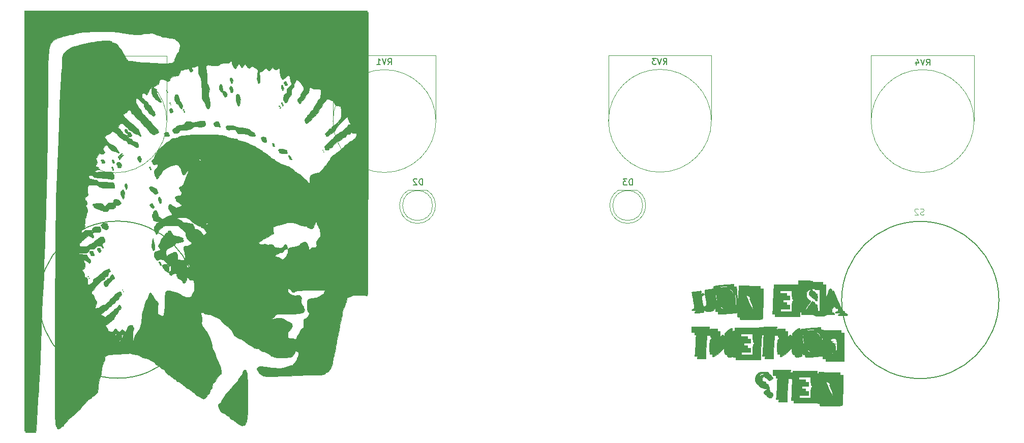
<source format=gbr>
G04 #@! TF.GenerationSoftware,KiCad,Pcbnew,5.1.6*
G04 #@! TF.CreationDate,2020-09-09T18:38:50+01:00*
G04 #@! TF.ProjectId,Tremolo,5472656d-6f6c-46f2-9e6b-696361645f70,V1.1*
G04 #@! TF.SameCoordinates,Original*
G04 #@! TF.FileFunction,Legend,Bot*
G04 #@! TF.FilePolarity,Positive*
%FSLAX46Y46*%
G04 Gerber Fmt 4.6, Leading zero omitted, Abs format (unit mm)*
G04 Created by KiCad (PCBNEW 5.1.6) date 2020-09-09 18:38:50*
%MOMM*%
%LPD*%
G01*
G04 APERTURE LIST*
%ADD10C,0.010000*%
%ADD11C,0.200000*%
%ADD12C,0.120000*%
%ADD13C,0.015000*%
%ADD14C,0.150000*%
G04 APERTURE END LIST*
D10*
G36*
X101557666Y-76877333D02*
G01*
X101600000Y-76919667D01*
X101642333Y-76877333D01*
X101600000Y-76835000D01*
X101557666Y-76877333D01*
G37*
X101557666Y-76877333D02*
X101600000Y-76919667D01*
X101642333Y-76877333D01*
X101600000Y-76835000D01*
X101557666Y-76877333D01*
G36*
X99864333Y-80179333D02*
G01*
X99906666Y-80221667D01*
X99949000Y-80179333D01*
X99906666Y-80137000D01*
X99864333Y-80179333D01*
G37*
X99864333Y-80179333D02*
X99906666Y-80221667D01*
X99949000Y-80179333D01*
X99906666Y-80137000D01*
X99864333Y-80179333D01*
G36*
X95546333Y-81110667D02*
G01*
X95588666Y-81153000D01*
X95631000Y-81110667D01*
X95588666Y-81068333D01*
X95546333Y-81110667D01*
G37*
X95546333Y-81110667D02*
X95588666Y-81153000D01*
X95631000Y-81110667D01*
X95588666Y-81068333D01*
X95546333Y-81110667D01*
G36*
X78274333Y-52239333D02*
G01*
X78316666Y-52281667D01*
X78359000Y-52239333D01*
X78316666Y-52197000D01*
X78274333Y-52239333D01*
G37*
X78274333Y-52239333D02*
X78316666Y-52281667D01*
X78359000Y-52239333D01*
X78316666Y-52197000D01*
X78274333Y-52239333D01*
G36*
X87607611Y-52968275D02*
G01*
X87602214Y-53174989D01*
X87665469Y-53378765D01*
X87772076Y-53442972D01*
X87892198Y-53355112D01*
X87920601Y-53308377D01*
X88005440Y-53057039D01*
X87950850Y-52888767D01*
X87869842Y-52838283D01*
X87698448Y-52833534D01*
X87607611Y-52968275D01*
G37*
X87607611Y-52968275D02*
X87602214Y-53174989D01*
X87665469Y-53378765D01*
X87772076Y-53442972D01*
X87892198Y-53355112D01*
X87920601Y-53308377D01*
X88005440Y-53057039D01*
X87950850Y-52888767D01*
X87869842Y-52838283D01*
X87698448Y-52833534D01*
X87607611Y-52968275D01*
G36*
X96654185Y-53454689D02*
G01*
X96575671Y-53623065D01*
X96562333Y-53727925D01*
X96628431Y-53793225D01*
X96776335Y-53802602D01*
X96930458Y-53762599D01*
X97012325Y-53688984D01*
X97002679Y-53594000D01*
X96985666Y-53594000D01*
X96943333Y-53636333D01*
X96901000Y-53594000D01*
X96943333Y-53551667D01*
X96985666Y-53594000D01*
X97002679Y-53594000D01*
X96996502Y-53533187D01*
X96873982Y-53410320D01*
X96766125Y-53382333D01*
X96654185Y-53454689D01*
G37*
X96654185Y-53454689D02*
X96575671Y-53623065D01*
X96562333Y-53727925D01*
X96628431Y-53793225D01*
X96776335Y-53802602D01*
X96930458Y-53762599D01*
X97012325Y-53688984D01*
X97002679Y-53594000D01*
X96985666Y-53594000D01*
X96943333Y-53636333D01*
X96901000Y-53594000D01*
X96943333Y-53551667D01*
X96985666Y-53594000D01*
X97002679Y-53594000D01*
X96996502Y-53533187D01*
X96873982Y-53410320D01*
X96766125Y-53382333D01*
X96654185Y-53454689D01*
G36*
X96177693Y-54030923D02*
G01*
X96141305Y-54216302D01*
X96139000Y-54313667D01*
X96161979Y-54544537D01*
X96220077Y-54648118D01*
X96297031Y-54607977D01*
X96341608Y-54518408D01*
X96392779Y-54287594D01*
X96375931Y-54090013D01*
X96298861Y-53981708D01*
X96266000Y-53975000D01*
X96177693Y-54030923D01*
G37*
X96177693Y-54030923D02*
X96141305Y-54216302D01*
X96139000Y-54313667D01*
X96161979Y-54544537D01*
X96220077Y-54648118D01*
X96297031Y-54607977D01*
X96341608Y-54518408D01*
X96392779Y-54287594D01*
X96375931Y-54090013D01*
X96298861Y-53981708D01*
X96266000Y-53975000D01*
X96177693Y-54030923D01*
G36*
X77032555Y-54849889D02*
G01*
X77022422Y-54950368D01*
X77032555Y-54962778D01*
X77082890Y-54951155D01*
X77089000Y-54906333D01*
X77058022Y-54836643D01*
X77032555Y-54849889D01*
G37*
X77032555Y-54849889D02*
X77022422Y-54950368D01*
X77032555Y-54962778D01*
X77082890Y-54951155D01*
X77089000Y-54906333D01*
X77058022Y-54836643D01*
X77032555Y-54849889D01*
G36*
X87706918Y-54184003D02*
G01*
X87632693Y-54276318D01*
X87531787Y-54478703D01*
X87505693Y-54614233D01*
X87551526Y-54798992D01*
X87661291Y-54947866D01*
X87757000Y-54991000D01*
X87853468Y-54938863D01*
X87909400Y-54889400D01*
X88000351Y-54690291D01*
X87970469Y-54441724D01*
X87881307Y-54276318D01*
X87781345Y-54162131D01*
X87706918Y-54184003D01*
G37*
X87706918Y-54184003D02*
X87632693Y-54276318D01*
X87531787Y-54478703D01*
X87505693Y-54614233D01*
X87551526Y-54798992D01*
X87661291Y-54947866D01*
X87757000Y-54991000D01*
X87853468Y-54938863D01*
X87909400Y-54889400D01*
X88000351Y-54690291D01*
X87970469Y-54441724D01*
X87881307Y-54276318D01*
X87781345Y-54162131D01*
X87706918Y-54184003D01*
G36*
X85977693Y-53887428D02*
G01*
X85883739Y-54052501D01*
X85823362Y-54310058D01*
X85809666Y-54522562D01*
X85836259Y-54731473D01*
X85948209Y-54845665D01*
X86063666Y-54893646D01*
X86258466Y-55005559D01*
X86317644Y-55174975D01*
X86317666Y-55179423D01*
X86367250Y-55404684D01*
X86488562Y-55611187D01*
X86640444Y-55738072D01*
X86705563Y-55753000D01*
X86824119Y-55682179D01*
X86858016Y-55626000D01*
X86825666Y-55626000D01*
X86783333Y-55668333D01*
X86741000Y-55626000D01*
X86783333Y-55583667D01*
X86825666Y-55626000D01*
X86858016Y-55626000D01*
X86912429Y-55535821D01*
X86974064Y-55348086D01*
X86995000Y-55242467D01*
X86922409Y-55138780D01*
X86749325Y-55044349D01*
X86542780Y-54993108D01*
X86498271Y-54991000D01*
X86365962Y-54951009D01*
X86285544Y-54811867D01*
X86244295Y-54544824D01*
X86236017Y-54398333D01*
X86221987Y-54119385D01*
X86200938Y-53965240D01*
X86160895Y-53891441D01*
X86089881Y-53853530D01*
X86089178Y-53853260D01*
X85977693Y-53887428D01*
G37*
X85977693Y-53887428D02*
X85883739Y-54052501D01*
X85823362Y-54310058D01*
X85809666Y-54522562D01*
X85836259Y-54731473D01*
X85948209Y-54845665D01*
X86063666Y-54893646D01*
X86258466Y-55005559D01*
X86317644Y-55174975D01*
X86317666Y-55179423D01*
X86367250Y-55404684D01*
X86488562Y-55611187D01*
X86640444Y-55738072D01*
X86705563Y-55753000D01*
X86824119Y-55682179D01*
X86858016Y-55626000D01*
X86825666Y-55626000D01*
X86783333Y-55668333D01*
X86741000Y-55626000D01*
X86783333Y-55583667D01*
X86825666Y-55626000D01*
X86858016Y-55626000D01*
X86912429Y-55535821D01*
X86974064Y-55348086D01*
X86995000Y-55242467D01*
X86922409Y-55138780D01*
X86749325Y-55044349D01*
X86542780Y-54993108D01*
X86498271Y-54991000D01*
X86365962Y-54951009D01*
X86285544Y-54811867D01*
X86244295Y-54544824D01*
X86236017Y-54398333D01*
X86221987Y-54119385D01*
X86200938Y-53965240D01*
X86160895Y-53891441D01*
X86089881Y-53853530D01*
X86089178Y-53853260D01*
X85977693Y-53887428D01*
G36*
X74666932Y-54505576D02*
G01*
X74583354Y-54643058D01*
X74551386Y-54923306D01*
X74549000Y-55082862D01*
X74558776Y-55369459D01*
X74600498Y-55541713D01*
X74692760Y-55654084D01*
X74760666Y-55702881D01*
X74912907Y-55840353D01*
X74972333Y-55964444D01*
X75037892Y-56074626D01*
X75190941Y-56195577D01*
X75366038Y-56286606D01*
X75497742Y-56307024D01*
X75511932Y-56299956D01*
X75532783Y-56304523D01*
X75526698Y-56313413D01*
X75542882Y-56408926D01*
X75654030Y-56519741D01*
X75800179Y-56592814D01*
X75850289Y-56599667D01*
X75993251Y-56556076D01*
X76024943Y-56524261D01*
X76009066Y-56472667D01*
X75988333Y-56472667D01*
X75946000Y-56515000D01*
X75903666Y-56472667D01*
X75946000Y-56430333D01*
X75988333Y-56472667D01*
X76009066Y-56472667D01*
X75996171Y-56430768D01*
X75861690Y-56311354D01*
X75860606Y-56310643D01*
X75684053Y-56111643D01*
X75672209Y-56049333D01*
X75141666Y-56049333D01*
X75099333Y-56091667D01*
X75057000Y-56049333D01*
X75099333Y-56007000D01*
X75141666Y-56049333D01*
X75672209Y-56049333D01*
X75649666Y-55930748D01*
X75600918Y-55696461D01*
X75476921Y-55550847D01*
X75353333Y-55527366D01*
X75292942Y-55462102D01*
X75248759Y-55282677D01*
X75242389Y-55223833D01*
X75246131Y-55011784D01*
X75292604Y-54909461D01*
X75305889Y-54906333D01*
X75398114Y-54872001D01*
X75355816Y-54783544D01*
X75195821Y-54662775D01*
X75061222Y-54589226D01*
X74820195Y-54493439D01*
X74666932Y-54505576D01*
G37*
X74666932Y-54505576D02*
X74583354Y-54643058D01*
X74551386Y-54923306D01*
X74549000Y-55082862D01*
X74558776Y-55369459D01*
X74600498Y-55541713D01*
X74692760Y-55654084D01*
X74760666Y-55702881D01*
X74912907Y-55840353D01*
X74972333Y-55964444D01*
X75037892Y-56074626D01*
X75190941Y-56195577D01*
X75366038Y-56286606D01*
X75497742Y-56307024D01*
X75511932Y-56299956D01*
X75532783Y-56304523D01*
X75526698Y-56313413D01*
X75542882Y-56408926D01*
X75654030Y-56519741D01*
X75800179Y-56592814D01*
X75850289Y-56599667D01*
X75993251Y-56556076D01*
X76024943Y-56524261D01*
X76009066Y-56472667D01*
X75988333Y-56472667D01*
X75946000Y-56515000D01*
X75903666Y-56472667D01*
X75946000Y-56430333D01*
X75988333Y-56472667D01*
X76009066Y-56472667D01*
X75996171Y-56430768D01*
X75861690Y-56311354D01*
X75860606Y-56310643D01*
X75684053Y-56111643D01*
X75672209Y-56049333D01*
X75141666Y-56049333D01*
X75099333Y-56091667D01*
X75057000Y-56049333D01*
X75099333Y-56007000D01*
X75141666Y-56049333D01*
X75672209Y-56049333D01*
X75649666Y-55930748D01*
X75600918Y-55696461D01*
X75476921Y-55550847D01*
X75353333Y-55527366D01*
X75292942Y-55462102D01*
X75248759Y-55282677D01*
X75242389Y-55223833D01*
X75246131Y-55011784D01*
X75292604Y-54909461D01*
X75305889Y-54906333D01*
X75398114Y-54872001D01*
X75355816Y-54783544D01*
X75195821Y-54662775D01*
X75061222Y-54589226D01*
X74820195Y-54493439D01*
X74666932Y-54505576D01*
G36*
X77540555Y-56966555D02*
G01*
X77552178Y-57016890D01*
X77597000Y-57023000D01*
X77666690Y-56992022D01*
X77653444Y-56966555D01*
X77552965Y-56956422D01*
X77540555Y-56966555D01*
G37*
X77540555Y-56966555D02*
X77552178Y-57016890D01*
X77597000Y-57023000D01*
X77666690Y-56992022D01*
X77653444Y-56966555D01*
X77552965Y-56956422D01*
X77540555Y-56966555D01*
G36*
X88700619Y-55616535D02*
G01*
X88626622Y-55851941D01*
X88603666Y-56233238D01*
X88626109Y-56560870D01*
X88685036Y-56870001D01*
X88767851Y-57117209D01*
X88861954Y-57259069D01*
X88906494Y-57277000D01*
X88964419Y-57207114D01*
X89051814Y-57034057D01*
X89073653Y-56983386D01*
X89142297Y-56731587D01*
X89186820Y-56400316D01*
X89196333Y-56182031D01*
X89186912Y-55885229D01*
X89149621Y-55710562D01*
X89070921Y-55611441D01*
X89021588Y-55580770D01*
X88830623Y-55528723D01*
X88700619Y-55616535D01*
G37*
X88700619Y-55616535D02*
X88626622Y-55851941D01*
X88603666Y-56233238D01*
X88626109Y-56560870D01*
X88685036Y-56870001D01*
X88767851Y-57117209D01*
X88861954Y-57259069D01*
X88906494Y-57277000D01*
X88964419Y-57207114D01*
X89051814Y-57034057D01*
X89073653Y-56983386D01*
X89142297Y-56731587D01*
X89186820Y-56400316D01*
X89196333Y-56182031D01*
X89186912Y-55885229D01*
X89149621Y-55710562D01*
X89070921Y-55611441D01*
X89021588Y-55580770D01*
X88830623Y-55528723D01*
X88700619Y-55616535D01*
G36*
X96144906Y-57018857D02*
G01*
X96139000Y-57065333D01*
X96192677Y-57207352D01*
X96223666Y-57234667D01*
X96286084Y-57204299D01*
X96308333Y-57065333D01*
X96281999Y-56918196D01*
X96223666Y-56896000D01*
X96144906Y-57018857D01*
G37*
X96144906Y-57018857D02*
X96139000Y-57065333D01*
X96192677Y-57207352D01*
X96223666Y-57234667D01*
X96286084Y-57204299D01*
X96308333Y-57065333D01*
X96281999Y-56918196D01*
X96223666Y-56896000D01*
X96144906Y-57018857D01*
G36*
X95731821Y-57490538D02*
G01*
X95715666Y-57531000D01*
X95776434Y-57613243D01*
X95795336Y-57615667D01*
X95910004Y-57554122D01*
X95927333Y-57531000D01*
X95908139Y-57458517D01*
X95847663Y-57446333D01*
X95731821Y-57490538D01*
G37*
X95731821Y-57490538D02*
X95715666Y-57531000D01*
X95776434Y-57613243D01*
X95795336Y-57615667D01*
X95910004Y-57554122D01*
X95927333Y-57531000D01*
X95908139Y-57458517D01*
X95847663Y-57446333D01*
X95731821Y-57490538D01*
G36*
X78523689Y-55608391D02*
G01*
X78450353Y-55711542D01*
X78401190Y-55936589D01*
X78397070Y-55963582D01*
X78371941Y-56381902D01*
X78443171Y-56662272D01*
X78611224Y-56806303D01*
X78642164Y-56815593D01*
X78814652Y-56931845D01*
X78977765Y-57199451D01*
X79014590Y-57282549D01*
X79159977Y-57554829D01*
X79298107Y-57683686D01*
X79415140Y-57662520D01*
X79490969Y-57509833D01*
X79547666Y-57140850D01*
X79488926Y-56891224D01*
X79345276Y-56773794D01*
X79219186Y-56694384D01*
X79144116Y-56545128D01*
X79096447Y-56277594D01*
X79094203Y-56258925D01*
X79027740Y-55902507D01*
X78920902Y-55689144D01*
X78757555Y-55594306D01*
X78650154Y-55583667D01*
X78523689Y-55608391D01*
G37*
X78523689Y-55608391D02*
X78450353Y-55711542D01*
X78401190Y-55936589D01*
X78397070Y-55963582D01*
X78371941Y-56381902D01*
X78443171Y-56662272D01*
X78611224Y-56806303D01*
X78642164Y-56815593D01*
X78814652Y-56931845D01*
X78977765Y-57199451D01*
X79014590Y-57282549D01*
X79159977Y-57554829D01*
X79298107Y-57683686D01*
X79415140Y-57662520D01*
X79490969Y-57509833D01*
X79547666Y-57140850D01*
X79488926Y-56891224D01*
X79345276Y-56773794D01*
X79219186Y-56694384D01*
X79144116Y-56545128D01*
X79096447Y-56277594D01*
X79094203Y-56258925D01*
X79027740Y-55902507D01*
X78920902Y-55689144D01*
X78757555Y-55594306D01*
X78650154Y-55583667D01*
X78523689Y-55608391D01*
G36*
X79731288Y-58092934D02*
G01*
X79733069Y-58139542D01*
X79814263Y-58250935D01*
X79905062Y-58255319D01*
X79939444Y-58168352D01*
X79876288Y-58054517D01*
X79819500Y-58039000D01*
X79731288Y-58092934D01*
G37*
X79731288Y-58092934D02*
X79733069Y-58139542D01*
X79814263Y-58250935D01*
X79905062Y-58255319D01*
X79939444Y-58168352D01*
X79876288Y-58054517D01*
X79819500Y-58039000D01*
X79731288Y-58092934D01*
G36*
X77604844Y-57923273D02*
G01*
X77481036Y-58059378D01*
X77477597Y-58239935D01*
X77546025Y-58340623D01*
X77674790Y-58359976D01*
X77877117Y-58318350D01*
X77992165Y-58224010D01*
X78002042Y-58075079D01*
X77918655Y-57939306D01*
X77801258Y-57886747D01*
X77604844Y-57923273D01*
G37*
X77604844Y-57923273D02*
X77481036Y-58059378D01*
X77477597Y-58239935D01*
X77546025Y-58340623D01*
X77674790Y-58359976D01*
X77877117Y-58318350D01*
X77992165Y-58224010D01*
X78002042Y-58075079D01*
X77918655Y-57939306D01*
X77801258Y-57886747D01*
X77604844Y-57923273D01*
G36*
X85237784Y-60090798D02*
G01*
X85135461Y-60137271D01*
X85132333Y-60150556D01*
X85064524Y-60231767D01*
X85014392Y-60240333D01*
X84884124Y-60305459D01*
X84842522Y-60444684D01*
X84904532Y-60563724D01*
X85044661Y-60618516D01*
X85283740Y-60663381D01*
X85411404Y-60676668D01*
X85817474Y-60707841D01*
X85792404Y-60410587D01*
X85760809Y-60213811D01*
X85674799Y-60123980D01*
X85479879Y-60089626D01*
X85449833Y-60087056D01*
X85237784Y-60090798D01*
G37*
X85237784Y-60090798D02*
X85135461Y-60137271D01*
X85132333Y-60150556D01*
X85064524Y-60231767D01*
X85014392Y-60240333D01*
X84884124Y-60305459D01*
X84842522Y-60444684D01*
X84904532Y-60563724D01*
X85044661Y-60618516D01*
X85283740Y-60663381D01*
X85411404Y-60676668D01*
X85817474Y-60707841D01*
X85792404Y-60410587D01*
X85760809Y-60213811D01*
X85674799Y-60123980D01*
X85479879Y-60089626D01*
X85449833Y-60087056D01*
X85237784Y-60090798D01*
G36*
X70101990Y-61397237D02*
G01*
X70020396Y-61533977D01*
X70019333Y-61553826D01*
X70083526Y-61695904D01*
X70226396Y-61752676D01*
X70373382Y-61710890D01*
X70434666Y-61627652D01*
X70444847Y-61466344D01*
X70412102Y-61403569D01*
X70258500Y-61343844D01*
X70101990Y-61397237D01*
G37*
X70101990Y-61397237D02*
X70020396Y-61533977D01*
X70019333Y-61553826D01*
X70083526Y-61695904D01*
X70226396Y-61752676D01*
X70373382Y-61710890D01*
X70434666Y-61627652D01*
X70444847Y-61466344D01*
X70412102Y-61403569D01*
X70258500Y-61343844D01*
X70101990Y-61397237D01*
G36*
X83043008Y-59992760D02*
G01*
X82772595Y-60019966D01*
X82642845Y-60031540D01*
X82301685Y-60084372D01*
X81957706Y-60172972D01*
X81870054Y-60203498D01*
X81633754Y-60283185D01*
X81472641Y-60293110D01*
X81307724Y-60233534D01*
X81252247Y-60205540D01*
X80984679Y-60110352D01*
X80693830Y-60071763D01*
X80425311Y-60086786D01*
X80224732Y-60152431D01*
X80137705Y-60265711D01*
X80137000Y-60278603D01*
X80059797Y-60454229D01*
X79856513Y-60589228D01*
X79569629Y-60659077D01*
X79469962Y-60663667D01*
X79203970Y-60692524D01*
X78938874Y-60765947D01*
X78726283Y-60864211D01*
X78617808Y-60967593D01*
X78613000Y-60991175D01*
X78545480Y-61071359D01*
X78377362Y-61185766D01*
X78316666Y-61219921D01*
X78092063Y-61386923D01*
X78020335Y-61570799D01*
X78020333Y-61571920D01*
X78037280Y-61686694D01*
X78116734Y-61743824D01*
X78301618Y-61762919D01*
X78441492Y-61764333D01*
X78700689Y-61754046D01*
X78850769Y-61704391D01*
X78951582Y-61587177D01*
X78998280Y-61502056D01*
X79100547Y-61336679D01*
X79219344Y-61270428D01*
X79421930Y-61272721D01*
X79487288Y-61279711D01*
X79810483Y-61284016D01*
X80167219Y-61240743D01*
X80491238Y-61161995D01*
X80716284Y-61059880D01*
X80724752Y-61053613D01*
X80806361Y-61003797D01*
X80775847Y-61077825D01*
X80770360Y-61087000D01*
X80773405Y-61133819D01*
X80875748Y-61095567D01*
X81043801Y-60992126D01*
X81087034Y-60960000D01*
X78782333Y-60960000D01*
X78740000Y-61002333D01*
X78697666Y-60960000D01*
X78740000Y-60917667D01*
X78782333Y-60960000D01*
X81087034Y-60960000D01*
X81243977Y-60843379D01*
X81384996Y-60723156D01*
X81561599Y-60607017D01*
X81732498Y-60619235D01*
X81765996Y-60632470D01*
X81999387Y-60685998D01*
X82324141Y-60706038D01*
X82678226Y-60694988D01*
X82999611Y-60655246D01*
X83116011Y-60621333D01*
X81999666Y-60621333D01*
X81957333Y-60663667D01*
X81915000Y-60621333D01*
X81957333Y-60579000D01*
X81999666Y-60621333D01*
X83116011Y-60621333D01*
X83226264Y-60589211D01*
X83251734Y-60575023D01*
X83382923Y-60428506D01*
X83434624Y-60243358D01*
X83409038Y-60074151D01*
X83308366Y-59975459D01*
X83227333Y-59970082D01*
X83043008Y-59992760D01*
G37*
X83043008Y-59992760D02*
X82772595Y-60019966D01*
X82642845Y-60031540D01*
X82301685Y-60084372D01*
X81957706Y-60172972D01*
X81870054Y-60203498D01*
X81633754Y-60283185D01*
X81472641Y-60293110D01*
X81307724Y-60233534D01*
X81252247Y-60205540D01*
X80984679Y-60110352D01*
X80693830Y-60071763D01*
X80425311Y-60086786D01*
X80224732Y-60152431D01*
X80137705Y-60265711D01*
X80137000Y-60278603D01*
X80059797Y-60454229D01*
X79856513Y-60589228D01*
X79569629Y-60659077D01*
X79469962Y-60663667D01*
X79203970Y-60692524D01*
X78938874Y-60765947D01*
X78726283Y-60864211D01*
X78617808Y-60967593D01*
X78613000Y-60991175D01*
X78545480Y-61071359D01*
X78377362Y-61185766D01*
X78316666Y-61219921D01*
X78092063Y-61386923D01*
X78020335Y-61570799D01*
X78020333Y-61571920D01*
X78037280Y-61686694D01*
X78116734Y-61743824D01*
X78301618Y-61762919D01*
X78441492Y-61764333D01*
X78700689Y-61754046D01*
X78850769Y-61704391D01*
X78951582Y-61587177D01*
X78998280Y-61502056D01*
X79100547Y-61336679D01*
X79219344Y-61270428D01*
X79421930Y-61272721D01*
X79487288Y-61279711D01*
X79810483Y-61284016D01*
X80167219Y-61240743D01*
X80491238Y-61161995D01*
X80716284Y-61059880D01*
X80724752Y-61053613D01*
X80806361Y-61003797D01*
X80775847Y-61077825D01*
X80770360Y-61087000D01*
X80773405Y-61133819D01*
X80875748Y-61095567D01*
X81043801Y-60992126D01*
X81087034Y-60960000D01*
X78782333Y-60960000D01*
X78740000Y-61002333D01*
X78697666Y-60960000D01*
X78740000Y-60917667D01*
X78782333Y-60960000D01*
X81087034Y-60960000D01*
X81243977Y-60843379D01*
X81384996Y-60723156D01*
X81561599Y-60607017D01*
X81732498Y-60619235D01*
X81765996Y-60632470D01*
X81999387Y-60685998D01*
X82324141Y-60706038D01*
X82678226Y-60694988D01*
X82999611Y-60655246D01*
X83116011Y-60621333D01*
X81999666Y-60621333D01*
X81957333Y-60663667D01*
X81915000Y-60621333D01*
X81957333Y-60579000D01*
X81999666Y-60621333D01*
X83116011Y-60621333D01*
X83226264Y-60589211D01*
X83251734Y-60575023D01*
X83382923Y-60428506D01*
X83434624Y-60243358D01*
X83409038Y-60074151D01*
X83308366Y-59975459D01*
X83227333Y-59970082D01*
X83043008Y-59992760D01*
G36*
X76822317Y-61897807D02*
G01*
X76651582Y-62013526D01*
X76581000Y-62148312D01*
X76653764Y-62227510D01*
X76831919Y-62268457D01*
X77055256Y-62268273D01*
X77263568Y-62224079D01*
X77343000Y-62184761D01*
X77419062Y-62106509D01*
X77362685Y-62020144D01*
X77305651Y-61974391D01*
X77131450Y-61875680D01*
X77024918Y-61849000D01*
X76822317Y-61897807D01*
G37*
X76822317Y-61897807D02*
X76651582Y-62013526D01*
X76581000Y-62148312D01*
X76653764Y-62227510D01*
X76831919Y-62268457D01*
X77055256Y-62268273D01*
X77263568Y-62224079D01*
X77343000Y-62184761D01*
X77419062Y-62106509D01*
X77362685Y-62020144D01*
X77305651Y-61974391D01*
X77131450Y-61875680D01*
X77024918Y-61849000D01*
X76822317Y-61897807D01*
G36*
X87331411Y-60766537D02*
G01*
X87114895Y-60784233D01*
X86990290Y-60826998D01*
X86919017Y-60902684D01*
X86907531Y-60922902D01*
X86893800Y-61072462D01*
X87016730Y-61172865D01*
X87248248Y-61214154D01*
X87560280Y-61186369D01*
X87617000Y-61174580D01*
X88015674Y-61129752D01*
X88327555Y-61184480D01*
X88530825Y-61330257D01*
X88603666Y-61558578D01*
X88603666Y-61559197D01*
X88628040Y-61671615D01*
X88717170Y-61752237D01*
X88895070Y-61807341D01*
X89185754Y-61843208D01*
X89613235Y-61866115D01*
X89800969Y-61872274D01*
X90101370Y-61888801D01*
X90316936Y-61915508D01*
X90409827Y-61947263D01*
X90409805Y-61954833D01*
X90437558Y-62013060D01*
X90475836Y-62018333D01*
X90613814Y-62070017D01*
X90749387Y-62166500D01*
X90858889Y-62250111D01*
X90862117Y-62212200D01*
X90849466Y-62187667D01*
X90815178Y-62106644D01*
X90882620Y-62155839D01*
X90894179Y-62166500D01*
X91078905Y-62247597D01*
X91335409Y-62266814D01*
X91577043Y-62222064D01*
X91651666Y-62184761D01*
X91726778Y-62106912D01*
X91670896Y-62020213D01*
X91609333Y-61970714D01*
X91393824Y-61846711D01*
X91248763Y-61793626D01*
X91077451Y-61679638D01*
X91009642Y-61554821D01*
X90927759Y-61417832D01*
X90747035Y-61310562D01*
X90449165Y-61227624D01*
X90015847Y-61163628D01*
X89535000Y-61120655D01*
X89056833Y-61071784D01*
X88925349Y-61044667D01*
X86995000Y-61044667D01*
X86952666Y-61087000D01*
X86910333Y-61044667D01*
X86952666Y-61002333D01*
X86995000Y-61044667D01*
X88925349Y-61044667D01*
X88731340Y-61004655D01*
X88545649Y-60918457D01*
X88380115Y-60836005D01*
X88121661Y-60787583D01*
X87734837Y-60766961D01*
X87678421Y-60766063D01*
X87331411Y-60766537D01*
G37*
X87331411Y-60766537D02*
X87114895Y-60784233D01*
X86990290Y-60826998D01*
X86919017Y-60902684D01*
X86907531Y-60922902D01*
X86893800Y-61072462D01*
X87016730Y-61172865D01*
X87248248Y-61214154D01*
X87560280Y-61186369D01*
X87617000Y-61174580D01*
X88015674Y-61129752D01*
X88327555Y-61184480D01*
X88530825Y-61330257D01*
X88603666Y-61558578D01*
X88603666Y-61559197D01*
X88628040Y-61671615D01*
X88717170Y-61752237D01*
X88895070Y-61807341D01*
X89185754Y-61843208D01*
X89613235Y-61866115D01*
X89800969Y-61872274D01*
X90101370Y-61888801D01*
X90316936Y-61915508D01*
X90409827Y-61947263D01*
X90409805Y-61954833D01*
X90437558Y-62013060D01*
X90475836Y-62018333D01*
X90613814Y-62070017D01*
X90749387Y-62166500D01*
X90858889Y-62250111D01*
X90862117Y-62212200D01*
X90849466Y-62187667D01*
X90815178Y-62106644D01*
X90882620Y-62155839D01*
X90894179Y-62166500D01*
X91078905Y-62247597D01*
X91335409Y-62266814D01*
X91577043Y-62222064D01*
X91651666Y-62184761D01*
X91726778Y-62106912D01*
X91670896Y-62020213D01*
X91609333Y-61970714D01*
X91393824Y-61846711D01*
X91248763Y-61793626D01*
X91077451Y-61679638D01*
X91009642Y-61554821D01*
X90927759Y-61417832D01*
X90747035Y-61310562D01*
X90449165Y-61227624D01*
X90015847Y-61163628D01*
X89535000Y-61120655D01*
X89056833Y-61071784D01*
X88925349Y-61044667D01*
X86995000Y-61044667D01*
X86952666Y-61087000D01*
X86910333Y-61044667D01*
X86952666Y-61002333D01*
X86995000Y-61044667D01*
X88925349Y-61044667D01*
X88731340Y-61004655D01*
X88545649Y-60918457D01*
X88380115Y-60836005D01*
X88121661Y-60787583D01*
X87734837Y-60766961D01*
X87678421Y-60766063D01*
X87331411Y-60766537D01*
G36*
X70551313Y-61874747D02*
G01*
X70488972Y-61979780D01*
X70485000Y-62051608D01*
X70547763Y-62251855D01*
X70703245Y-62344512D01*
X70902232Y-62314341D01*
X71032208Y-62221030D01*
X71109536Y-62065794D01*
X71041017Y-61935369D01*
X70850092Y-61858481D01*
X70728633Y-61849000D01*
X70551313Y-61874747D01*
G37*
X70551313Y-61874747D02*
X70488972Y-61979780D01*
X70485000Y-62051608D01*
X70547763Y-62251855D01*
X70703245Y-62344512D01*
X70902232Y-62314341D01*
X71032208Y-62221030D01*
X71109536Y-62065794D01*
X71041017Y-61935369D01*
X70850092Y-61858481D01*
X70728633Y-61849000D01*
X70551313Y-61874747D01*
G36*
X93098951Y-62627885D02*
G01*
X92866095Y-62680756D01*
X92769180Y-62796794D01*
X92766783Y-62807799D01*
X92804619Y-63010101D01*
X92961608Y-63183389D01*
X93188512Y-63280813D01*
X93271842Y-63288333D01*
X93463672Y-63249337D01*
X93556693Y-63104244D01*
X93564508Y-63075567D01*
X93564400Y-62829249D01*
X93427405Y-62674979D01*
X93165702Y-62624464D01*
X93098951Y-62627885D01*
G37*
X93098951Y-62627885D02*
X92866095Y-62680756D01*
X92769180Y-62796794D01*
X92766783Y-62807799D01*
X92804619Y-63010101D01*
X92961608Y-63183389D01*
X93188512Y-63280813D01*
X93271842Y-63288333D01*
X93463672Y-63249337D01*
X93556693Y-63104244D01*
X93564508Y-63075567D01*
X93564400Y-62829249D01*
X93427405Y-62674979D01*
X93165702Y-62624464D01*
X93098951Y-62627885D01*
G36*
X94582905Y-63734824D02*
G01*
X94581591Y-63831384D01*
X94582143Y-63832833D01*
X94672048Y-63926682D01*
X94804681Y-63964303D01*
X94912842Y-63940523D01*
X94932924Y-63859833D01*
X94830207Y-63763749D01*
X94714620Y-63726999D01*
X94582905Y-63734824D01*
G37*
X94582905Y-63734824D02*
X94581591Y-63831384D01*
X94582143Y-63832833D01*
X94672048Y-63926682D01*
X94804681Y-63964303D01*
X94912842Y-63940523D01*
X94932924Y-63859833D01*
X94830207Y-63763749D01*
X94714620Y-63726999D01*
X94582905Y-63734824D01*
G36*
X102997000Y-64854667D02*
G01*
X103039333Y-64897000D01*
X103081666Y-64854667D01*
X103039333Y-64812333D01*
X102997000Y-64854667D01*
G37*
X102997000Y-64854667D02*
X103039333Y-64897000D01*
X103081666Y-64854667D01*
X103039333Y-64812333D01*
X102997000Y-64854667D01*
G36*
X95877953Y-64656541D02*
G01*
X95695836Y-64737077D01*
X95648522Y-64873079D01*
X95740648Y-65011704D01*
X95842018Y-65066086D01*
X96068307Y-65119701D01*
X96354886Y-65145690D01*
X96646878Y-65144633D01*
X96889408Y-65117109D01*
X97027601Y-65063697D01*
X97035938Y-65053489D01*
X97027643Y-64937904D01*
X96888089Y-64826133D01*
X96655106Y-64731144D01*
X96366519Y-64665903D01*
X96060157Y-64643378D01*
X95877953Y-64656541D01*
G37*
X95877953Y-64656541D02*
X95695836Y-64737077D01*
X95648522Y-64873079D01*
X95740648Y-65011704D01*
X95842018Y-65066086D01*
X96068307Y-65119701D01*
X96354886Y-65145690D01*
X96646878Y-65144633D01*
X96889408Y-65117109D01*
X97027601Y-65063697D01*
X97035938Y-65053489D01*
X97027643Y-64937904D01*
X96888089Y-64826133D01*
X96655106Y-64731144D01*
X96366519Y-64665903D01*
X96060157Y-64643378D01*
X95877953Y-64656541D01*
G36*
X69368486Y-65476141D02*
G01*
X69174723Y-65651419D01*
X69035963Y-65873610D01*
X69000785Y-66011081D01*
X69002360Y-66137529D01*
X69052201Y-66142691D01*
X69176947Y-66022347D01*
X69219008Y-65976500D01*
X69414743Y-65765749D01*
X69577061Y-65595500D01*
X69761772Y-65405000D01*
X69564071Y-65405000D01*
X69368486Y-65476141D01*
G37*
X69368486Y-65476141D02*
X69174723Y-65651419D01*
X69035963Y-65873610D01*
X69000785Y-66011081D01*
X69002360Y-66137529D01*
X69052201Y-66142691D01*
X69176947Y-66022347D01*
X69219008Y-65976500D01*
X69414743Y-65765749D01*
X69577061Y-65595500D01*
X69761772Y-65405000D01*
X69564071Y-65405000D01*
X69368486Y-65476141D01*
G36*
X97328379Y-65775377D02*
G01*
X97324333Y-65861608D01*
X97393806Y-66059166D01*
X97595800Y-66157258D01*
X97718697Y-66167000D01*
X97778556Y-66135752D01*
X97728471Y-66025327D01*
X97648273Y-65917684D01*
X97475711Y-65724258D01*
X97372883Y-65677480D01*
X97328379Y-65775377D01*
G37*
X97328379Y-65775377D02*
X97324333Y-65861608D01*
X97393806Y-66059166D01*
X97595800Y-66157258D01*
X97718697Y-66167000D01*
X97778556Y-66135752D01*
X97728471Y-66025327D01*
X97648273Y-65917684D01*
X97475711Y-65724258D01*
X97372883Y-65677480D01*
X97328379Y-65775377D01*
G36*
X72300430Y-65891292D02*
G01*
X72233600Y-66016281D01*
X72210034Y-66270919D01*
X72263868Y-66476402D01*
X72371186Y-66600856D01*
X72508070Y-66612411D01*
X72616643Y-66526715D01*
X72685054Y-66430760D01*
X72635432Y-66441163D01*
X72601666Y-66459502D01*
X72520632Y-66495161D01*
X72569586Y-66428321D01*
X72580500Y-66416487D01*
X72659985Y-66249888D01*
X72686333Y-66065400D01*
X72658830Y-65891107D01*
X72548086Y-65831382D01*
X72484541Y-65828333D01*
X72300430Y-65891292D01*
G37*
X72300430Y-65891292D02*
X72233600Y-66016281D01*
X72210034Y-66270919D01*
X72263868Y-66476402D01*
X72371186Y-66600856D01*
X72508070Y-66612411D01*
X72616643Y-66526715D01*
X72685054Y-66430760D01*
X72635432Y-66441163D01*
X72601666Y-66459502D01*
X72520632Y-66495161D01*
X72569586Y-66428321D01*
X72580500Y-66416487D01*
X72659985Y-66249888D01*
X72686333Y-66065400D01*
X72658830Y-65891107D01*
X72548086Y-65831382D01*
X72484541Y-65828333D01*
X72300430Y-65891292D01*
G36*
X67987333Y-66450598D02*
G01*
X67909846Y-66546217D01*
X67902666Y-66596229D01*
X67968027Y-66708120D01*
X68106868Y-66744102D01*
X68233331Y-66685581D01*
X68244286Y-66670222D01*
X68237897Y-66556330D01*
X68130734Y-66464485D01*
X67987974Y-66450397D01*
X67987333Y-66450598D01*
G37*
X67987333Y-66450598D02*
X67909846Y-66546217D01*
X67902666Y-66596229D01*
X67968027Y-66708120D01*
X68106868Y-66744102D01*
X68233331Y-66685581D01*
X68244286Y-66670222D01*
X68237897Y-66556330D01*
X68130734Y-66464485D01*
X67987974Y-66450397D01*
X67987333Y-66450598D01*
G36*
X66159043Y-66447534D02*
G01*
X66104484Y-66546575D01*
X66105339Y-66586700D01*
X66130988Y-66704745D01*
X66155787Y-66714435D01*
X66243039Y-66725243D01*
X66293156Y-66758966D01*
X66444441Y-66783920D01*
X66546715Y-66728743D01*
X66648740Y-66596384D01*
X66600370Y-66486073D01*
X66420452Y-66425416D01*
X66336598Y-66421000D01*
X66159043Y-66447534D01*
G37*
X66159043Y-66447534D02*
X66104484Y-66546575D01*
X66105339Y-66586700D01*
X66130988Y-66704745D01*
X66155787Y-66714435D01*
X66243039Y-66725243D01*
X66293156Y-66758966D01*
X66444441Y-66783920D01*
X66546715Y-66728743D01*
X66648740Y-66596384D01*
X66600370Y-66486073D01*
X66420452Y-66425416D01*
X66336598Y-66421000D01*
X66159043Y-66447534D01*
G36*
X96731666Y-67394667D02*
G01*
X96774000Y-67437000D01*
X96816333Y-67394667D01*
X96774000Y-67352333D01*
X96731666Y-67394667D01*
G37*
X96731666Y-67394667D02*
X96774000Y-67437000D01*
X96816333Y-67394667D01*
X96774000Y-67352333D01*
X96731666Y-67394667D01*
G36*
X68931771Y-66875812D02*
G01*
X68763165Y-66957480D01*
X68708403Y-67122941D01*
X68707000Y-67175555D01*
X68775700Y-67383674D01*
X68944005Y-67507872D01*
X69155218Y-67529372D01*
X69352644Y-67429402D01*
X69380958Y-67398734D01*
X69463172Y-67201124D01*
X69408930Y-67020987D01*
X69249980Y-66895285D01*
X69018075Y-66860982D01*
X68931771Y-66875812D01*
G37*
X68931771Y-66875812D02*
X68763165Y-66957480D01*
X68708403Y-67122941D01*
X68707000Y-67175555D01*
X68775700Y-67383674D01*
X68944005Y-67507872D01*
X69155218Y-67529372D01*
X69352644Y-67429402D01*
X69380958Y-67398734D01*
X69463172Y-67201124D01*
X69408930Y-67020987D01*
X69249980Y-66895285D01*
X69018075Y-66860982D01*
X68931771Y-66875812D01*
G36*
X74140418Y-67674106D02*
G01*
X74125666Y-67733333D01*
X74177240Y-67849942D01*
X74294335Y-67828923D01*
X74323222Y-67803889D01*
X74377153Y-67679965D01*
X74289031Y-67609173D01*
X74252666Y-67606333D01*
X74140418Y-67674106D01*
G37*
X74140418Y-67674106D02*
X74125666Y-67733333D01*
X74177240Y-67849942D01*
X74294335Y-67828923D01*
X74323222Y-67803889D01*
X74377153Y-67679965D01*
X74289031Y-67609173D01*
X74252666Y-67606333D01*
X74140418Y-67674106D01*
G36*
X67870934Y-67668754D02*
G01*
X67871184Y-67796472D01*
X67939150Y-67899051D01*
X68047889Y-67888433D01*
X68071146Y-67861714D01*
X68082480Y-67720839D01*
X67990383Y-67616744D01*
X67940003Y-67606333D01*
X67870934Y-67668754D01*
G37*
X67870934Y-67668754D02*
X67871184Y-67796472D01*
X67939150Y-67899051D01*
X68047889Y-67888433D01*
X68071146Y-67861714D01*
X68082480Y-67720839D01*
X67990383Y-67616744D01*
X67940003Y-67606333D01*
X67870934Y-67668754D01*
G36*
X80560333Y-68580000D02*
G01*
X80602666Y-68622333D01*
X80645000Y-68580000D01*
X80602666Y-68537667D01*
X80560333Y-68580000D01*
G37*
X80560333Y-68580000D02*
X80602666Y-68622333D01*
X80645000Y-68580000D01*
X80602666Y-68537667D01*
X80560333Y-68580000D01*
G36*
X70182800Y-70472662D02*
G01*
X70090470Y-70649963D01*
X70072915Y-70872707D01*
X70138529Y-71067938D01*
X70210084Y-71128553D01*
X70287651Y-71044101D01*
X70306566Y-71010004D01*
X70371868Y-70822791D01*
X70398091Y-70616922D01*
X70382541Y-70455503D01*
X70332600Y-70400333D01*
X70182800Y-70472662D01*
G37*
X70182800Y-70472662D02*
X70090470Y-70649963D01*
X70072915Y-70872707D01*
X70138529Y-71067938D01*
X70210084Y-71128553D01*
X70287651Y-71044101D01*
X70306566Y-71010004D01*
X70371868Y-70822791D01*
X70398091Y-70616922D01*
X70382541Y-70455503D01*
X70332600Y-70400333D01*
X70182800Y-70472662D01*
G36*
X74189832Y-70983859D02*
G01*
X74173944Y-70998365D01*
X74147202Y-71124073D01*
X74213817Y-71292470D01*
X74335723Y-71439467D01*
X74472495Y-71501000D01*
X74626777Y-71563329D01*
X74787873Y-71712667D01*
X74932770Y-71871132D01*
X75062623Y-71908478D01*
X75246184Y-71836340D01*
X75311000Y-71801193D01*
X75453872Y-71695663D01*
X75493151Y-71613693D01*
X75355575Y-71366977D01*
X75156048Y-71190268D01*
X74902878Y-71058351D01*
X74576386Y-70935065D01*
X74528322Y-70929989D01*
X74549000Y-70950667D01*
X74506666Y-70993000D01*
X74464333Y-70950667D01*
X74489147Y-70925852D01*
X74350245Y-70911184D01*
X74189832Y-70983859D01*
G37*
X74189832Y-70983859D02*
X74173944Y-70998365D01*
X74147202Y-71124073D01*
X74213817Y-71292470D01*
X74335723Y-71439467D01*
X74472495Y-71501000D01*
X74626777Y-71563329D01*
X74787873Y-71712667D01*
X74932770Y-71871132D01*
X75062623Y-71908478D01*
X75246184Y-71836340D01*
X75311000Y-71801193D01*
X75453872Y-71695663D01*
X75493151Y-71613693D01*
X75355575Y-71366977D01*
X75156048Y-71190268D01*
X74902878Y-71058351D01*
X74576386Y-70935065D01*
X74528322Y-70929989D01*
X74549000Y-70950667D01*
X74506666Y-70993000D01*
X74464333Y-70950667D01*
X74489147Y-70925852D01*
X74350245Y-70911184D01*
X74189832Y-70983859D01*
G36*
X69606136Y-71469704D02*
G01*
X69472598Y-71649146D01*
X69408709Y-71936025D01*
X69402118Y-72221421D01*
X69473205Y-72426862D01*
X69538352Y-72517996D01*
X69709846Y-72728667D01*
X69808808Y-72474667D01*
X69886532Y-72197107D01*
X69921160Y-71906632D01*
X69912747Y-71652028D01*
X69861346Y-71482079D01*
X69807666Y-71440575D01*
X69606136Y-71469704D01*
G37*
X69606136Y-71469704D02*
X69472598Y-71649146D01*
X69408709Y-71936025D01*
X69402118Y-72221421D01*
X69473205Y-72426862D01*
X69538352Y-72517996D01*
X69709846Y-72728667D01*
X69808808Y-72474667D01*
X69886532Y-72197107D01*
X69921160Y-71906632D01*
X69912747Y-71652028D01*
X69861346Y-71482079D01*
X69807666Y-71440575D01*
X69606136Y-71469704D01*
G36*
X75705533Y-72728323D02*
G01*
X75665849Y-72956457D01*
X75669903Y-73108962D01*
X75725343Y-73319088D01*
X75829250Y-73432247D01*
X75944319Y-73426108D01*
X76020013Y-73318565D01*
X76071636Y-73037438D01*
X76020947Y-72789851D01*
X75939547Y-72680978D01*
X75800524Y-72630532D01*
X75705533Y-72728323D01*
G37*
X75705533Y-72728323D02*
X75665849Y-72956457D01*
X75669903Y-73108962D01*
X75725343Y-73319088D01*
X75829250Y-73432247D01*
X75944319Y-73426108D01*
X76020013Y-73318565D01*
X76071636Y-73037438D01*
X76020947Y-72789851D01*
X75939547Y-72680978D01*
X75800524Y-72630532D01*
X75705533Y-72728323D01*
G36*
X74380129Y-73815478D02*
G01*
X74226413Y-73931590D01*
X74231489Y-73977510D01*
X74252666Y-73956333D01*
X74295000Y-73998667D01*
X74252666Y-74041000D01*
X74236748Y-74025082D01*
X74238590Y-74041746D01*
X74418128Y-74150117D01*
X74510109Y-74184734D01*
X74703093Y-74244113D01*
X74784631Y-74223745D01*
X74802750Y-74100821D01*
X74803000Y-74045626D01*
X74752693Y-73829017D01*
X74607721Y-73751217D01*
X74380129Y-73815478D01*
G37*
X74380129Y-73815478D02*
X74226413Y-73931590D01*
X74231489Y-73977510D01*
X74252666Y-73956333D01*
X74295000Y-73998667D01*
X74252666Y-74041000D01*
X74236748Y-74025082D01*
X74238590Y-74041746D01*
X74418128Y-74150117D01*
X74510109Y-74184734D01*
X74703093Y-74244113D01*
X74784631Y-74223745D01*
X74802750Y-74100821D01*
X74803000Y-74045626D01*
X74752693Y-73829017D01*
X74607721Y-73751217D01*
X74380129Y-73815478D01*
G36*
X68386369Y-73075352D02*
G01*
X68223066Y-73239471D01*
X68177356Y-73426621D01*
X68135002Y-73531667D01*
X68000702Y-73586308D01*
X67786876Y-73607358D01*
X67412442Y-73658283D01*
X67168520Y-73775130D01*
X67023813Y-73973905D01*
X67011709Y-74003814D01*
X66889447Y-74178148D01*
X66730203Y-74197737D01*
X66556804Y-74066260D01*
X66454137Y-73914000D01*
X66383217Y-73826913D01*
X66263279Y-73774081D01*
X66055107Y-73746219D01*
X65719484Y-73734040D01*
X65692137Y-73733567D01*
X65354799Y-73737753D01*
X65070645Y-73758931D01*
X64892779Y-73792778D01*
X64875833Y-73800046D01*
X64741981Y-73923793D01*
X64767529Y-74056129D01*
X64944789Y-74178157D01*
X65045166Y-74216221D01*
X65342350Y-74329195D01*
X65628417Y-74461192D01*
X65641277Y-74467960D01*
X65865475Y-74556529D01*
X66051112Y-74580199D01*
X66070525Y-74576620D01*
X66243778Y-74602549D01*
X66331448Y-74670114D01*
X66500274Y-74765549D01*
X66766207Y-74802984D01*
X66772129Y-74803000D01*
X67002093Y-74783231D01*
X67125887Y-74703097D01*
X67183000Y-74591333D01*
X67254085Y-74461654D01*
X67373077Y-74398995D01*
X67593513Y-74380217D01*
X67672722Y-74379667D01*
X68054324Y-74337596D01*
X68291832Y-74210204D01*
X68388438Y-73995718D01*
X68389700Y-73981723D01*
X68418399Y-73841236D01*
X68449409Y-73808987D01*
X68589464Y-73797727D01*
X68809938Y-73745266D01*
X69034077Y-73673409D01*
X69185124Y-73603960D01*
X69193833Y-73597523D01*
X69299025Y-73433589D01*
X69253304Y-73265521D01*
X69069612Y-73131913D01*
X69033032Y-73117949D01*
X68658705Y-73033998D01*
X68386369Y-73075352D01*
G37*
X68386369Y-73075352D02*
X68223066Y-73239471D01*
X68177356Y-73426621D01*
X68135002Y-73531667D01*
X68000702Y-73586308D01*
X67786876Y-73607358D01*
X67412442Y-73658283D01*
X67168520Y-73775130D01*
X67023813Y-73973905D01*
X67011709Y-74003814D01*
X66889447Y-74178148D01*
X66730203Y-74197737D01*
X66556804Y-74066260D01*
X66454137Y-73914000D01*
X66383217Y-73826913D01*
X66263279Y-73774081D01*
X66055107Y-73746219D01*
X65719484Y-73734040D01*
X65692137Y-73733567D01*
X65354799Y-73737753D01*
X65070645Y-73758931D01*
X64892779Y-73792778D01*
X64875833Y-73800046D01*
X64741981Y-73923793D01*
X64767529Y-74056129D01*
X64944789Y-74178157D01*
X65045166Y-74216221D01*
X65342350Y-74329195D01*
X65628417Y-74461192D01*
X65641277Y-74467960D01*
X65865475Y-74556529D01*
X66051112Y-74580199D01*
X66070525Y-74576620D01*
X66243778Y-74602549D01*
X66331448Y-74670114D01*
X66500274Y-74765549D01*
X66766207Y-74802984D01*
X66772129Y-74803000D01*
X67002093Y-74783231D01*
X67125887Y-74703097D01*
X67183000Y-74591333D01*
X67254085Y-74461654D01*
X67373077Y-74398995D01*
X67593513Y-74380217D01*
X67672722Y-74379667D01*
X68054324Y-74337596D01*
X68291832Y-74210204D01*
X68388438Y-73995718D01*
X68389700Y-73981723D01*
X68418399Y-73841236D01*
X68449409Y-73808987D01*
X68589464Y-73797727D01*
X68809938Y-73745266D01*
X69034077Y-73673409D01*
X69185124Y-73603960D01*
X69193833Y-73597523D01*
X69299025Y-73433589D01*
X69253304Y-73265521D01*
X69069612Y-73131913D01*
X69033032Y-73117949D01*
X68658705Y-73033998D01*
X68386369Y-73075352D01*
G36*
X63288333Y-77216000D02*
G01*
X63330666Y-77258333D01*
X63373000Y-77216000D01*
X63330666Y-77173667D01*
X63288333Y-77216000D01*
G37*
X63288333Y-77216000D02*
X63330666Y-77258333D01*
X63373000Y-77216000D01*
X63330666Y-77173667D01*
X63288333Y-77216000D01*
G36*
X66535594Y-77049205D02*
G01*
X66332129Y-77133507D01*
X66130576Y-77284987D01*
X66096948Y-77439791D01*
X66230088Y-77592003D01*
X66443373Y-77702833D01*
X66720089Y-77808230D01*
X66895285Y-77839204D01*
X67020800Y-77793131D01*
X67148473Y-77667384D01*
X67148711Y-77667113D01*
X67234164Y-77552285D01*
X67196079Y-77545730D01*
X67183000Y-77552534D01*
X67102172Y-77586408D01*
X67152396Y-77517881D01*
X67159819Y-77509835D01*
X67220891Y-77385522D01*
X67159819Y-77269495D01*
X67099896Y-77180386D01*
X67163153Y-77196085D01*
X67183000Y-77206026D01*
X67224060Y-77212053D01*
X67145651Y-77137612D01*
X66868713Y-77016730D01*
X66535594Y-77049205D01*
G37*
X66535594Y-77049205D02*
X66332129Y-77133507D01*
X66130576Y-77284987D01*
X66096948Y-77439791D01*
X66230088Y-77592003D01*
X66443373Y-77702833D01*
X66720089Y-77808230D01*
X66895285Y-77839204D01*
X67020800Y-77793131D01*
X67148473Y-77667384D01*
X67148711Y-77667113D01*
X67234164Y-77552285D01*
X67196079Y-77545730D01*
X67183000Y-77552534D01*
X67102172Y-77586408D01*
X67152396Y-77517881D01*
X67159819Y-77509835D01*
X67220891Y-77385522D01*
X67159819Y-77269495D01*
X67099896Y-77180386D01*
X67163153Y-77196085D01*
X67183000Y-77206026D01*
X67224060Y-77212053D01*
X67145651Y-77137612D01*
X66868713Y-77016730D01*
X66535594Y-77049205D01*
G36*
X74658477Y-80052333D02*
G01*
X74599738Y-80377063D01*
X74577976Y-80689634D01*
X74587931Y-80966094D01*
X74624340Y-81182490D01*
X74681942Y-81314868D01*
X74755477Y-81339276D01*
X74839682Y-81231759D01*
X74889631Y-81104714D01*
X74942307Y-80884697D01*
X74948349Y-80643805D01*
X74907349Y-80321237D01*
X74883472Y-80186753D01*
X74772406Y-79586667D01*
X74658477Y-80052333D01*
G37*
X74658477Y-80052333D02*
X74599738Y-80377063D01*
X74577976Y-80689634D01*
X74587931Y-80966094D01*
X74624340Y-81182490D01*
X74681942Y-81314868D01*
X74755477Y-81339276D01*
X74839682Y-81231759D01*
X74889631Y-81104714D01*
X74942307Y-80884697D01*
X74948349Y-80643805D01*
X74907349Y-80321237D01*
X74883472Y-80186753D01*
X74772406Y-79586667D01*
X74658477Y-80052333D01*
G36*
X65558290Y-81170424D02*
G01*
X65499285Y-81254273D01*
X65505209Y-81385109D01*
X65582029Y-81579824D01*
X65725499Y-81645586D01*
X65892632Y-81562831D01*
X65893595Y-81561871D01*
X65985331Y-81389485D01*
X65997666Y-81305400D01*
X65949711Y-81192573D01*
X65781892Y-81153756D01*
X65738043Y-81153000D01*
X65558290Y-81170424D01*
G37*
X65558290Y-81170424D02*
X65499285Y-81254273D01*
X65505209Y-81385109D01*
X65582029Y-81579824D01*
X65725499Y-81645586D01*
X65892632Y-81562831D01*
X65893595Y-81561871D01*
X65985331Y-81389485D01*
X65997666Y-81305400D01*
X65949711Y-81192573D01*
X65781892Y-81153756D01*
X65738043Y-81153000D01*
X65558290Y-81170424D01*
G36*
X64322779Y-81697060D02*
G01*
X64238875Y-81748204D01*
X64233441Y-81879181D01*
X64236274Y-81904863D01*
X64287206Y-82065663D01*
X64425328Y-82137340D01*
X64537166Y-82153198D01*
X64727048Y-82158420D01*
X64820260Y-82135538D01*
X64821741Y-82132031D01*
X64831437Y-82042000D01*
X64812333Y-82042000D01*
X64770000Y-82084333D01*
X64727666Y-82042000D01*
X64770000Y-81999667D01*
X64812333Y-82042000D01*
X64831437Y-82042000D01*
X64848861Y-81880225D01*
X64807499Y-81792834D01*
X64770000Y-81830333D01*
X64727666Y-81788000D01*
X64770000Y-81745667D01*
X64798812Y-81774479D01*
X64786165Y-81747758D01*
X64609139Y-81697732D01*
X64530255Y-81693291D01*
X64322779Y-81697060D01*
G37*
X64322779Y-81697060D02*
X64238875Y-81748204D01*
X64233441Y-81879181D01*
X64236274Y-81904863D01*
X64287206Y-82065663D01*
X64425328Y-82137340D01*
X64537166Y-82153198D01*
X64727048Y-82158420D01*
X64820260Y-82135538D01*
X64821741Y-82132031D01*
X64831437Y-82042000D01*
X64812333Y-82042000D01*
X64770000Y-82084333D01*
X64727666Y-82042000D01*
X64770000Y-81999667D01*
X64812333Y-82042000D01*
X64831437Y-82042000D01*
X64848861Y-81880225D01*
X64807499Y-81792834D01*
X64770000Y-81830333D01*
X64727666Y-81788000D01*
X64770000Y-81745667D01*
X64798812Y-81774479D01*
X64786165Y-81747758D01*
X64609139Y-81697732D01*
X64530255Y-81693291D01*
X64322779Y-81697060D01*
G36*
X75759117Y-83479959D02*
G01*
X75734333Y-83550733D01*
X75803019Y-83685409D01*
X75868258Y-83726275D01*
X76024222Y-83772054D01*
X76068674Y-83722796D01*
X76057069Y-83630472D01*
X75982693Y-83508573D01*
X75861311Y-83452950D01*
X75759117Y-83479959D01*
G37*
X75759117Y-83479959D02*
X75734333Y-83550733D01*
X75803019Y-83685409D01*
X75868258Y-83726275D01*
X76024222Y-83772054D01*
X76068674Y-83722796D01*
X76057069Y-83630472D01*
X75982693Y-83508573D01*
X75861311Y-83452950D01*
X75759117Y-83479959D01*
G36*
X63965666Y-85852000D02*
G01*
X63884896Y-85928082D01*
X63881000Y-85941663D01*
X63946506Y-85978029D01*
X63965666Y-85979000D01*
X64047080Y-85913912D01*
X64050333Y-85889336D01*
X63998463Y-85838770D01*
X63965666Y-85852000D01*
G37*
X63965666Y-85852000D02*
X63884896Y-85928082D01*
X63881000Y-85941663D01*
X63946506Y-85978029D01*
X63965666Y-85979000D01*
X64047080Y-85913912D01*
X64050333Y-85889336D01*
X63998463Y-85838770D01*
X63965666Y-85852000D01*
G36*
X67909393Y-85595587D02*
G01*
X67767825Y-85775038D01*
X67713679Y-85894333D01*
X67596500Y-86125557D01*
X67466090Y-86223303D01*
X67390882Y-86233000D01*
X67220458Y-86283603D01*
X67152101Y-86360732D01*
X67042108Y-86491211D01*
X66898379Y-86581735D01*
X66708805Y-86723437D01*
X66594052Y-86913880D01*
X66560777Y-87108308D01*
X66615635Y-87261962D01*
X66765282Y-87330082D01*
X66787041Y-87330446D01*
X66985418Y-87275239D01*
X67077166Y-87207019D01*
X67168494Y-87043323D01*
X67183000Y-86965977D01*
X67247958Y-86837148D01*
X67398446Y-86703976D01*
X67584621Y-86530306D01*
X67692683Y-86355572D01*
X67818098Y-86188790D01*
X67939925Y-86148333D01*
X68122314Y-86078251D01*
X68218752Y-85911256D01*
X68193265Y-85712229D01*
X68187614Y-85701647D01*
X68055041Y-85568798D01*
X67909393Y-85595587D01*
G37*
X67909393Y-85595587D02*
X67767825Y-85775038D01*
X67713679Y-85894333D01*
X67596500Y-86125557D01*
X67466090Y-86223303D01*
X67390882Y-86233000D01*
X67220458Y-86283603D01*
X67152101Y-86360732D01*
X67042108Y-86491211D01*
X66898379Y-86581735D01*
X66708805Y-86723437D01*
X66594052Y-86913880D01*
X66560777Y-87108308D01*
X66615635Y-87261962D01*
X66765282Y-87330082D01*
X66787041Y-87330446D01*
X66985418Y-87275239D01*
X67077166Y-87207019D01*
X67168494Y-87043323D01*
X67183000Y-86965977D01*
X67247958Y-86837148D01*
X67398446Y-86703976D01*
X67584621Y-86530306D01*
X67692683Y-86355572D01*
X67818098Y-86188790D01*
X67939925Y-86148333D01*
X68122314Y-86078251D01*
X68218752Y-85911256D01*
X68193265Y-85712229D01*
X68187614Y-85701647D01*
X68055041Y-85568798D01*
X67909393Y-85595587D01*
G36*
X69638333Y-88138000D02*
G01*
X69680666Y-88180333D01*
X69723000Y-88138000D01*
X69680666Y-88095667D01*
X69638333Y-88138000D01*
G37*
X69638333Y-88138000D02*
X69680666Y-88180333D01*
X69723000Y-88138000D01*
X69680666Y-88095667D01*
X69638333Y-88138000D01*
G36*
X98933000Y-98552000D02*
G01*
X98975333Y-98594333D01*
X99017666Y-98552000D01*
X98975333Y-98509667D01*
X98933000Y-98552000D01*
G37*
X98933000Y-98552000D02*
X98975333Y-98594333D01*
X99017666Y-98552000D01*
X98975333Y-98509667D01*
X98933000Y-98552000D01*
G36*
X89907866Y-101547209D02*
G01*
X89784760Y-101730277D01*
X89711727Y-101962863D01*
X89704333Y-102055655D01*
X89644626Y-102204876D01*
X89496011Y-102389476D01*
X89443016Y-102439844D01*
X89238045Y-102668366D01*
X89077944Y-102923512D01*
X89062826Y-102957181D01*
X88922419Y-103219771D01*
X88752644Y-103450208D01*
X88588434Y-103628148D01*
X88365982Y-103867920D01*
X88201500Y-104044601D01*
X88012719Y-104259298D01*
X87882422Y-104430915D01*
X87841666Y-104512362D01*
X87772220Y-104602682D01*
X87687187Y-104643285D01*
X87549903Y-104750042D01*
X87422069Y-104944607D01*
X87412020Y-104966491D01*
X87276939Y-105178102D01*
X87113433Y-105318431D01*
X87103393Y-105323141D01*
X86943385Y-105464708D01*
X86866017Y-105630693D01*
X86769689Y-105837607D01*
X86598637Y-106048879D01*
X86571584Y-106074065D01*
X86377731Y-106319631D01*
X86270961Y-106588861D01*
X86166318Y-106852059D01*
X85940810Y-107047244D01*
X85927835Y-107054992D01*
X85747580Y-107173721D01*
X85663261Y-107289946D01*
X85661452Y-107455612D01*
X85728729Y-107722661D01*
X85742823Y-107770844D01*
X85871434Y-108082990D01*
X86057854Y-108270531D01*
X86346330Y-108377652D01*
X86351737Y-108378890D01*
X86596533Y-108484573D01*
X86775070Y-108622037D01*
X86983067Y-108796230D01*
X87200614Y-108912099D01*
X87354833Y-108937108D01*
X87402119Y-108979196D01*
X87400346Y-108987167D01*
X87429050Y-109140981D01*
X87546817Y-109308991D01*
X87696738Y-109419564D01*
X87753483Y-109431667D01*
X87920995Y-109483933D01*
X88126831Y-109612551D01*
X88162087Y-109640972D01*
X88333811Y-109765561D01*
X88450228Y-109814085D01*
X88464916Y-109810306D01*
X88487109Y-109813324D01*
X88480698Y-109822746D01*
X88486332Y-109898148D01*
X88600711Y-110015949D01*
X88840275Y-110191132D01*
X89004018Y-110299649D01*
X89299305Y-110465710D01*
X89531495Y-110519207D01*
X89757309Y-110467227D01*
X89876757Y-110408710D01*
X90006063Y-110303531D01*
X90111249Y-110123285D01*
X90212151Y-109829380D01*
X90255777Y-109671267D01*
X90295678Y-109510215D01*
X90328425Y-109345415D01*
X90354621Y-109159311D01*
X90374873Y-108934348D01*
X90389785Y-108652969D01*
X90399963Y-108297617D01*
X90406011Y-107850736D01*
X90408535Y-107294771D01*
X90408141Y-106612164D01*
X90405432Y-105785360D01*
X90403701Y-105379774D01*
X90399175Y-104465367D01*
X90398029Y-104309333D01*
X88095666Y-104309333D01*
X88053333Y-104351667D01*
X88011000Y-104309333D01*
X88053333Y-104267000D01*
X88095666Y-104309333D01*
X90398029Y-104309333D01*
X90393593Y-103705924D01*
X90385640Y-103087079D01*
X90374001Y-102594461D01*
X90357362Y-102213702D01*
X90334408Y-101930435D01*
X90303824Y-101730291D01*
X90264295Y-101598900D01*
X90214507Y-101521896D01*
X90153144Y-101484910D01*
X90078893Y-101473572D01*
X90046223Y-101473000D01*
X89907866Y-101547209D01*
G37*
X89907866Y-101547209D02*
X89784760Y-101730277D01*
X89711727Y-101962863D01*
X89704333Y-102055655D01*
X89644626Y-102204876D01*
X89496011Y-102389476D01*
X89443016Y-102439844D01*
X89238045Y-102668366D01*
X89077944Y-102923512D01*
X89062826Y-102957181D01*
X88922419Y-103219771D01*
X88752644Y-103450208D01*
X88588434Y-103628148D01*
X88365982Y-103867920D01*
X88201500Y-104044601D01*
X88012719Y-104259298D01*
X87882422Y-104430915D01*
X87841666Y-104512362D01*
X87772220Y-104602682D01*
X87687187Y-104643285D01*
X87549903Y-104750042D01*
X87422069Y-104944607D01*
X87412020Y-104966491D01*
X87276939Y-105178102D01*
X87113433Y-105318431D01*
X87103393Y-105323141D01*
X86943385Y-105464708D01*
X86866017Y-105630693D01*
X86769689Y-105837607D01*
X86598637Y-106048879D01*
X86571584Y-106074065D01*
X86377731Y-106319631D01*
X86270961Y-106588861D01*
X86166318Y-106852059D01*
X85940810Y-107047244D01*
X85927835Y-107054992D01*
X85747580Y-107173721D01*
X85663261Y-107289946D01*
X85661452Y-107455612D01*
X85728729Y-107722661D01*
X85742823Y-107770844D01*
X85871434Y-108082990D01*
X86057854Y-108270531D01*
X86346330Y-108377652D01*
X86351737Y-108378890D01*
X86596533Y-108484573D01*
X86775070Y-108622037D01*
X86983067Y-108796230D01*
X87200614Y-108912099D01*
X87354833Y-108937108D01*
X87402119Y-108979196D01*
X87400346Y-108987167D01*
X87429050Y-109140981D01*
X87546817Y-109308991D01*
X87696738Y-109419564D01*
X87753483Y-109431667D01*
X87920995Y-109483933D01*
X88126831Y-109612551D01*
X88162087Y-109640972D01*
X88333811Y-109765561D01*
X88450228Y-109814085D01*
X88464916Y-109810306D01*
X88487109Y-109813324D01*
X88480698Y-109822746D01*
X88486332Y-109898148D01*
X88600711Y-110015949D01*
X88840275Y-110191132D01*
X89004018Y-110299649D01*
X89299305Y-110465710D01*
X89531495Y-110519207D01*
X89757309Y-110467227D01*
X89876757Y-110408710D01*
X90006063Y-110303531D01*
X90111249Y-110123285D01*
X90212151Y-109829380D01*
X90255777Y-109671267D01*
X90295678Y-109510215D01*
X90328425Y-109345415D01*
X90354621Y-109159311D01*
X90374873Y-108934348D01*
X90389785Y-108652969D01*
X90399963Y-108297617D01*
X90406011Y-107850736D01*
X90408535Y-107294771D01*
X90408141Y-106612164D01*
X90405432Y-105785360D01*
X90403701Y-105379774D01*
X90399175Y-104465367D01*
X90398029Y-104309333D01*
X88095666Y-104309333D01*
X88053333Y-104351667D01*
X88011000Y-104309333D01*
X88053333Y-104267000D01*
X88095666Y-104309333D01*
X90398029Y-104309333D01*
X90393593Y-103705924D01*
X90385640Y-103087079D01*
X90374001Y-102594461D01*
X90357362Y-102213702D01*
X90334408Y-101930435D01*
X90303824Y-101730291D01*
X90264295Y-101598900D01*
X90214507Y-101521896D01*
X90153144Y-101484910D01*
X90078893Y-101473572D01*
X90046223Y-101473000D01*
X89907866Y-101547209D01*
G36*
X53382333Y-111633000D02*
G01*
X55136747Y-111633000D01*
X55191482Y-111188500D01*
X55209655Y-110982013D01*
X55231999Y-110634887D01*
X55257032Y-110175722D01*
X55283271Y-109633119D01*
X55309233Y-109035676D01*
X55328614Y-108542667D01*
X55354446Y-107917554D01*
X55383636Y-107320503D01*
X55414392Y-106781103D01*
X55444918Y-106328941D01*
X55473421Y-105993604D01*
X55492906Y-105833333D01*
X55527129Y-105554407D01*
X55561925Y-105156468D01*
X55593503Y-104689778D01*
X55618069Y-104204601D01*
X55620659Y-104140000D01*
X55639758Y-103695922D01*
X55660258Y-103302025D01*
X55680013Y-102994618D01*
X55696876Y-102810010D01*
X55700774Y-102785333D01*
X55716647Y-102637600D01*
X55736999Y-102338828D01*
X55761070Y-101907231D01*
X55788104Y-101361021D01*
X55817341Y-100718413D01*
X55848024Y-99997620D01*
X55879394Y-99216855D01*
X55910693Y-98394331D01*
X55941162Y-97548263D01*
X55970045Y-96696864D01*
X55996582Y-95858346D01*
X56014458Y-95250000D01*
X56037072Y-94485461D01*
X56062256Y-93693067D01*
X56088693Y-92910396D01*
X56115066Y-92175026D01*
X56140057Y-91524532D01*
X56162351Y-90996495D01*
X56167271Y-90889667D01*
X56193696Y-90319343D01*
X56219807Y-89739875D01*
X56243485Y-89199426D01*
X56262608Y-88746160D01*
X56272168Y-88506084D01*
X56290198Y-88161742D01*
X56313531Y-87895699D01*
X56338581Y-87742608D01*
X56353528Y-87719691D01*
X56366886Y-87645700D01*
X56382147Y-87421498D01*
X56398604Y-87066186D01*
X56415548Y-86598866D01*
X56432274Y-86038640D01*
X56448073Y-85404610D01*
X56459631Y-84853940D01*
X56473988Y-84156666D01*
X56489169Y-83502275D01*
X56504531Y-82912875D01*
X56519432Y-82410571D01*
X56533228Y-82017471D01*
X56545277Y-81755682D01*
X56552498Y-81661000D01*
X56565649Y-81489945D01*
X56581528Y-81179156D01*
X56598949Y-80758186D01*
X56616723Y-80256588D01*
X56633665Y-79703918D01*
X56639228Y-79502000D01*
X56655638Y-78941666D01*
X56673460Y-78425069D01*
X56691491Y-77980959D01*
X56708523Y-77638083D01*
X56723351Y-77425190D01*
X56728005Y-77385333D01*
X56737582Y-77250954D01*
X56749791Y-76965126D01*
X56764125Y-76545706D01*
X56780078Y-76010548D01*
X56797145Y-75377509D01*
X56814819Y-74664445D01*
X56832595Y-73889211D01*
X56849151Y-73109667D01*
X56867298Y-72237767D01*
X56886067Y-71366196D01*
X56904873Y-70520234D01*
X56923126Y-69725165D01*
X56940241Y-69006271D01*
X56955629Y-68388832D01*
X56968704Y-67898132D01*
X56976007Y-67648667D01*
X56984325Y-67320893D01*
X56993893Y-66839081D01*
X57004532Y-66218521D01*
X57016059Y-65474503D01*
X57028295Y-64622315D01*
X57041057Y-63677247D01*
X57054165Y-62654590D01*
X57067439Y-61569632D01*
X57080696Y-60437662D01*
X57093757Y-59273971D01*
X57106440Y-58093848D01*
X57118564Y-56912582D01*
X57129948Y-55745464D01*
X57140412Y-54607781D01*
X57149774Y-53514825D01*
X57157853Y-52481884D01*
X57161406Y-51985333D01*
X57170937Y-50947049D01*
X57185522Y-50062697D01*
X57207353Y-49316902D01*
X57238622Y-48694287D01*
X57281520Y-48179476D01*
X57338239Y-47757094D01*
X57410970Y-47411763D01*
X57501905Y-47128107D01*
X57613235Y-46890751D01*
X57747153Y-46684318D01*
X57905849Y-46493431D01*
X57951107Y-46444800D01*
X58183635Y-46224233D01*
X58404702Y-46055480D01*
X58547000Y-45982570D01*
X59008511Y-45854190D01*
X59319045Y-45756888D01*
X59493135Y-45685971D01*
X59523333Y-45667403D01*
X59650718Y-45617391D01*
X59895244Y-45551351D01*
X60206833Y-45479924D01*
X60535404Y-45413748D01*
X60830879Y-45363463D01*
X61043178Y-45339707D01*
X61068812Y-45339069D01*
X61294151Y-45293912D01*
X61449812Y-45222610D01*
X61478069Y-45212000D01*
X61341000Y-45212000D01*
X61298666Y-45254333D01*
X61256333Y-45212000D01*
X61298666Y-45169667D01*
X61341000Y-45212000D01*
X61478069Y-45212000D01*
X61667511Y-45140868D01*
X62031136Y-45066201D01*
X62517394Y-44999398D01*
X63102993Y-44941247D01*
X63764643Y-44892537D01*
X64479051Y-44854056D01*
X65222926Y-44826594D01*
X65972977Y-44810939D01*
X66705911Y-44807880D01*
X67398438Y-44818205D01*
X68027265Y-44842704D01*
X68569101Y-44882164D01*
X69000654Y-44937375D01*
X69130333Y-44962528D01*
X69776081Y-45095418D01*
X70334131Y-45191667D01*
X70786699Y-45249140D01*
X71116001Y-45265700D01*
X71304251Y-45239208D01*
X71326253Y-45226381D01*
X71409922Y-45170060D01*
X71385708Y-45232412D01*
X71385256Y-45233167D01*
X71392446Y-45286155D01*
X71506065Y-45319059D01*
X71748447Y-45335426D01*
X72051333Y-45339000D01*
X72373109Y-45332270D01*
X72612827Y-45314280D01*
X72734607Y-45288331D01*
X72741748Y-45275500D01*
X72786889Y-45228291D01*
X72949481Y-45198480D01*
X72969585Y-45197177D01*
X73181525Y-45182888D01*
X73500049Y-45158523D01*
X73863060Y-45128868D01*
X73933567Y-45122891D01*
X74316036Y-45098476D01*
X74572930Y-45105578D01*
X74745591Y-45147216D01*
X74822567Y-45187821D01*
X75102781Y-45323853D01*
X75445666Y-45431498D01*
X75650827Y-45469022D01*
X75810139Y-45516079D01*
X76026931Y-45611674D01*
X76048790Y-45622814D01*
X76321790Y-45721477D01*
X76597962Y-45762433D01*
X76819914Y-45779785D01*
X77139996Y-45825327D01*
X77491278Y-45889444D01*
X77512333Y-45893764D01*
X77831223Y-45958164D01*
X78091097Y-46007898D01*
X78242495Y-46033551D01*
X78253166Y-46034776D01*
X78326399Y-46067297D01*
X78319513Y-46084042D01*
X78358295Y-46151114D01*
X78500835Y-46279008D01*
X78618648Y-46368825D01*
X78988190Y-46696773D01*
X79200180Y-47039676D01*
X79266281Y-47418849D01*
X79259660Y-47540333D01*
X79212024Y-47899611D01*
X79149662Y-48205105D01*
X79082791Y-48412565D01*
X79044644Y-48471667D01*
X78860732Y-48689840D01*
X78673182Y-49019385D01*
X78506725Y-49404732D01*
X78386094Y-49790313D01*
X78339729Y-50055442D01*
X78288505Y-50122820D01*
X78260222Y-50113945D01*
X78192725Y-50131171D01*
X78189666Y-50153437D01*
X78132089Y-50253237D01*
X77952970Y-50327170D01*
X77642728Y-50376242D01*
X77191782Y-50401460D01*
X76590550Y-50403831D01*
X75952620Y-50388585D01*
X75261520Y-50363074D01*
X74580455Y-50332825D01*
X73932575Y-50299313D01*
X73341032Y-50264010D01*
X72828978Y-50228392D01*
X72419562Y-50193932D01*
X72135937Y-50162104D01*
X72009000Y-50137518D01*
X71868523Y-50108648D01*
X71609503Y-50071489D01*
X71282113Y-50032156D01*
X70936529Y-49996763D01*
X70675500Y-49975021D01*
X70600906Y-49945760D01*
X70606910Y-49930200D01*
X70598551Y-49847986D01*
X70504974Y-49755780D01*
X70395208Y-49713458D01*
X70366085Y-49721302D01*
X70327979Y-49713284D01*
X70343986Y-49679675D01*
X70336004Y-49558993D01*
X70285544Y-49497800D01*
X70196055Y-49380809D01*
X70060062Y-49154660D01*
X69903538Y-48863235D01*
X69866426Y-48789707D01*
X69652147Y-48391431D01*
X69450170Y-48073985D01*
X69276081Y-47857836D01*
X69145467Y-47763457D01*
X69093552Y-47774670D01*
X69051391Y-47778209D01*
X69056019Y-47752000D01*
X69033855Y-47554557D01*
X68892939Y-47334524D01*
X68670409Y-47135433D01*
X68419715Y-47006181D01*
X68184746Y-46941209D01*
X68018649Y-46922872D01*
X67980451Y-46933919D01*
X67953849Y-46932540D01*
X67970953Y-46896792D01*
X67952902Y-46796042D01*
X67790477Y-46715078D01*
X67507929Y-46658193D01*
X67129508Y-46629680D01*
X66679462Y-46633832D01*
X66532735Y-46642182D01*
X65941754Y-46685339D01*
X65504006Y-46725163D01*
X65203491Y-46764110D01*
X65024210Y-46804632D01*
X64950160Y-46849187D01*
X64952674Y-46884586D01*
X64953698Y-46933588D01*
X64913690Y-46915649D01*
X64779164Y-46898426D01*
X64519306Y-46915001D01*
X64173200Y-46958652D01*
X63779929Y-47022661D01*
X63378577Y-47100308D01*
X63008226Y-47184872D01*
X62707961Y-47269635D01*
X62579651Y-47316953D01*
X62242222Y-47435893D01*
X61741939Y-47573771D01*
X61383333Y-47660863D01*
X61214124Y-47722689D01*
X61003524Y-47826507D01*
X60807569Y-47940926D01*
X60682292Y-48034557D01*
X60663666Y-48064014D01*
X60595399Y-48126301D01*
X60544193Y-48133000D01*
X60401551Y-48202532D01*
X60216441Y-48385288D01*
X60021056Y-48642507D01*
X59847593Y-48935431D01*
X59805768Y-49022000D01*
X59734466Y-49218091D01*
X59687675Y-49458617D01*
X59661065Y-49781346D01*
X59650308Y-50224047D01*
X59649526Y-50385199D01*
X59642417Y-50809268D01*
X59624493Y-51192603D01*
X59598518Y-51491367D01*
X59569461Y-51655199D01*
X59540861Y-51818959D01*
X59508222Y-52132493D01*
X59472549Y-52576315D01*
X59434845Y-53130940D01*
X59396116Y-53776884D01*
X59357365Y-54494662D01*
X59319598Y-55264788D01*
X59283820Y-56067779D01*
X59251033Y-56884148D01*
X59222244Y-57694411D01*
X59198456Y-58479084D01*
X59181428Y-59182000D01*
X59164490Y-59909760D01*
X59143076Y-60692886D01*
X59118763Y-61481655D01*
X59093129Y-62226341D01*
X59067749Y-62877220D01*
X59055212Y-63161333D01*
X59025617Y-63817659D01*
X58994379Y-64545424D01*
X58964213Y-65279018D01*
X58937839Y-65952826D01*
X58923707Y-66336333D01*
X58880137Y-67496553D01*
X58835834Y-68537035D01*
X58788472Y-69507364D01*
X58735723Y-70457129D01*
X58711146Y-70866000D01*
X58696390Y-71185291D01*
X58681220Y-71662464D01*
X58665741Y-72286068D01*
X58650054Y-73044653D01*
X58634262Y-73926769D01*
X58618467Y-74920964D01*
X58602773Y-76015788D01*
X58587281Y-77199791D01*
X58572095Y-78461522D01*
X58557317Y-79789530D01*
X58543049Y-81172365D01*
X58529394Y-82598576D01*
X58516455Y-84056713D01*
X58504334Y-85535325D01*
X58493134Y-87022962D01*
X58482958Y-88508173D01*
X58473907Y-89979507D01*
X58466085Y-91425514D01*
X58459594Y-92834743D01*
X58454537Y-94195744D01*
X58451016Y-95497066D01*
X58449134Y-96727259D01*
X58448993Y-97874872D01*
X58450697Y-98928454D01*
X58453258Y-99652667D01*
X58458087Y-100762088D01*
X58462376Y-101828025D01*
X58466095Y-102837617D01*
X58469211Y-103778004D01*
X58471694Y-104636325D01*
X58473511Y-105399719D01*
X58474632Y-106055326D01*
X58475026Y-106590285D01*
X58474660Y-106991735D01*
X58473503Y-107246817D01*
X58472020Y-107336167D01*
X58458543Y-107827502D01*
X58458229Y-108374721D01*
X58469632Y-108937183D01*
X58491306Y-109474247D01*
X58521807Y-109945274D01*
X58559689Y-110309623D01*
X58582696Y-110447667D01*
X58651221Y-110755514D01*
X58707476Y-110935888D01*
X58767464Y-111028275D01*
X58833834Y-111067306D01*
X58946381Y-111047357D01*
X59106342Y-110959317D01*
X59259701Y-110842437D01*
X59352446Y-110735969D01*
X59353462Y-110689685D01*
X59392997Y-110655264D01*
X59495514Y-110638985D01*
X59691843Y-110564373D01*
X59786058Y-110409694D01*
X59774747Y-110295102D01*
X59782508Y-110225432D01*
X59817970Y-110236599D01*
X59895243Y-110227929D01*
X59901666Y-110196848D01*
X59970228Y-110096791D01*
X60101579Y-110014283D01*
X60273756Y-109876643D01*
X60424816Y-109663660D01*
X60435425Y-109642334D01*
X60568604Y-109440152D01*
X60717987Y-109315574D01*
X60735939Y-109308600D01*
X60904695Y-109200401D01*
X61039044Y-109047365D01*
X61163669Y-108897494D01*
X61261643Y-108839000D01*
X61355982Y-108782738D01*
X61536837Y-108631975D01*
X61772810Y-108413745D01*
X61900764Y-108288667D01*
X62150783Y-108047271D01*
X62359161Y-107859738D01*
X62495273Y-107752995D01*
X62526701Y-107738333D01*
X62606846Y-107668326D01*
X62655868Y-107561012D01*
X62739388Y-107423371D01*
X62914280Y-107207510D01*
X63148795Y-106951462D01*
X63254240Y-106844261D01*
X63494586Y-106595739D01*
X63680280Y-106385918D01*
X63713443Y-106341333D01*
X63711666Y-106341333D01*
X63669333Y-106383667D01*
X63627000Y-106341333D01*
X63669333Y-106299000D01*
X63711666Y-106341333D01*
X63713443Y-106341333D01*
X63783842Y-106246690D01*
X63796333Y-106215132D01*
X63869798Y-106138637D01*
X64047996Y-106075219D01*
X64061643Y-106072371D01*
X64336656Y-105935672D01*
X64463810Y-105777937D01*
X64605202Y-105593323D01*
X64753719Y-105487198D01*
X64754396Y-105486977D01*
X64910854Y-105402124D01*
X65120436Y-105248202D01*
X65198896Y-105182091D01*
X65358882Y-105029083D01*
X65446036Y-104887965D01*
X65482312Y-104698990D01*
X65489663Y-104402411D01*
X65489666Y-104390764D01*
X65506150Y-104058201D01*
X65550107Y-103673686D01*
X65613300Y-103282594D01*
X65687491Y-102930298D01*
X65764440Y-102662170D01*
X65826987Y-102532955D01*
X65878282Y-102405323D01*
X65942073Y-102154198D01*
X66010260Y-101824168D01*
X66074744Y-101459815D01*
X66127425Y-101105726D01*
X66160203Y-100806485D01*
X66167000Y-100661336D01*
X66216789Y-100401496D01*
X66340261Y-100127005D01*
X66367057Y-100085053D01*
X66371560Y-100076000D01*
X66336333Y-100076000D01*
X66294000Y-100118333D01*
X66251666Y-100076000D01*
X66294000Y-100033667D01*
X66336333Y-100076000D01*
X66371560Y-100076000D01*
X66500649Y-99816490D01*
X66601320Y-99487659D01*
X66623967Y-99361671D01*
X66664232Y-99130205D01*
X66730093Y-98953992D01*
X66843429Y-98824240D01*
X67026117Y-98732154D01*
X67300034Y-98668940D01*
X67687059Y-98625804D01*
X68209068Y-98593952D01*
X68574837Y-98577499D01*
X69089445Y-98553680D01*
X69578874Y-98527280D01*
X70003521Y-98500706D01*
X70323781Y-98476367D01*
X70455217Y-98463132D01*
X70778963Y-98448137D01*
X71021012Y-98484382D01*
X71065198Y-98502994D01*
X71250516Y-98565919D01*
X71524573Y-98620488D01*
X71674339Y-98639473D01*
X71986174Y-98694689D01*
X72271578Y-98784209D01*
X72366183Y-98829056D01*
X72696866Y-99013210D01*
X72935531Y-99130342D01*
X73134953Y-99201230D01*
X73347905Y-99246650D01*
X73477309Y-99266499D01*
X73993581Y-99424392D01*
X74367008Y-99639136D01*
X74611622Y-99798943D01*
X74803872Y-99910834D01*
X74896175Y-99949000D01*
X74964035Y-100017583D01*
X74972333Y-100074279D01*
X75041602Y-100187792D01*
X75214987Y-100320823D01*
X75289833Y-100362858D01*
X75566861Y-100540007D01*
X75827616Y-100759005D01*
X75856007Y-100787912D01*
X76047974Y-100952182D01*
X76224091Y-101043205D01*
X76265769Y-101049667D01*
X76435390Y-101115874D01*
X76611613Y-101271818D01*
X76730093Y-101453479D01*
X76747516Y-101528974D01*
X76812670Y-101646490D01*
X76966428Y-101804917D01*
X77153211Y-101956371D01*
X77317437Y-102052971D01*
X77370663Y-102065806D01*
X77479679Y-102123436D01*
X77655201Y-102271685D01*
X77793338Y-102409582D01*
X77987539Y-102592795D01*
X78147659Y-102703217D01*
X78216672Y-102719494D01*
X78323896Y-102760890D01*
X78451499Y-102906911D01*
X78463589Y-102926051D01*
X78650393Y-103121308D01*
X78830071Y-103166333D01*
X79060239Y-103240773D01*
X79344141Y-103456358D01*
X79395122Y-103505000D01*
X79600167Y-103690078D01*
X79767558Y-103813089D01*
X79839833Y-103843667D01*
X79950602Y-103910636D01*
X80042559Y-104037070D01*
X80194623Y-104190997D01*
X80457566Y-104336986D01*
X80564866Y-104379219D01*
X80800327Y-104477859D01*
X80952251Y-104570325D01*
X80983666Y-104614145D01*
X81036020Y-104660862D01*
X81070431Y-104646703D01*
X81134766Y-104658355D01*
X81133931Y-104703295D01*
X81187302Y-104807874D01*
X81348601Y-104919298D01*
X81377591Y-104932993D01*
X81589759Y-105072949D01*
X81732344Y-105245368D01*
X81734545Y-105250069D01*
X81881294Y-105416449D01*
X82060287Y-105503237D01*
X82293783Y-105602012D01*
X82507666Y-105752225D01*
X82779139Y-105926082D01*
X83063201Y-105990457D01*
X83316355Y-105946738D01*
X83350504Y-105918000D01*
X83100333Y-105918000D01*
X83058000Y-105960333D01*
X83015666Y-105918000D01*
X83058000Y-105875667D01*
X83100333Y-105918000D01*
X83350504Y-105918000D01*
X83495103Y-105796314D01*
X83531751Y-105719534D01*
X83659214Y-105501975D01*
X83853748Y-105302944D01*
X83866014Y-105293666D01*
X84050718Y-105108873D01*
X84114313Y-104883495D01*
X84116333Y-104814798D01*
X84146515Y-104594844D01*
X84229743Y-104521000D01*
X84356521Y-104443730D01*
X84461620Y-104241432D01*
X84526996Y-103958371D01*
X84539666Y-103760722D01*
X84560035Y-103530659D01*
X84638503Y-103412678D01*
X84726218Y-103372535D01*
X84950045Y-103262385D01*
X85102727Y-103072389D01*
X85199260Y-102842721D01*
X85316782Y-102592876D01*
X85486956Y-102330739D01*
X85675632Y-102099187D01*
X85848656Y-101941098D01*
X85953044Y-101896333D01*
X86009330Y-101892698D01*
X86041836Y-101863038D01*
X86049279Y-101779220D01*
X86030373Y-101613114D01*
X85983835Y-101336586D01*
X85908593Y-100922667D01*
X85833129Y-100648270D01*
X85700489Y-100290505D01*
X85535416Y-99914202D01*
X85481733Y-99804328D01*
X85327182Y-99485840D01*
X85207325Y-99217804D01*
X85139753Y-99040569D01*
X85131058Y-98999995D01*
X85126199Y-98975333D01*
X72771000Y-98975333D01*
X72728666Y-99017667D01*
X72686333Y-98975333D01*
X72728666Y-98933000D01*
X72771000Y-98975333D01*
X85126199Y-98975333D01*
X85089374Y-98788467D01*
X84983337Y-98491684D01*
X84836261Y-98169265D01*
X84730380Y-97975337D01*
X84610785Y-97700387D01*
X84517495Y-97356723D01*
X84488040Y-97171688D01*
X84405709Y-96739080D01*
X84256399Y-96250292D01*
X84061199Y-95756574D01*
X83841201Y-95309177D01*
X83617497Y-94959350D01*
X83539303Y-94866292D01*
X83329978Y-94603505D01*
X83109801Y-94268758D01*
X82966710Y-94011769D01*
X82827425Y-93717705D01*
X82758351Y-93502168D01*
X82746382Y-93296268D01*
X82778412Y-93031113D01*
X82779195Y-93026113D01*
X82808864Y-92581354D01*
X82738230Y-92170955D01*
X82733809Y-92155693D01*
X82675286Y-91904213D01*
X82658784Y-91715935D01*
X82670354Y-91662420D01*
X82774107Y-91618254D01*
X82935309Y-91628055D01*
X83068786Y-91678885D01*
X83100333Y-91727724D01*
X83175181Y-91792802D01*
X83362353Y-91862356D01*
X83605791Y-91922931D01*
X83849439Y-91961072D01*
X84037239Y-91963322D01*
X84062050Y-91958565D01*
X84275912Y-91970726D01*
X84506855Y-92118539D01*
X84716701Y-92258390D01*
X84912822Y-92327369D01*
X84936836Y-92328896D01*
X85109356Y-92366092D01*
X85178234Y-92419439D01*
X85293648Y-92474221D01*
X85356961Y-92462742D01*
X85437109Y-92461703D01*
X85428067Y-92499303D01*
X85454501Y-92565199D01*
X85550670Y-92583000D01*
X85691040Y-92610700D01*
X85725000Y-92650766D01*
X85777662Y-92742165D01*
X85917018Y-92922461D01*
X86115126Y-93155921D01*
X86157301Y-93203562D01*
X86453162Y-93505553D01*
X86740834Y-93746586D01*
X86989569Y-93904387D01*
X87168620Y-93956684D01*
X87191793Y-93952976D01*
X87226762Y-93984659D01*
X87215569Y-94007928D01*
X87234924Y-94110779D01*
X87343533Y-94243267D01*
X87485405Y-94354565D01*
X87604548Y-94393846D01*
X87628689Y-94382941D01*
X87660889Y-94378398D01*
X87641793Y-94419296D01*
X87652341Y-94539366D01*
X87706872Y-94588630D01*
X87815138Y-94683117D01*
X87830898Y-94723207D01*
X87866688Y-94832194D01*
X87956077Y-95033939D01*
X88013479Y-95152141D01*
X88178011Y-95408076D01*
X88411012Y-95616777D01*
X88685141Y-95784767D01*
X88958324Y-95924016D01*
X89187337Y-96021384D01*
X89312908Y-96054333D01*
X89432115Y-96097004D01*
X89450333Y-96139000D01*
X89515808Y-96219890D01*
X89543174Y-96223667D01*
X89651870Y-96276032D01*
X89840011Y-96412011D01*
X90024760Y-96565853D01*
X90325895Y-96801663D01*
X90683515Y-97041273D01*
X90905585Y-97170316D01*
X91156067Y-97312689D01*
X91333284Y-97430348D01*
X91397667Y-97495849D01*
X91472225Y-97541694D01*
X91657942Y-97595969D01*
X91897886Y-97646658D01*
X92135120Y-97681743D01*
X92312711Y-97689209D01*
X92313478Y-97689146D01*
X92388925Y-97705569D01*
X92381009Y-97723879D01*
X92379051Y-97818779D01*
X92498601Y-97934427D01*
X92697717Y-98047326D01*
X92934455Y-98133976D01*
X93166874Y-98170880D01*
X93179083Y-98171000D01*
X93404996Y-98226755D01*
X93692561Y-98372457D01*
X93986304Y-98575756D01*
X94191666Y-98761479D01*
X94350439Y-98876066D01*
X94544111Y-98956609D01*
X94695743Y-98973234D01*
X94716192Y-98965120D01*
X94771064Y-98958844D01*
X94754578Y-98997314D01*
X94787159Y-99064653D01*
X94958555Y-99115703D01*
X95239071Y-99150824D01*
X95599009Y-99170378D01*
X96008673Y-99174725D01*
X96438366Y-99164228D01*
X96858392Y-99139247D01*
X97239054Y-99100144D01*
X97550654Y-99047280D01*
X97763497Y-98981016D01*
X97773797Y-98975333D01*
X97663000Y-98975333D01*
X97620666Y-99017667D01*
X97578333Y-98975333D01*
X97620666Y-98933000D01*
X97663000Y-98975333D01*
X97773797Y-98975333D01*
X97801135Y-98960251D01*
X97951099Y-98820555D01*
X98102032Y-98617914D01*
X98224793Y-98402269D01*
X98290243Y-98223557D01*
X98280261Y-98139150D01*
X98313948Y-98102362D01*
X98468239Y-98086356D01*
X98475460Y-98086333D01*
X98728635Y-98159824D01*
X98913643Y-98353594D01*
X99016792Y-98627592D01*
X99024391Y-98941766D01*
X98922746Y-99256064D01*
X98892975Y-99307662D01*
X98786035Y-99534145D01*
X98733626Y-99700892D01*
X98644642Y-99892888D01*
X98479028Y-100122388D01*
X98397760Y-100212608D01*
X98221558Y-100407776D01*
X98101431Y-100566288D01*
X98076435Y-100613695D01*
X97982380Y-100680519D01*
X97763788Y-100763827D01*
X97462477Y-100848490D01*
X97363733Y-100871550D01*
X97021236Y-100954772D01*
X96724360Y-101039163D01*
X96527371Y-101109013D01*
X96503071Y-101120737D01*
X96310327Y-101179087D01*
X96032502Y-101214296D01*
X95893886Y-101219000D01*
X95520575Y-101206582D01*
X95045920Y-101173140D01*
X94525737Y-101124388D01*
X94015845Y-101066041D01*
X93572058Y-101003815D01*
X93289306Y-100952315D01*
X92909633Y-100906454D01*
X92573230Y-100932141D01*
X92305438Y-101017131D01*
X92131602Y-101149177D01*
X92077063Y-101316033D01*
X92160588Y-101497740D01*
X92271969Y-101638006D01*
X92404151Y-101811752D01*
X92584486Y-101967149D01*
X92867027Y-102118761D01*
X93035857Y-102184531D01*
X93239685Y-102247058D01*
X93440337Y-102288246D01*
X93673722Y-102310176D01*
X93975749Y-102314931D01*
X94382325Y-102304594D01*
X94803128Y-102287033D01*
X96128104Y-102228512D01*
X97298334Y-102179958D01*
X98328083Y-102140900D01*
X99231616Y-102110866D01*
X100023198Y-102089383D01*
X100717095Y-102075980D01*
X101327572Y-102070185D01*
X101361655Y-102070070D01*
X101857254Y-102063769D01*
X102307602Y-102049114D01*
X102679468Y-102027876D01*
X102939623Y-102001824D01*
X103040198Y-101980671D01*
X103257031Y-101870440D01*
X103413372Y-101741775D01*
X103467227Y-101631869D01*
X103458635Y-101610079D01*
X103464381Y-101590408D01*
X103473401Y-101596623D01*
X103577272Y-101588699D01*
X103756809Y-101516385D01*
X103768904Y-101510212D01*
X103961357Y-101346000D01*
X103928333Y-101346000D01*
X103886000Y-101388333D01*
X103843666Y-101346000D01*
X103886000Y-101303667D01*
X103928333Y-101346000D01*
X103961357Y-101346000D01*
X103993264Y-101318776D01*
X104208786Y-101004564D01*
X104394405Y-100613691D01*
X104529058Y-100192273D01*
X104591681Y-99786425D01*
X104593702Y-99704436D01*
X104619484Y-99477982D01*
X104688697Y-99154486D01*
X104787561Y-98796278D01*
X104810838Y-98722359D01*
X104914468Y-98362913D01*
X104991434Y-98023191D01*
X105027817Y-97766510D01*
X105029000Y-97729932D01*
X105053275Y-97423061D01*
X105126580Y-96967595D01*
X105200058Y-96604667D01*
X90212333Y-96604667D01*
X90170000Y-96647000D01*
X90127666Y-96604667D01*
X90170000Y-96562333D01*
X90212333Y-96604667D01*
X105200058Y-96604667D01*
X105249639Y-96359776D01*
X105423172Y-95595845D01*
X105503755Y-95258643D01*
X105590929Y-94870633D01*
X105659292Y-94514227D01*
X105699539Y-94240766D01*
X105706333Y-94140941D01*
X105734832Y-93853412D01*
X105822414Y-93442580D01*
X105972208Y-92894632D01*
X106039813Y-92668225D01*
X106100854Y-92375660D01*
X106129384Y-92058408D01*
X106129666Y-92030291D01*
X106166242Y-91725589D01*
X106263831Y-91331800D01*
X106404229Y-90909498D01*
X106569233Y-90519256D01*
X106605727Y-90446233D01*
X106675244Y-90251737D01*
X106671521Y-90114033D01*
X106670378Y-90112098D01*
X106662886Y-90055836D01*
X106698338Y-90070503D01*
X106767297Y-90033965D01*
X106825302Y-89862897D01*
X106835151Y-89808418D01*
X106890710Y-89481543D01*
X106941121Y-89284146D01*
X107004004Y-89177912D01*
X107096983Y-89124523D01*
X107158081Y-89106254D01*
X107400953Y-89019556D01*
X107573944Y-88938025D01*
X107794158Y-88842314D01*
X107950000Y-88799783D01*
X108129776Y-88786110D01*
X108423450Y-88778297D01*
X108790746Y-88775863D01*
X109191385Y-88778327D01*
X109585093Y-88785207D01*
X109931592Y-88796023D01*
X110190604Y-88810294D01*
X110321854Y-88827538D01*
X110323479Y-88828128D01*
X110336039Y-88818254D01*
X110347740Y-88774901D01*
X110358611Y-88692444D01*
X110368681Y-88565254D01*
X110377980Y-88387705D01*
X110386537Y-88154169D01*
X110387140Y-88131469D01*
X103400207Y-88131469D01*
X103386652Y-88280918D01*
X103346165Y-88432681D01*
X103236602Y-88684062D01*
X103055432Y-88858702D01*
X102890361Y-88953543D01*
X102618179Y-89103832D01*
X102370726Y-89258607D01*
X102313267Y-89299119D01*
X102033624Y-89425431D01*
X101617467Y-89500214D01*
X101548669Y-89506248D01*
X101169561Y-89551122D01*
X100850173Y-89617586D01*
X100626723Y-89695925D01*
X100535432Y-89776424D01*
X100535189Y-89778105D01*
X100508499Y-89894982D01*
X100479242Y-90000667D01*
X100454702Y-90163883D01*
X100434777Y-90441670D01*
X100423167Y-90779270D01*
X100422220Y-90844499D01*
X100421979Y-91183317D01*
X100437513Y-91393204D01*
X100479206Y-91514475D01*
X100557444Y-91587447D01*
X100622769Y-91623082D01*
X100837954Y-91777289D01*
X100907681Y-91964004D01*
X100831873Y-92201336D01*
X100618979Y-92497313D01*
X100403723Y-92723075D01*
X100196555Y-92892164D01*
X100069006Y-92958190D01*
X99969587Y-92992519D01*
X99908998Y-93058274D01*
X99877655Y-93191493D01*
X99865970Y-93428211D01*
X99864333Y-93727613D01*
X99854174Y-94103607D01*
X99825204Y-94348748D01*
X99779683Y-94444934D01*
X99774670Y-94445667D01*
X99727785Y-94500982D01*
X99745911Y-94551500D01*
X99765219Y-94612792D01*
X99739775Y-94596812D01*
X99609684Y-94574047D01*
X99458731Y-94679558D01*
X99322257Y-94881888D01*
X99268234Y-95016517D01*
X99148242Y-95289149D01*
X98991692Y-95528268D01*
X98976026Y-95546333D01*
X98838760Y-95748670D01*
X98723501Y-95999819D01*
X98660685Y-96226291D01*
X98659121Y-96311529D01*
X98600398Y-96358784D01*
X98453904Y-96372333D01*
X98297654Y-96352961D01*
X98212532Y-96307037D01*
X98100025Y-96249639D01*
X97897141Y-96223783D01*
X97882304Y-96223667D01*
X97590450Y-96193455D01*
X97336967Y-96130717D01*
X97194889Y-96073736D01*
X97115240Y-95998250D01*
X97080112Y-95859967D01*
X97071593Y-95614598D01*
X97071630Y-95474551D01*
X97080122Y-95126154D01*
X97087119Y-95080667D01*
X88095666Y-95080667D01*
X88053333Y-95123000D01*
X88011000Y-95080667D01*
X88053333Y-95038333D01*
X88095666Y-95080667D01*
X97087119Y-95080667D01*
X97114417Y-94903207D01*
X97190681Y-94762099D01*
X97325079Y-94659223D01*
X97386382Y-94625472D01*
X97537487Y-94489214D01*
X97693230Y-94264714D01*
X97743431Y-94168297D01*
X97911430Y-93810667D01*
X97697827Y-93620167D01*
X97492130Y-93486609D01*
X97293446Y-93429689D01*
X97290401Y-93429667D01*
X97085206Y-93368909D01*
X96947897Y-93265376D01*
X96734141Y-93111602D01*
X96416069Y-92974574D01*
X96058601Y-92876775D01*
X95726657Y-92840687D01*
X95721751Y-92840736D01*
X95453986Y-92865901D01*
X95129628Y-92925084D01*
X94996000Y-92957554D01*
X94743913Y-93015226D01*
X94561536Y-93039209D01*
X94509166Y-93033488D01*
X94444462Y-92912255D01*
X94509163Y-92721832D01*
X94693287Y-92489181D01*
X94720833Y-92461749D01*
X94886836Y-92286667D01*
X94869000Y-92286667D01*
X94826666Y-92329000D01*
X94784333Y-92286667D01*
X94826666Y-92244333D01*
X94869000Y-92286667D01*
X94886836Y-92286667D01*
X94910697Y-92261501D01*
X95054821Y-92083042D01*
X95083621Y-92038363D01*
X95123148Y-91988421D01*
X95192150Y-91950243D01*
X95311814Y-91922110D01*
X95503330Y-91902298D01*
X95787887Y-91889088D01*
X96186674Y-91880757D01*
X96720879Y-91875584D01*
X97115621Y-91873278D01*
X97761450Y-91868304D01*
X98260786Y-91859770D01*
X98636456Y-91846112D01*
X98911288Y-91825764D01*
X99108112Y-91797159D01*
X99249754Y-91758732D01*
X99336592Y-91720944D01*
X99499720Y-91650165D01*
X99565462Y-91649191D01*
X99560566Y-91663695D01*
X99578832Y-91690434D01*
X99686140Y-91637551D01*
X99828660Y-91459583D01*
X99874525Y-91206769D01*
X99825210Y-90942264D01*
X99682192Y-90729222D01*
X99664571Y-90714571D01*
X99501756Y-90516483D01*
X99376241Y-90239485D01*
X99306079Y-89945452D01*
X99309324Y-89696260D01*
X99342432Y-89610464D01*
X99424983Y-89368500D01*
X99363959Y-89179958D01*
X99183007Y-89071591D01*
X98905773Y-89070154D01*
X98871346Y-89077456D01*
X98460958Y-89121565D01*
X98077059Y-89072550D01*
X97836700Y-88972112D01*
X97560117Y-88756743D01*
X97314448Y-88496600D01*
X97145897Y-88244275D01*
X97105585Y-88139926D01*
X97077641Y-87847195D01*
X97147324Y-87673811D01*
X97282680Y-87632222D01*
X97451757Y-87734879D01*
X97599500Y-87947500D01*
X97776363Y-88178316D01*
X97978419Y-88271778D01*
X98173967Y-88217936D01*
X98245456Y-88150303D01*
X98272030Y-88138000D01*
X97832333Y-88138000D01*
X97790000Y-88180333D01*
X97747666Y-88138000D01*
X97790000Y-88095667D01*
X97832333Y-88138000D01*
X98272030Y-88138000D01*
X98388399Y-88084126D01*
X98699629Y-88026672D01*
X99178323Y-87978008D01*
X99823656Y-87938198D01*
X100634803Y-87907308D01*
X101603410Y-87885525D01*
X102218533Y-87877953D01*
X102682842Y-87882097D01*
X103014749Y-87903739D01*
X103232670Y-87948661D01*
X103355018Y-88022644D01*
X103400207Y-88131469D01*
X110387140Y-88131469D01*
X110394383Y-87859018D01*
X110401546Y-87496626D01*
X110408057Y-87061366D01*
X110413945Y-86547609D01*
X110419239Y-85949729D01*
X110423800Y-85286874D01*
X81532971Y-85286874D01*
X81523416Y-85403457D01*
X81466970Y-85463510D01*
X81368073Y-85449485D01*
X81286925Y-85419608D01*
X81163647Y-85327714D01*
X81205299Y-85227954D01*
X81294397Y-85180857D01*
X81438820Y-85188750D01*
X81532971Y-85286874D01*
X110423800Y-85286874D01*
X110423971Y-85262099D01*
X110428168Y-84479091D01*
X110429434Y-84175873D01*
X80959195Y-84175873D01*
X80924378Y-84270318D01*
X80763206Y-84337305D01*
X80628130Y-84371481D01*
X80432421Y-84418484D01*
X80326002Y-84445282D01*
X80322503Y-84446333D01*
X80331954Y-84399533D01*
X80348666Y-84370333D01*
X80341954Y-84292314D01*
X80311330Y-84285667D01*
X80257365Y-84209760D01*
X80225531Y-84016493D01*
X80221666Y-83904667D01*
X80233872Y-83664460D01*
X80281778Y-83551238D01*
X80377878Y-83523667D01*
X80584346Y-83605645D01*
X80792824Y-83842417D01*
X80894980Y-84017751D01*
X80959195Y-84175873D01*
X110429434Y-84175873D01*
X110431860Y-83595078D01*
X110435078Y-82604433D01*
X110437851Y-81501528D01*
X110440208Y-80280736D01*
X110441798Y-79196236D01*
X102676365Y-79196236D01*
X102316930Y-79622504D01*
X102121939Y-79865273D01*
X102019844Y-80040856D01*
X101988075Y-80205932D01*
X102003201Y-80410386D01*
X102024452Y-80756282D01*
X101971660Y-80967457D01*
X101829745Y-81067927D01*
X101583624Y-81081710D01*
X101581713Y-81081573D01*
X101332638Y-81086315D01*
X101168891Y-81165905D01*
X101069282Y-81274293D01*
X100878435Y-81457147D01*
X100726038Y-81478351D01*
X100616716Y-81342177D01*
X100555095Y-81052897D01*
X100542823Y-80788170D01*
X100523342Y-80586281D01*
X100473524Y-80512355D01*
X100457970Y-80517400D01*
X100408227Y-80504394D01*
X100419489Y-80451295D01*
X100402796Y-80304361D01*
X100278523Y-80194204D01*
X100108192Y-80166458D01*
X100055911Y-80181617D01*
X99850807Y-80245850D01*
X99766086Y-80261047D01*
X99590578Y-80318499D01*
X99394539Y-80430800D01*
X99239832Y-80556846D01*
X99187000Y-80645815D01*
X99108702Y-80744363D01*
X98898356Y-80843116D01*
X98592780Y-80929745D01*
X98228796Y-80991920D01*
X98118860Y-81003500D01*
X97708169Y-81055714D01*
X97443333Y-81134013D01*
X97301207Y-81253865D01*
X97258647Y-81430738D01*
X97271168Y-81570011D01*
X97270640Y-81890638D01*
X97198724Y-82048765D01*
X97099542Y-82233561D01*
X97073026Y-82349648D01*
X97011309Y-82476493D01*
X96860040Y-82659769D01*
X96665161Y-82854392D01*
X96472612Y-83015275D01*
X96328334Y-83097334D01*
X96308089Y-83100333D01*
X96190828Y-83045736D01*
X96059056Y-82935722D01*
X95864855Y-82811479D01*
X95606521Y-82724359D01*
X95572222Y-82717962D01*
X95241311Y-82639460D01*
X94997485Y-82534735D01*
X94876395Y-82420545D01*
X94869326Y-82387526D01*
X94936276Y-82270275D01*
X95105720Y-82106392D01*
X95331430Y-81930216D01*
X95567181Y-81776084D01*
X95766745Y-81678332D01*
X95847419Y-81661000D01*
X96147274Y-81614624D01*
X96351962Y-81454806D01*
X96440639Y-81312073D01*
X96581698Y-81128536D01*
X96782279Y-81069271D01*
X96824131Y-81068333D01*
X97002812Y-81050577D01*
X97060885Y-80965276D01*
X97054790Y-80835500D01*
X97000076Y-80687333D01*
X96985666Y-80687333D01*
X96943333Y-80729667D01*
X96901000Y-80687333D01*
X96731666Y-80687333D01*
X96689333Y-80729667D01*
X96647000Y-80687333D01*
X96689333Y-80645000D01*
X96731666Y-80687333D01*
X96901000Y-80687333D01*
X96943333Y-80645000D01*
X96985666Y-80687333D01*
X97000076Y-80687333D01*
X96983740Y-80643097D01*
X96840910Y-80576058D01*
X96694758Y-80596928D01*
X96582208Y-80733305D01*
X96529777Y-80846326D01*
X96438977Y-81027748D01*
X96325713Y-81119930D01*
X96130210Y-81159118D01*
X95997200Y-81169267D01*
X95560017Y-81164572D01*
X95212393Y-81095495D01*
X94981267Y-80970088D01*
X94899940Y-80841415D01*
X94782231Y-80654813D01*
X94546992Y-80581081D01*
X94244879Y-80606212D01*
X93933563Y-80613451D01*
X93660798Y-80555843D01*
X93371871Y-80493825D01*
X93101636Y-80543938D01*
X92893634Y-80591658D01*
X92708565Y-80552705D01*
X92539016Y-80463474D01*
X92351730Y-80320156D01*
X92250283Y-80178658D01*
X92244333Y-80146566D01*
X92313544Y-79999673D01*
X92496419Y-79805981D01*
X92755819Y-79595712D01*
X93054606Y-79399092D01*
X93345000Y-79250817D01*
X93598151Y-79133986D01*
X93798454Y-79025103D01*
X93853000Y-78987979D01*
X94002770Y-78890333D01*
X94235221Y-78760045D01*
X94351366Y-78699927D01*
X94722733Y-78513124D01*
X94713468Y-78413902D01*
X83738036Y-78413902D01*
X83698365Y-78560425D01*
X83687202Y-78593239D01*
X83532887Y-78834915D01*
X83368911Y-78940123D01*
X83170634Y-79010272D01*
X83097381Y-79025698D01*
X83116121Y-78992438D01*
X83123466Y-78984978D01*
X83122034Y-78894042D01*
X83036532Y-78791856D01*
X82931901Y-78747598D01*
X82907735Y-78755180D01*
X82859270Y-78741745D01*
X82862223Y-78725126D01*
X82834549Y-78544657D01*
X82685244Y-78351548D01*
X82455875Y-78178325D01*
X82188011Y-78057516D01*
X81961538Y-78020333D01*
X81800450Y-77990198D01*
X81745666Y-77930670D01*
X81692196Y-77883842D01*
X81647918Y-77901418D01*
X81589528Y-77911351D01*
X81606966Y-77869932D01*
X81606296Y-77752240D01*
X81577714Y-77724853D01*
X81514855Y-77609297D01*
X81491666Y-77431114D01*
X81475208Y-77284193D01*
X81397713Y-77194122D01*
X81217002Y-77126584D01*
X81072352Y-77089964D01*
X80811747Y-77043540D01*
X80612396Y-77036761D01*
X80551270Y-77052268D01*
X80489180Y-77066286D01*
X80509915Y-77017415D01*
X80490941Y-76954868D01*
X80326305Y-76924267D01*
X80156304Y-76919667D01*
X79893644Y-76906736D01*
X79741847Y-76852560D01*
X79643416Y-76734058D01*
X79629000Y-76708000D01*
X79496173Y-76552472D01*
X79362406Y-76496333D01*
X79152814Y-76462033D01*
X78911070Y-76376456D01*
X78692419Y-76265583D01*
X78552103Y-76155397D01*
X78528333Y-76104045D01*
X78598741Y-75989125D01*
X78761166Y-75887535D01*
X78935106Y-75842930D01*
X79192830Y-75808019D01*
X79491942Y-75784385D01*
X79790043Y-75773611D01*
X80044738Y-75777281D01*
X80213628Y-75796975D01*
X80256135Y-75831726D01*
X80288014Y-75889228D01*
X80379858Y-75903667D01*
X80554368Y-75965914D01*
X80702355Y-76094167D01*
X81034891Y-76439173D01*
X81438454Y-76758981D01*
X81867719Y-77024859D01*
X82277362Y-77208071D01*
X82567442Y-77276527D01*
X82638484Y-77323341D01*
X82631894Y-77347485D01*
X82673706Y-77412530D01*
X82827214Y-77486641D01*
X83036161Y-77543277D01*
X83110803Y-77618378D01*
X83225213Y-77794256D01*
X83276334Y-77885554D01*
X83461178Y-78192643D01*
X83611337Y-78364725D01*
X83716393Y-78390289D01*
X83726044Y-78382400D01*
X83738036Y-78413902D01*
X94713468Y-78413902D01*
X94673756Y-77988647D01*
X94657453Y-77695930D01*
X94664598Y-77465551D01*
X94687774Y-77362242D01*
X94801118Y-77290315D01*
X95024288Y-77215341D01*
X95201861Y-77174767D01*
X95601546Y-77090330D01*
X95968730Y-76997378D01*
X96259500Y-76908143D01*
X96429129Y-76835202D01*
X84016200Y-76835202D01*
X84013397Y-77002011D01*
X83909273Y-77149870D01*
X83883500Y-77166885D01*
X83730686Y-77241561D01*
X83618239Y-77221389D01*
X83501029Y-77139398D01*
X83405623Y-76995907D01*
X83440445Y-76850248D01*
X83570587Y-76737731D01*
X83761145Y-76693662D01*
X83912833Y-76722849D01*
X84016200Y-76835202D01*
X96429129Y-76835202D01*
X96429943Y-76834852D01*
X96435333Y-76831264D01*
X96561477Y-76779547D01*
X96791473Y-76711564D01*
X96954917Y-76670608D01*
X97441709Y-76622302D01*
X97993671Y-76674238D01*
X98546523Y-76817501D01*
X98822708Y-76929655D01*
X99117774Y-77039185D01*
X99506427Y-77146094D01*
X99913641Y-77232173D01*
X100262775Y-77279102D01*
X100333564Y-77323875D01*
X100326825Y-77348138D01*
X100364539Y-77419327D01*
X100517193Y-77501236D01*
X100732740Y-77576483D01*
X100959134Y-77627687D01*
X101144329Y-77637466D01*
X101176341Y-77631850D01*
X101333061Y-77521263D01*
X101469530Y-77315233D01*
X101546488Y-77086579D01*
X101543558Y-76950731D01*
X101565951Y-76828177D01*
X101649066Y-76643130D01*
X101757589Y-76459611D01*
X101856207Y-76341644D01*
X101887600Y-76327000D01*
X101940052Y-76402620D01*
X101993335Y-76595080D01*
X102016590Y-76729167D01*
X102082722Y-77035722D01*
X102182642Y-77326685D01*
X102297214Y-77559735D01*
X102407297Y-77692553D01*
X102459044Y-77707537D01*
X102506178Y-77705115D01*
X102539148Y-77739188D01*
X102563953Y-77839630D01*
X102586592Y-78036315D01*
X102613062Y-78359115D01*
X102627166Y-78544784D01*
X102676365Y-79196236D01*
X110441798Y-79196236D01*
X110442180Y-78936431D01*
X110443795Y-77462984D01*
X110445083Y-75854768D01*
X110445751Y-74676000D01*
X77512333Y-74676000D01*
X77470000Y-74718333D01*
X77427666Y-74676000D01*
X77470000Y-74633667D01*
X77512333Y-74676000D01*
X110445751Y-74676000D01*
X110446075Y-74106157D01*
X110446183Y-73822278D01*
X101889649Y-73822278D01*
X101874082Y-73932092D01*
X101845180Y-73933403D01*
X101824969Y-73820086D01*
X101838496Y-73771125D01*
X101876091Y-73739055D01*
X101889649Y-73822278D01*
X110446183Y-73822278D01*
X110446342Y-73406000D01*
X79205666Y-73406000D01*
X79163333Y-73448333D01*
X79121000Y-73406000D01*
X79163333Y-73363667D01*
X79205666Y-73406000D01*
X110446342Y-73406000D01*
X110446799Y-72211522D01*
X110447286Y-70165238D01*
X110447433Y-69003333D01*
X101303666Y-69003333D01*
X101261333Y-69045667D01*
X101219000Y-69003333D01*
X101261333Y-68961000D01*
X101303666Y-69003333D01*
X110447433Y-69003333D01*
X110447565Y-67961675D01*
X110447665Y-65595208D01*
X110447666Y-65244725D01*
X110447666Y-64685333D01*
X106214333Y-64685333D01*
X106172000Y-64727667D01*
X106129666Y-64685333D01*
X106172000Y-64643000D01*
X106214333Y-64685333D01*
X110447666Y-64685333D01*
X110447666Y-63161333D01*
X108161666Y-63161333D01*
X108119333Y-63203667D01*
X108077000Y-63161333D01*
X108119333Y-63119000D01*
X108161666Y-63161333D01*
X110447666Y-63161333D01*
X110447666Y-62300425D01*
X108667784Y-62300425D01*
X108639289Y-62450981D01*
X108570383Y-62633928D01*
X108483395Y-62807820D01*
X108400655Y-62931217D01*
X108344493Y-62962675D01*
X108332882Y-62921987D01*
X108279736Y-62932154D01*
X108147521Y-63038674D01*
X108070487Y-63112487D01*
X107886391Y-63273201D01*
X107736098Y-63364845D01*
X107700905Y-63373000D01*
X107554631Y-63423409D01*
X107378613Y-63543078D01*
X107230384Y-63684667D01*
X107167475Y-63800837D01*
X107168456Y-63811122D01*
X107114970Y-63895715D01*
X107023338Y-63928182D01*
X106862647Y-64003431D01*
X106661758Y-64158081D01*
X106600005Y-64217004D01*
X106370167Y-64444016D01*
X106109449Y-64694265D01*
X106032300Y-64766764D01*
X105861661Y-64940343D01*
X105765481Y-65066859D01*
X105757133Y-65103022D01*
X105746356Y-65117784D01*
X105737534Y-65111645D01*
X105620645Y-65116140D01*
X105446705Y-65205525D01*
X105277284Y-65343850D01*
X105216476Y-65415899D01*
X105067351Y-65555312D01*
X104847662Y-65692187D01*
X104820852Y-65705338D01*
X104547328Y-65914447D01*
X104389022Y-66147114D01*
X104248566Y-66396836D01*
X104095194Y-66606726D01*
X104076194Y-66627405D01*
X103924600Y-66829925D01*
X103789942Y-67078201D01*
X103786386Y-67086399D01*
X103664293Y-67287091D01*
X103525287Y-67405620D01*
X103507177Y-67411898D01*
X103366199Y-67519163D01*
X103299160Y-67655595D01*
X103191919Y-67850511D01*
X103033661Y-67998835D01*
X102834651Y-68181314D01*
X102694165Y-68380906D01*
X102583802Y-68541009D01*
X102432029Y-68609614D01*
X102224455Y-68622333D01*
X101803850Y-68687761D01*
X101363740Y-68865469D01*
X101081668Y-69043896D01*
X100984915Y-69140594D01*
X100931951Y-69276348D01*
X100911927Y-69497495D01*
X100912335Y-69767063D01*
X100910897Y-70086438D01*
X100887665Y-70272468D01*
X100835270Y-70360525D01*
X100784289Y-70381557D01*
X100649813Y-70328077D01*
X100558393Y-70157920D01*
X100389774Y-69910818D01*
X100175997Y-69766933D01*
X99973702Y-69638847D01*
X99851307Y-69501581D01*
X99841960Y-69477255D01*
X99757848Y-69365986D01*
X99569248Y-69194641D01*
X99315639Y-68992290D01*
X99036502Y-68788003D01*
X98771315Y-68610850D01*
X98559559Y-68489902D01*
X98450943Y-68453000D01*
X98352608Y-68385032D01*
X98340333Y-68327952D01*
X98274064Y-68200231D01*
X98113971Y-68064402D01*
X98107500Y-68060393D01*
X97883038Y-67919440D01*
X97619283Y-67749166D01*
X97559886Y-67710144D01*
X97307771Y-67574648D01*
X97066060Y-67492103D01*
X97009553Y-67483489D01*
X96783250Y-67430987D01*
X96472920Y-67316432D01*
X96139812Y-67164763D01*
X95885000Y-67025587D01*
X95718214Y-66937053D01*
X95504000Y-66836460D01*
X95256542Y-66688538D01*
X95252210Y-66684813D01*
X81235496Y-66684813D01*
X81136894Y-66753506D01*
X81068333Y-66759667D01*
X80930695Y-66727968D01*
X80899000Y-66684058D01*
X80966547Y-66591218D01*
X81100855Y-66544612D01*
X81187056Y-66567945D01*
X81235496Y-66684813D01*
X95252210Y-66684813D01*
X95066009Y-66524721D01*
X95017500Y-66478583D01*
X82757456Y-66478583D01*
X82673626Y-66577610D01*
X82602954Y-66590333D01*
X82433083Y-66544706D01*
X82370227Y-66488775D01*
X82314613Y-66323639D01*
X82299477Y-66204822D01*
X82318630Y-66077535D01*
X82424776Y-66060674D01*
X82505413Y-66079140D01*
X82662989Y-66175056D01*
X82750457Y-66326301D01*
X82757456Y-66478583D01*
X95017500Y-66478583D01*
X94917977Y-66383927D01*
X94814146Y-66319094D01*
X94812009Y-66318823D01*
X94647629Y-66248353D01*
X94396530Y-66069895D01*
X94262734Y-65955333D01*
X94191666Y-65955333D01*
X94149333Y-65997667D01*
X94107000Y-65955333D01*
X94149333Y-65913000D01*
X94191666Y-65955333D01*
X94262734Y-65955333D01*
X94084095Y-65802376D01*
X93945812Y-65672928D01*
X93627602Y-65399455D01*
X93343832Y-65214766D01*
X93124502Y-65137000D01*
X93063540Y-65139425D01*
X93028573Y-65104010D01*
X93039572Y-65081049D01*
X92994460Y-65008212D01*
X92831736Y-64890348D01*
X92602587Y-64761451D01*
X92319669Y-64607829D01*
X92078917Y-64460044D01*
X91956929Y-64370167D01*
X91782698Y-64259369D01*
X91519988Y-64139375D01*
X91363040Y-64081990D01*
X91058006Y-63960067D01*
X90777481Y-63813726D01*
X90678000Y-63747459D01*
X90418040Y-63613291D01*
X90012448Y-63487244D01*
X89640833Y-63405387D01*
X89266420Y-63323392D01*
X89000256Y-63243633D01*
X88867758Y-63174271D01*
X88857666Y-63153975D01*
X88819036Y-63063412D01*
X88687503Y-62991385D01*
X88439605Y-62930426D01*
X88051878Y-62873064D01*
X87928669Y-62858214D01*
X87502402Y-62785461D01*
X87186019Y-62683717D01*
X87075006Y-62620942D01*
X86867134Y-62520413D01*
X86548517Y-62427272D01*
X86226004Y-62365794D01*
X85922349Y-62334273D01*
X85496130Y-62307893D01*
X84975478Y-62286801D01*
X84388526Y-62271140D01*
X83763406Y-62261058D01*
X83128251Y-62256699D01*
X82511192Y-62258209D01*
X81940363Y-62265734D01*
X81443894Y-62279419D01*
X81049919Y-62299410D01*
X80786569Y-62325852D01*
X80727707Y-62337341D01*
X80404272Y-62402554D01*
X80078454Y-62444295D01*
X80008040Y-62448879D01*
X79631314Y-62490627D01*
X79268472Y-62572789D01*
X78978646Y-62679715D01*
X78860333Y-62752607D01*
X78689052Y-62827829D01*
X78445232Y-62864344D01*
X78410267Y-62865000D01*
X78062603Y-62911026D01*
X77787401Y-63035038D01*
X77661206Y-63164913D01*
X77568654Y-63261293D01*
X77415606Y-63373495D01*
X77247082Y-63475330D01*
X77108098Y-63540611D01*
X77043672Y-63543148D01*
X77048560Y-63521312D01*
X77028314Y-63519943D01*
X76920945Y-63622987D01*
X76778480Y-63776477D01*
X76594867Y-63971808D01*
X76456549Y-64102411D01*
X76404588Y-64136311D01*
X76312697Y-64190199D01*
X76149718Y-64326358D01*
X75959342Y-64503204D01*
X75785258Y-64679150D01*
X75671159Y-64812614D01*
X75649666Y-64854836D01*
X75602472Y-64960123D01*
X75484959Y-65137837D01*
X75442517Y-65194936D01*
X75288828Y-65438459D01*
X75182708Y-65680664D01*
X75174190Y-65710928D01*
X75097059Y-65935266D01*
X74990456Y-66151646D01*
X74881536Y-66314436D01*
X74797452Y-66378005D01*
X74781333Y-66371111D01*
X74710432Y-66395985D01*
X74637547Y-66498415D01*
X74588081Y-66710880D01*
X74649262Y-66887861D01*
X74792150Y-66980224D01*
X74916082Y-66971309D01*
X75149342Y-66915055D01*
X75321635Y-66887826D01*
X75450103Y-66882698D01*
X75514785Y-66931707D01*
X75535572Y-67074723D01*
X75533302Y-67312090D01*
X75522770Y-67555982D01*
X75506937Y-67707236D01*
X75494981Y-67733852D01*
X75426026Y-67771764D01*
X75284396Y-67899676D01*
X75211339Y-67973759D01*
X75048413Y-68169631D01*
X74988633Y-68345951D01*
X75002893Y-68588911D01*
X75003094Y-68590384D01*
X75074451Y-68934709D01*
X75176496Y-69203240D01*
X75292932Y-69359484D01*
X75357599Y-69384333D01*
X75451253Y-69313951D01*
X75572984Y-69134820D01*
X75637643Y-69009998D01*
X75759065Y-68778636D01*
X75867627Y-68616090D01*
X75906190Y-68578440D01*
X76005336Y-68459247D01*
X76104560Y-68263929D01*
X76165936Y-68075566D01*
X76169241Y-68002207D01*
X76206955Y-67970477D01*
X76240235Y-67986037D01*
X76319755Y-67981288D01*
X76327000Y-67949997D01*
X76392027Y-67863933D01*
X76417316Y-67860333D01*
X76536850Y-67812609D01*
X76724131Y-67693627D01*
X76785141Y-67648667D01*
X76975058Y-67515732D01*
X77110522Y-67442167D01*
X77132658Y-67437000D01*
X77247102Y-67386794D01*
X77336333Y-67319539D01*
X77506510Y-67224723D01*
X77763879Y-67141766D01*
X78065773Y-67076695D01*
X78369526Y-67035537D01*
X78632472Y-67024318D01*
X78811945Y-67049065D01*
X78867000Y-67103330D01*
X78922315Y-67150215D01*
X78972833Y-67132089D01*
X79034306Y-67112612D01*
X79018508Y-67137861D01*
X79028371Y-67238875D01*
X79118630Y-67425965D01*
X79209008Y-67568857D01*
X79353760Y-67810620D01*
X79444304Y-68022215D01*
X79459666Y-68102910D01*
X79505934Y-68426960D01*
X79626281Y-68625028D01*
X79793025Y-68687529D01*
X79978484Y-68604878D01*
X80154975Y-68367490D01*
X80165139Y-68347167D01*
X80314814Y-68113573D01*
X80450612Y-68042549D01*
X80563808Y-68135052D01*
X80624720Y-68296828D01*
X80647862Y-68471405D01*
X80614100Y-68662269D01*
X80510734Y-68918427D01*
X80410793Y-69122328D01*
X80245555Y-69480362D01*
X80096691Y-69857835D01*
X80006521Y-70138338D01*
X79870954Y-70532984D01*
X79704118Y-70781180D01*
X79488455Y-70905250D01*
X79388089Y-70924725D01*
X79202175Y-70997437D01*
X79136708Y-71098699D01*
X79159178Y-71247450D01*
X79247564Y-71383693D01*
X79355700Y-71451755D01*
X79414309Y-71433468D01*
X79456679Y-71432989D01*
X79453280Y-71458667D01*
X79466695Y-71603017D01*
X79494524Y-71683440D01*
X79531605Y-71860180D01*
X79529561Y-72079541D01*
X79495423Y-72276812D01*
X79436223Y-72387286D01*
X79417333Y-72393819D01*
X79189960Y-72423385D01*
X78922471Y-72483335D01*
X78684900Y-72555450D01*
X78549500Y-72619610D01*
X78447078Y-72789656D01*
X78494534Y-72976219D01*
X78680984Y-73142626D01*
X78709299Y-73158015D01*
X78952207Y-73312464D01*
X79153799Y-73483998D01*
X79327731Y-73637418D01*
X79470368Y-73723135D01*
X79571594Y-73836394D01*
X79568457Y-73980874D01*
X79504211Y-74122080D01*
X79348591Y-74234297D01*
X79086003Y-74338621D01*
X78643162Y-74489147D01*
X78247081Y-74257028D01*
X78026901Y-74114021D01*
X77888900Y-73998667D01*
X77512333Y-73998667D01*
X77470000Y-74041000D01*
X77427666Y-73998667D01*
X77470000Y-73956333D01*
X77512333Y-73998667D01*
X77888900Y-73998667D01*
X77883093Y-73993813D01*
X77851000Y-73942664D01*
X77778958Y-73891607D01*
X77618166Y-73887209D01*
X77470718Y-73922465D01*
X77396784Y-74016508D01*
X77363837Y-74219083D01*
X77358809Y-74283841D01*
X77364777Y-74566514D01*
X77447240Y-74765539D01*
X77518753Y-74852167D01*
X77688435Y-75060665D01*
X77806199Y-75244326D01*
X77912207Y-75383557D01*
X77996007Y-75420194D01*
X78114442Y-75462972D01*
X78229820Y-75562592D01*
X78310053Y-75662252D01*
X78288958Y-75703968D01*
X78139097Y-75705441D01*
X78020585Y-75697566D01*
X77700487Y-75726503D01*
X77338802Y-75834690D01*
X77004478Y-75995150D01*
X76766467Y-76180902D01*
X76756978Y-76191993D01*
X76593189Y-76291621D01*
X76373557Y-76323721D01*
X76176447Y-76284820D01*
X76098374Y-76221167D01*
X75979645Y-76110766D01*
X75785585Y-75989282D01*
X75776666Y-75984651D01*
X75620088Y-75884803D01*
X75544687Y-75757316D01*
X75520857Y-75540711D01*
X75519347Y-75450344D01*
X75470416Y-75136863D01*
X75347484Y-74939965D01*
X75177283Y-74873179D01*
X74986542Y-74950029D01*
X74846288Y-75109758D01*
X74775437Y-75241733D01*
X74792325Y-75274410D01*
X74803000Y-75268666D01*
X74835062Y-75282588D01*
X74777059Y-75400756D01*
X74765391Y-75418906D01*
X74666357Y-75689307D01*
X74664980Y-75873831D01*
X74695912Y-76068954D01*
X74711371Y-76175854D01*
X74795142Y-76271349D01*
X74989457Y-76370632D01*
X75238146Y-76447826D01*
X75343839Y-76467231D01*
X75617356Y-76515790D01*
X75761049Y-76577888D01*
X75814155Y-76676681D01*
X75819000Y-76747676D01*
X75767991Y-76884498D01*
X75617605Y-76919667D01*
X75435265Y-76981197D01*
X75312163Y-77170859D01*
X75201933Y-77380321D01*
X75090224Y-77519893D01*
X75008704Y-77677456D01*
X74976216Y-77928236D01*
X74992764Y-78203367D01*
X75058350Y-78433986D01*
X75090171Y-78487788D01*
X75199023Y-78595688D01*
X75307696Y-78564525D01*
X75343782Y-78536260D01*
X75458376Y-78381886D01*
X75561229Y-78151263D01*
X75572489Y-78116123D01*
X75725095Y-77831101D01*
X75932712Y-77681667D01*
X76141657Y-77539950D01*
X76280253Y-77371406D01*
X76283577Y-77364167D01*
X76322784Y-77290298D01*
X76382937Y-77238503D01*
X76491305Y-77204870D01*
X76675155Y-77185483D01*
X76961753Y-77176431D01*
X77378367Y-77173799D01*
X77610940Y-77173667D01*
X78854727Y-77173667D01*
X79056696Y-77431736D01*
X79233544Y-77604441D01*
X79410019Y-77698673D01*
X79437967Y-77703311D01*
X79567164Y-77733528D01*
X79585941Y-77767507D01*
X79624208Y-77848808D01*
X79755717Y-78005895D01*
X79895323Y-78148865D01*
X80093488Y-78356445D01*
X80189527Y-78517914D01*
X80212050Y-78694782D01*
X80204229Y-78813020D01*
X80196969Y-78972975D01*
X80222841Y-79109324D01*
X80301515Y-79250099D01*
X80452657Y-79423334D01*
X80695936Y-79657061D01*
X80973499Y-79909488D01*
X81169320Y-80117745D01*
X81225418Y-80290265D01*
X81149659Y-80474321D01*
X81082399Y-80563988D01*
X80926260Y-80693404D01*
X80688397Y-80766958D01*
X80466384Y-80793944D01*
X80118335Y-80858291D01*
X79919690Y-80992487D01*
X79858690Y-81214417D01*
X79923576Y-81541967D01*
X79940716Y-81593447D01*
X80059266Y-82045742D01*
X80112207Y-82493758D01*
X80093614Y-82874938D01*
X80071372Y-82973333D01*
X79987238Y-83156394D01*
X79838007Y-83226848D01*
X79725889Y-83235800D01*
X79524327Y-83220698D01*
X79409824Y-83172529D01*
X79407879Y-83169702D01*
X79301782Y-83132690D01*
X79105977Y-83143310D01*
X79087801Y-83146539D01*
X78822816Y-83148366D01*
X78682005Y-83035777D01*
X78670498Y-82814783D01*
X78703580Y-82696429D01*
X78761096Y-82416636D01*
X78767045Y-82154729D01*
X78724520Y-81954869D01*
X78617681Y-81867374D01*
X78503176Y-81845491D01*
X78270607Y-81871438D01*
X78007970Y-81972016D01*
X77969170Y-81993658D01*
X77751186Y-82105772D01*
X77579972Y-82165815D01*
X77551779Y-82169000D01*
X77422826Y-82233910D01*
X77292881Y-82380667D01*
X77133479Y-82556060D01*
X76996294Y-82563765D01*
X76883022Y-82404175D01*
X76839452Y-82274833D01*
X76752738Y-81768750D01*
X76802199Y-81361950D01*
X76988584Y-81052063D01*
X77290565Y-80846445D01*
X77628698Y-80681897D01*
X77940194Y-80509670D01*
X78191445Y-80350673D01*
X78348845Y-80225812D01*
X78384870Y-80165691D01*
X78434704Y-80078014D01*
X78469537Y-80067966D01*
X78603387Y-80048377D01*
X78845395Y-80010678D01*
X79070042Y-79974790D01*
X79466910Y-79881293D01*
X79701226Y-79762692D01*
X79752590Y-79671333D01*
X79713666Y-79671333D01*
X79671333Y-79713667D01*
X79629000Y-79671333D01*
X79671333Y-79629000D01*
X79713666Y-79671333D01*
X79752590Y-79671333D01*
X79775905Y-79629865D01*
X79693861Y-79493687D01*
X79458010Y-79365038D01*
X79071264Y-79254794D01*
X78867000Y-79216994D01*
X78471679Y-79138541D01*
X78207573Y-79039815D01*
X78036616Y-78896446D01*
X77920737Y-78684061D01*
X77886213Y-78589106D01*
X77753995Y-78362268D01*
X77610906Y-78289593D01*
X77445039Y-78310856D01*
X77297633Y-78394423D01*
X77221851Y-78500312D01*
X77241198Y-78567643D01*
X77242062Y-78607845D01*
X77216000Y-78603281D01*
X77002666Y-78620313D01*
X76808837Y-78753625D01*
X76710393Y-78929939D01*
X76620040Y-79126676D01*
X76455870Y-79366990D01*
X76363310Y-79477483D01*
X76193861Y-79702570D01*
X76089267Y-79913786D01*
X76073000Y-79997075D01*
X76019108Y-80191574D01*
X75886844Y-80410355D01*
X75861437Y-80441331D01*
X75699728Y-80657831D01*
X75664178Y-80814479D01*
X75751229Y-80960273D01*
X75819000Y-81026000D01*
X75966624Y-81229031D01*
X75950986Y-81414394D01*
X75777876Y-81574156D01*
X75453087Y-81700383D01*
X75300762Y-81735963D01*
X75111458Y-81792541D01*
X75023390Y-81897885D01*
X74988479Y-82111202D01*
X74987608Y-82121601D01*
X74994496Y-82511465D01*
X75083262Y-82774944D01*
X75244625Y-82901988D01*
X75469306Y-82882546D01*
X75618319Y-82804587D01*
X75834415Y-82715937D01*
X75974007Y-82726754D01*
X76167772Y-82802767D01*
X76332487Y-82833861D01*
X76351078Y-82835750D01*
X76464191Y-82909973D01*
X76595740Y-83077115D01*
X76609580Y-83099850D01*
X76772323Y-83290444D01*
X76960630Y-83403732D01*
X76968734Y-83405922D01*
X77133344Y-83488464D01*
X77261004Y-83617461D01*
X77312792Y-83743056D01*
X77279729Y-83804289D01*
X77166587Y-83833842D01*
X76940483Y-83871839D01*
X76729166Y-83900187D01*
X76441019Y-83946875D01*
X76290017Y-84006773D01*
X76243970Y-84093215D01*
X76243851Y-84101259D01*
X76303766Y-84221061D01*
X76455083Y-84393748D01*
X76657786Y-84584592D01*
X76871854Y-84758868D01*
X77057271Y-84881846D01*
X77174018Y-84918801D01*
X77182099Y-84915455D01*
X77232402Y-84807388D01*
X77258521Y-84601530D01*
X77259489Y-84555836D01*
X77278713Y-84243333D01*
X76411666Y-84243333D01*
X76369333Y-84285667D01*
X76327000Y-84243333D01*
X76369333Y-84201000D01*
X76411666Y-84243333D01*
X77278713Y-84243333D01*
X77282239Y-84186018D01*
X77351454Y-83965447D01*
X77473572Y-83878837D01*
X77544536Y-83879057D01*
X77645977Y-83914067D01*
X77704535Y-84009623D01*
X77735576Y-84206311D01*
X77748811Y-84418582D01*
X77757005Y-84706486D01*
X77736516Y-84873295D01*
X77672506Y-84966678D01*
X77558311Y-85030601D01*
X77379193Y-85149303D01*
X77368916Y-85268713D01*
X77527051Y-85394207D01*
X77529241Y-85395382D01*
X77684022Y-85447808D01*
X77794229Y-85372300D01*
X77814351Y-85344000D01*
X77766333Y-85344000D01*
X77724000Y-85386333D01*
X77681666Y-85344000D01*
X77724000Y-85301667D01*
X77766333Y-85344000D01*
X77814351Y-85344000D01*
X77835901Y-85313694D01*
X78031074Y-85162260D01*
X78320320Y-85147302D01*
X78571788Y-85217426D01*
X78725067Y-85300832D01*
X78760854Y-85427991D01*
X78739144Y-85559561D01*
X78738057Y-85829272D01*
X78858305Y-86006101D01*
X79061200Y-86063667D01*
X79279464Y-86128930D01*
X79461548Y-86286971D01*
X79543940Y-86481165D01*
X79544333Y-86494417D01*
X79615358Y-86637718D01*
X79719734Y-86700592D01*
X79936006Y-86694361D01*
X80107461Y-86550103D01*
X80207144Y-86298180D01*
X80221666Y-86135211D01*
X80247143Y-85903980D01*
X80318356Y-85811638D01*
X80327500Y-85810963D01*
X80501735Y-85860437D01*
X80639505Y-85968223D01*
X80668666Y-86030799D01*
X80756955Y-86183559D01*
X80979248Y-86248895D01*
X81199957Y-86246134D01*
X81429603Y-86236306D01*
X81549234Y-86280528D01*
X81617344Y-86416158D01*
X81651658Y-86534631D01*
X81680848Y-86729621D01*
X81694801Y-87016951D01*
X81695158Y-87356034D01*
X81683560Y-87706281D01*
X81661648Y-88027104D01*
X81631062Y-88277917D01*
X81593445Y-88418132D01*
X81574852Y-88434333D01*
X81511485Y-88505734D01*
X81413178Y-88689336D01*
X81339608Y-88854551D01*
X81200053Y-89126039D01*
X81031128Y-89287623D01*
X80792446Y-89358578D01*
X80443621Y-89358178D01*
X80308319Y-89346724D01*
X79887569Y-89243877D01*
X79629081Y-89082394D01*
X79444295Y-88941177D01*
X79309191Y-88863106D01*
X79286151Y-88857667D01*
X79172754Y-88825167D01*
X78958692Y-88741193D01*
X78763481Y-88656497D01*
X78120238Y-88408376D01*
X77566177Y-88281621D01*
X77321748Y-88265000D01*
X77151255Y-88275215D01*
X77019216Y-88318742D01*
X76920300Y-88414906D01*
X76849178Y-88583030D01*
X76800518Y-88842439D01*
X76768990Y-89212456D01*
X76749265Y-89712405D01*
X76736011Y-90361610D01*
X76735554Y-90390106D01*
X76721545Y-91048421D01*
X76700452Y-91556216D01*
X76668262Y-91932274D01*
X76620964Y-92195382D01*
X76554548Y-92364323D01*
X76465002Y-92457882D01*
X76348316Y-92494844D01*
X76285467Y-92498017D01*
X76031387Y-92432452D01*
X75761866Y-92269045D01*
X75546339Y-92056475D01*
X75472833Y-91928273D01*
X75433132Y-91708346D01*
X75422449Y-91353489D01*
X75441702Y-90895757D01*
X75442803Y-90880049D01*
X75500719Y-90063141D01*
X75236526Y-89867815D01*
X75054569Y-89686725D01*
X74973162Y-89507950D01*
X74972333Y-89491984D01*
X74923106Y-89341001D01*
X74798905Y-89135402D01*
X74634952Y-88919278D01*
X74466466Y-88736722D01*
X74328670Y-88631823D01*
X74278413Y-88623307D01*
X74210717Y-88712072D01*
X74115603Y-88916245D01*
X74026101Y-89156252D01*
X73928542Y-89426411D01*
X73844691Y-89625708D01*
X73798068Y-89704333D01*
X73637680Y-89908482D01*
X73494270Y-90262143D01*
X73375416Y-90745758D01*
X73358231Y-90839303D01*
X73292112Y-91165651D01*
X73222351Y-91430231D01*
X73161848Y-91585740D01*
X73150406Y-91601303D01*
X72984021Y-91875370D01*
X72908642Y-92221438D01*
X72928925Y-92501921D01*
X72946214Y-92905841D01*
X72894241Y-93157447D01*
X72845769Y-93360159D01*
X72843413Y-93465755D01*
X72859904Y-93469381D01*
X72867412Y-93522190D01*
X72830848Y-93695126D01*
X72761405Y-93948254D01*
X72670278Y-94241641D01*
X72568660Y-94535350D01*
X72538783Y-94615000D01*
X72503809Y-94768131D01*
X72505656Y-94811793D01*
X72469904Y-94846619D01*
X72446539Y-94835446D01*
X72371172Y-94879206D01*
X72247014Y-95040168D01*
X72094598Y-95281042D01*
X71934459Y-95564541D01*
X71787133Y-95853375D01*
X71673153Y-96110254D01*
X71613055Y-96297889D01*
X71609774Y-96354943D01*
X71584671Y-96504070D01*
X71497452Y-96539321D01*
X71412345Y-96511790D01*
X71355193Y-96391578D01*
X71313077Y-96145616D01*
X71300755Y-96035791D01*
X71257238Y-95504599D01*
X71256122Y-95332572D01*
X69883445Y-95332572D01*
X69878984Y-95536841D01*
X69839487Y-95812275D01*
X69746051Y-96078169D01*
X69582682Y-96214329D01*
X69435842Y-96318776D01*
X69393949Y-96414054D01*
X69366095Y-96622138D01*
X69243751Y-96776141D01*
X69121275Y-96816333D01*
X69000965Y-96769846D01*
X68961486Y-96605240D01*
X68961000Y-96572071D01*
X69034358Y-96316776D01*
X69154031Y-96201329D01*
X69317153Y-96009328D01*
X69446554Y-95684689D01*
X69458189Y-95641258D01*
X69533595Y-95402565D01*
X68707000Y-95402565D01*
X68675211Y-95611644D01*
X68556928Y-95694354D01*
X68415981Y-95696691D01*
X68269118Y-95629970D01*
X68237638Y-95491184D01*
X68291476Y-95282420D01*
X68412069Y-95163027D01*
X68552614Y-95141841D01*
X68666310Y-95227699D01*
X68707000Y-95402565D01*
X69533595Y-95402565D01*
X69543273Y-95371932D01*
X69633748Y-95238561D01*
X69730824Y-95207667D01*
X69835981Y-95233544D01*
X69883445Y-95332572D01*
X71256122Y-95332572D01*
X71254628Y-95102499D01*
X71294314Y-94793923D01*
X71357201Y-94591114D01*
X71439620Y-94290871D01*
X71397121Y-94103125D01*
X71228793Y-94025067D01*
X71173058Y-94022333D01*
X70957799Y-94059466D01*
X70828179Y-94128167D01*
X70749590Y-94188713D01*
X70770661Y-94118560D01*
X70776259Y-94107000D01*
X70774060Y-94075799D01*
X70689254Y-94161151D01*
X70663563Y-94191667D01*
X70538327Y-94397110D01*
X70486882Y-94584453D01*
X70432175Y-94779244D01*
X70315925Y-94965453D01*
X70146850Y-95165333D01*
X69938986Y-94932500D01*
X69756241Y-94754082D01*
X69631317Y-94716831D01*
X69530900Y-94819196D01*
X69484405Y-94911333D01*
X69358025Y-95073247D01*
X69146745Y-95122776D01*
X69124794Y-95123000D01*
X68921388Y-95090002D01*
X68803528Y-94957619D01*
X68765750Y-94869000D01*
X68670739Y-94693207D01*
X68571905Y-94615226D01*
X68567485Y-94615000D01*
X68407530Y-94683401D01*
X68262296Y-94840224D01*
X68199000Y-95012820D01*
X68168713Y-95088852D01*
X68052865Y-95117802D01*
X67813971Y-95107352D01*
X67761453Y-95102501D01*
X67409962Y-95030155D01*
X67198146Y-94883676D01*
X67106087Y-94645537D01*
X67098333Y-94518952D01*
X67045411Y-94305314D01*
X66944591Y-94175301D01*
X66759978Y-93991788D01*
X66743624Y-93826347D01*
X66895696Y-93676578D01*
X66982646Y-93630290D01*
X67186416Y-93512856D01*
X67312500Y-93401664D01*
X67324129Y-93381042D01*
X67414772Y-93275113D01*
X67599398Y-93125397D01*
X67718521Y-93042851D01*
X67991513Y-92847667D01*
X68137742Y-92695661D01*
X68183954Y-92558530D01*
X68184130Y-92550133D01*
X68246440Y-92441605D01*
X68280676Y-92415514D01*
X68365563Y-92289893D01*
X68390151Y-92179074D01*
X68419223Y-92040606D01*
X68449409Y-92009633D01*
X68577545Y-91985041D01*
X68702846Y-91908387D01*
X68751243Y-91827300D01*
X68747466Y-91817978D01*
X68763397Y-91717369D01*
X68790285Y-91694853D01*
X68862201Y-91574825D01*
X68876333Y-91474679D01*
X68942764Y-91310427D01*
X69024500Y-91251580D01*
X69259881Y-91106268D01*
X69354696Y-90914712D01*
X69342082Y-90805260D01*
X69242691Y-90659304D01*
X69109436Y-90659408D01*
X68978635Y-90797523D01*
X68932703Y-90895972D01*
X68786624Y-91118302D01*
X68594768Y-91204213D01*
X68368586Y-91319659D01*
X68278562Y-91453426D01*
X68142388Y-91637626D01*
X67988851Y-91735756D01*
X67830923Y-91829094D01*
X67775666Y-91917682D01*
X67742104Y-91976520D01*
X67719724Y-91962613D01*
X67646451Y-91984295D01*
X67569431Y-92095918D01*
X67432811Y-92254747D01*
X67307873Y-92314689D01*
X67130037Y-92401390D01*
X66996055Y-92527105D01*
X66871390Y-92649074D01*
X66757329Y-92639676D01*
X66699722Y-92603552D01*
X66484347Y-92475720D01*
X66173688Y-92334126D01*
X65957002Y-92246909D01*
X65822323Y-92140083D01*
X65798013Y-92009622D01*
X65883823Y-91917794D01*
X65958363Y-91905667D01*
X66079618Y-91851064D01*
X66267761Y-91711328D01*
X66393805Y-91599368D01*
X66594973Y-91422678D01*
X66756578Y-91304903D01*
X66814625Y-91278157D01*
X66983655Y-91199719D01*
X67129916Y-91057216D01*
X67183000Y-90931905D01*
X67253371Y-90828457D01*
X67423238Y-90726062D01*
X67428938Y-90723673D01*
X67617021Y-90601848D01*
X67717817Y-90457595D01*
X67822946Y-90315809D01*
X68015821Y-90204475D01*
X68017179Y-90203999D01*
X68230955Y-90071322D01*
X68299800Y-89930639D01*
X68402289Y-89754795D01*
X68600175Y-89625979D01*
X68802073Y-89496665D01*
X68924883Y-89344164D01*
X68929559Y-89331348D01*
X69026431Y-89160910D01*
X69194981Y-88962461D01*
X69233510Y-88925042D01*
X69403545Y-88715954D01*
X69449952Y-88542231D01*
X69373994Y-88433268D01*
X69211530Y-88413790D01*
X69006439Y-88493242D01*
X68834000Y-88636727D01*
X68654580Y-88800484D01*
X68489438Y-88890962D01*
X68338305Y-88999365D01*
X68194950Y-89196593D01*
X68176395Y-89233052D01*
X68010948Y-89465319D01*
X67843623Y-89549694D01*
X67670538Y-89643548D01*
X67620574Y-89775746D01*
X67529026Y-89958164D01*
X67349796Y-90113441D01*
X67153850Y-90263931D01*
X67028436Y-90425395D01*
X66887489Y-90569341D01*
X66755264Y-90612719D01*
X66490858Y-90665744D01*
X66244386Y-90767567D01*
X66079047Y-90889321D01*
X66050764Y-90934480D01*
X65945264Y-91025826D01*
X65733267Y-91119453D01*
X65475932Y-91193864D01*
X65234417Y-91227561D01*
X65216113Y-91227861D01*
X65079877Y-91157535D01*
X65015550Y-90975573D01*
X65031103Y-90727138D01*
X65094174Y-90537009D01*
X65201540Y-90243954D01*
X65255781Y-89980185D01*
X65252669Y-89786786D01*
X65187973Y-89704843D01*
X65179889Y-89704333D01*
X65095309Y-89629786D01*
X65007882Y-89440851D01*
X64972778Y-89323109D01*
X64864361Y-89031535D01*
X64705175Y-88863530D01*
X64654059Y-88835643D01*
X64497680Y-88722298D01*
X64424058Y-88539817D01*
X64406277Y-88390231D01*
X64403405Y-88165306D01*
X64460511Y-88044479D01*
X64610141Y-87964749D01*
X64630014Y-87957151D01*
X64840710Y-87815725D01*
X64939221Y-87588179D01*
X65036339Y-87363911D01*
X65163375Y-87270296D01*
X65317381Y-87168080D01*
X65449795Y-86990239D01*
X65582635Y-86806452D01*
X65722329Y-86705439D01*
X65873799Y-86594584D01*
X65956090Y-86470702D01*
X66097607Y-86314770D01*
X66305999Y-86215885D01*
X66538686Y-86096826D01*
X66622989Y-85945082D01*
X66752387Y-85751287D01*
X66928489Y-85653198D01*
X67113612Y-85554740D01*
X67179140Y-85397368D01*
X67183000Y-85312216D01*
X67261464Y-85036707D01*
X67393809Y-84894134D01*
X67528752Y-84766062D01*
X67532344Y-84676887D01*
X67491328Y-84634288D01*
X67372511Y-84594934D01*
X67236494Y-84696690D01*
X67232650Y-84700914D01*
X67046129Y-84830800D01*
X66809414Y-84913689D01*
X66545408Y-85030339D01*
X66436830Y-85173734D01*
X66295783Y-85346278D01*
X66077036Y-85491688D01*
X66049696Y-85503825D01*
X65827679Y-85633026D01*
X65672146Y-85787073D01*
X65661557Y-85804888D01*
X65523999Y-85949205D01*
X65300012Y-86087256D01*
X65230637Y-86117891D01*
X65027683Y-86215569D01*
X64907752Y-86338321D01*
X64836902Y-86537754D01*
X64793445Y-86782600D01*
X64696365Y-86944199D01*
X64492205Y-87099285D01*
X64241428Y-87217496D01*
X64004495Y-87268472D01*
X63873085Y-87244764D01*
X63784722Y-87178382D01*
X63742973Y-87071931D01*
X63740200Y-86881078D01*
X63763746Y-86609979D01*
X63791090Y-86316327D01*
X63789689Y-86152906D01*
X63748573Y-86081554D01*
X63656773Y-86064103D01*
X63606726Y-86063667D01*
X63364532Y-86000339D01*
X63240661Y-85822227D01*
X63243674Y-85566254D01*
X63245536Y-85304987D01*
X63151971Y-85089561D01*
X62990153Y-84971681D01*
X62926643Y-84963000D01*
X62769908Y-84901338D01*
X62712261Y-84763458D01*
X62774216Y-84620020D01*
X62817598Y-84587405D01*
X63087858Y-84410750D01*
X63237587Y-84248507D01*
X63300521Y-84045262D01*
X63310793Y-83777289D01*
X63292956Y-83486948D01*
X63234448Y-83307826D01*
X63116686Y-83183255D01*
X63115769Y-83182563D01*
X62995700Y-83048006D01*
X62985012Y-82942307D01*
X63111033Y-82880643D01*
X63312844Y-82920115D01*
X63544213Y-83044451D01*
X63729112Y-83204201D01*
X63894090Y-83358244D01*
X64017988Y-83396704D01*
X64136417Y-83353575D01*
X64246524Y-83237043D01*
X64287657Y-83082986D01*
X64258210Y-82953417D01*
X64156573Y-82910351D01*
X64147863Y-82911931D01*
X64073981Y-82893379D01*
X64082036Y-82863534D01*
X64059333Y-82762090D01*
X63961329Y-82650598D01*
X63834519Y-82495742D01*
X63796333Y-82381495D01*
X63787892Y-82316037D01*
X63742208Y-82273218D01*
X63628740Y-82247374D01*
X63416946Y-82232839D01*
X63076284Y-82223948D01*
X62932905Y-82221332D01*
X62534538Y-82191462D01*
X62292522Y-82116264D01*
X62199066Y-81992008D01*
X62216100Y-81878358D01*
X62279530Y-81808354D01*
X62425349Y-81767106D01*
X62686333Y-81748506D01*
X62928170Y-81745667D01*
X63396621Y-81720784D01*
X63716419Y-81641996D01*
X63901391Y-81503088D01*
X63965361Y-81297848D01*
X63965666Y-81279424D01*
X63979934Y-81164267D01*
X64049604Y-81099919D01*
X64214981Y-81067503D01*
X64452500Y-81051392D01*
X64741336Y-81025907D01*
X64907857Y-80975894D01*
X64998936Y-80883807D01*
X65021689Y-80838335D01*
X65170989Y-80678446D01*
X65463937Y-80573927D01*
X65471113Y-80572382D01*
X65838651Y-80526223D01*
X66071318Y-80572084D01*
X66165139Y-80709012D01*
X66167000Y-80739541D01*
X66202228Y-80871702D01*
X66246670Y-80899000D01*
X66360264Y-80842400D01*
X66358005Y-80772000D01*
X66336333Y-80772000D01*
X66294000Y-80814333D01*
X66251666Y-80772000D01*
X66294000Y-80729667D01*
X66336333Y-80772000D01*
X66358005Y-80772000D01*
X66355729Y-80701085D01*
X66293980Y-80593973D01*
X66179834Y-80355585D01*
X66229857Y-80146166D01*
X66336333Y-80029645D01*
X66460391Y-79943923D01*
X66508241Y-79947329D01*
X66544013Y-79939493D01*
X66595324Y-79865033D01*
X66640839Y-79673962D01*
X66625904Y-79505200D01*
X66511918Y-79340265D01*
X66306964Y-79280338D01*
X66052788Y-79325253D01*
X65791134Y-79474845D01*
X65751172Y-79508655D01*
X65500400Y-79700780D01*
X65231833Y-79864377D01*
X65222738Y-79868982D01*
X65023634Y-80008772D01*
X64950640Y-80151547D01*
X64950941Y-80157749D01*
X64927210Y-80258970D01*
X64887441Y-80258092D01*
X64816130Y-80263536D01*
X64812333Y-80283776D01*
X64738381Y-80346437D01*
X64551147Y-80422336D01*
X64437681Y-80456084D01*
X64161396Y-80564563D01*
X64018894Y-80699164D01*
X64012308Y-80716092D01*
X63895707Y-80829841D01*
X63660855Y-80907539D01*
X63355434Y-80946922D01*
X63027121Y-80945725D01*
X62723595Y-80901683D01*
X62492536Y-80812531D01*
X62460147Y-80789823D01*
X62391714Y-80651020D01*
X62369179Y-80418794D01*
X62370730Y-80380709D01*
X62390624Y-80183903D01*
X62416714Y-80091414D01*
X62424354Y-80091465D01*
X62504291Y-80071656D01*
X62626900Y-79964591D01*
X62742525Y-79824965D01*
X62801515Y-79707472D01*
X62798424Y-79679418D01*
X62807129Y-79639748D01*
X62836467Y-79653699D01*
X62933892Y-79625154D01*
X63114476Y-79502680D01*
X63341307Y-79311754D01*
X63369529Y-79285780D01*
X63695290Y-79017509D01*
X63955275Y-78888940D01*
X64171114Y-78894744D01*
X64364434Y-79029594D01*
X64372921Y-79038580D01*
X64551061Y-79157204D01*
X64672553Y-79156522D01*
X64795621Y-79050573D01*
X64768436Y-78879274D01*
X64682640Y-78744984D01*
X64583531Y-78552965D01*
X64558333Y-78427484D01*
X64577970Y-78348804D01*
X64634788Y-78316667D01*
X63457666Y-78316667D01*
X63415333Y-78359000D01*
X63373000Y-78316667D01*
X63415333Y-78274333D01*
X63457666Y-78316667D01*
X64634788Y-78316667D01*
X64659739Y-78302555D01*
X64837927Y-78280497D01*
X65146819Y-78274386D01*
X65195429Y-78274333D01*
X65521716Y-78270723D01*
X65719202Y-78251743D01*
X65828390Y-78205171D01*
X65889784Y-78118784D01*
X65915095Y-78057155D01*
X65992072Y-77810175D01*
X65970752Y-77671333D01*
X65827523Y-77610689D01*
X65553166Y-77598248D01*
X65127797Y-77638408D01*
X64830921Y-77752285D01*
X64675457Y-77934061D01*
X64658278Y-78001286D01*
X64626390Y-78105812D01*
X64541526Y-78164463D01*
X64362819Y-78192185D01*
X64107945Y-78202562D01*
X63816609Y-78210868D01*
X63590330Y-78219367D01*
X63492595Y-78225087D01*
X63376002Y-78280263D01*
X63247171Y-78389807D01*
X63163727Y-78498375D01*
X63161743Y-78542854D01*
X63114382Y-78572524D01*
X62952036Y-78596144D01*
X62946044Y-78596611D01*
X62792405Y-78598128D01*
X62719456Y-78542563D01*
X62697187Y-78386378D01*
X62695666Y-78233345D01*
X62713476Y-78003370D01*
X62758865Y-77867633D01*
X62785330Y-77851000D01*
X62832158Y-77797529D01*
X62814582Y-77753251D01*
X62804638Y-77695187D01*
X62850168Y-77714833D01*
X62994944Y-77726962D01*
X63107959Y-77687575D01*
X63201381Y-77604320D01*
X63253686Y-77452208D01*
X63276835Y-77188319D01*
X63280106Y-77069827D01*
X63303459Y-76528095D01*
X63349837Y-76147435D01*
X63420238Y-75921022D01*
X63455515Y-75871951D01*
X63510161Y-75737932D01*
X63540284Y-75509807D01*
X63542333Y-75431433D01*
X63574250Y-75158090D01*
X63658538Y-74982280D01*
X63669333Y-74972333D01*
X63786407Y-74777196D01*
X63792131Y-74524971D01*
X63694513Y-74278685D01*
X63563518Y-74139530D01*
X63330704Y-73969936D01*
X63521185Y-73767178D01*
X63651810Y-73582909D01*
X63710164Y-73409906D01*
X63684979Y-73297342D01*
X63633047Y-73279000D01*
X63481329Y-73206279D01*
X63350857Y-73031864D01*
X63288934Y-72821379D01*
X63288333Y-72800773D01*
X63352725Y-72591668D01*
X63520690Y-72357554D01*
X63552614Y-72324360D01*
X63816895Y-72060079D01*
X63760649Y-71366885D01*
X63739059Y-70962778D01*
X63765186Y-70693119D01*
X63858021Y-70525479D01*
X64036548Y-70427429D01*
X64319757Y-70366537D01*
X64348961Y-70362081D01*
X64597403Y-70349666D01*
X64890288Y-70369925D01*
X65179744Y-70414525D01*
X65417900Y-70475133D01*
X65556883Y-70543414D01*
X65574333Y-70575401D01*
X65646429Y-70655081D01*
X65815165Y-70732368D01*
X66009217Y-70783391D01*
X66157261Y-70784283D01*
X66174971Y-70776407D01*
X66237999Y-70761247D01*
X66215775Y-70813244D01*
X66231218Y-70856250D01*
X66353440Y-70883077D01*
X66600668Y-70895148D01*
X66991127Y-70893884D01*
X67197526Y-70889826D01*
X68241333Y-70866000D01*
X68266780Y-70647086D01*
X68266682Y-70483107D01*
X68208112Y-70363988D01*
X68069484Y-70282671D01*
X67829212Y-70232102D01*
X67465709Y-70205222D01*
X66957391Y-70194976D01*
X66882327Y-70194512D01*
X66422436Y-70190598D01*
X66101883Y-70181317D01*
X65890674Y-70162027D01*
X65758813Y-70128087D01*
X65676307Y-70074855D01*
X65613495Y-69998167D01*
X65487118Y-69874084D01*
X65299478Y-69817981D01*
X65079434Y-69807667D01*
X64698748Y-69760147D01*
X64345842Y-69638428D01*
X64343402Y-69637192D01*
X64120338Y-69499806D01*
X64008446Y-69344057D01*
X63961849Y-69143303D01*
X63951002Y-68918881D01*
X63993139Y-68814911D01*
X64004183Y-68811910D01*
X64151319Y-68782156D01*
X64278389Y-68746840D01*
X64456652Y-68746920D01*
X64648978Y-68876029D01*
X64690139Y-68915775D01*
X64798851Y-69012708D01*
X64920465Y-69081479D01*
X65089771Y-69130611D01*
X65341557Y-69168630D01*
X65710610Y-69204061D01*
X65943749Y-69222978D01*
X66409138Y-69262763D01*
X66874083Y-69307671D01*
X67278525Y-69351632D01*
X67519367Y-69382213D01*
X67853710Y-69419102D01*
X68055720Y-69399677D01*
X68158301Y-69304625D01*
X68194361Y-69114634D01*
X68197703Y-68984118D01*
X68142670Y-68725554D01*
X68007747Y-68585590D01*
X67781946Y-68505070D01*
X67410718Y-68455529D01*
X66915296Y-68437989D01*
X66316914Y-68453473D01*
X65870666Y-68482696D01*
X65429823Y-68508391D01*
X65135747Y-68497383D01*
X64968430Y-68442282D01*
X64907862Y-68335698D01*
X64934035Y-68170244D01*
X64943998Y-68140485D01*
X65023891Y-67985808D01*
X65159773Y-67903823D01*
X65406596Y-67860333D01*
X65664301Y-67809002D01*
X65755299Y-67738624D01*
X65679482Y-67660474D01*
X65436740Y-67585825D01*
X65409315Y-67580184D01*
X65188631Y-67521786D01*
X65089874Y-67437662D01*
X65066370Y-67286391D01*
X65066333Y-67275806D01*
X65126155Y-67042104D01*
X65235666Y-66886667D01*
X65381916Y-66688982D01*
X65369190Y-66486584D01*
X65220345Y-66277691D01*
X65035690Y-66081135D01*
X65212798Y-65916134D01*
X65363381Y-65708277D01*
X65445670Y-65497237D01*
X65565516Y-65265708D01*
X65787679Y-65165441D01*
X66047848Y-65187737D01*
X66272274Y-65193094D01*
X66471562Y-65118941D01*
X66583247Y-64992715D01*
X66590333Y-64949477D01*
X66532401Y-64813702D01*
X66421000Y-64685333D01*
X66291373Y-64537484D01*
X66270131Y-64394375D01*
X66363431Y-64213177D01*
X66516441Y-64021642D01*
X66736443Y-63801863D01*
X66917190Y-63727310D01*
X67084945Y-63802801D01*
X67265970Y-64033150D01*
X67350795Y-64174644D01*
X67609325Y-64525904D01*
X67914615Y-64730080D01*
X68302899Y-64809094D01*
X68404000Y-64811861D01*
X68595117Y-64867128D01*
X68716601Y-64948022D01*
X68880725Y-65052464D01*
X68974486Y-65040117D01*
X68964597Y-64939333D01*
X68876333Y-64939333D01*
X68834000Y-64981667D01*
X68791666Y-64939333D01*
X68834000Y-64897000D01*
X68876333Y-64939333D01*
X68964597Y-64939333D01*
X68963964Y-64932884D01*
X68894429Y-64833198D01*
X68765002Y-64715249D01*
X68682974Y-64695248D01*
X68660155Y-64670873D01*
X68674854Y-64587450D01*
X68646734Y-64391710D01*
X68489131Y-64203640D01*
X68239800Y-64057468D01*
X68023811Y-63997243D01*
X67770646Y-63921880D01*
X67613113Y-63806496D01*
X67603347Y-63790754D01*
X67456336Y-63637620D01*
X67352423Y-63584695D01*
X67215194Y-63495509D01*
X67183000Y-63421046D01*
X67135562Y-63278626D01*
X67022750Y-63109899D01*
X66888818Y-62967750D01*
X66778019Y-62905067D01*
X66755369Y-62909989D01*
X66683905Y-62874130D01*
X66622918Y-62729301D01*
X66625581Y-62472564D01*
X66732980Y-62230983D01*
X66910758Y-62066502D01*
X67008869Y-62033447D01*
X67129317Y-61982255D01*
X67137525Y-61928583D01*
X67155509Y-61885401D01*
X67214723Y-61898977D01*
X67353746Y-61873765D01*
X67548690Y-61743780D01*
X67612677Y-61686341D01*
X67807204Y-61509566D01*
X67937760Y-61442778D01*
X68061312Y-61477439D01*
X68222103Y-61595000D01*
X68399419Y-61713334D01*
X68529072Y-61764291D01*
X68531224Y-61764333D01*
X68624596Y-61833755D01*
X68738718Y-62005948D01*
X68765975Y-62059808D01*
X68901593Y-62267655D01*
X69054424Y-62399590D01*
X69080404Y-62410358D01*
X69251977Y-62507624D01*
X69449051Y-62675431D01*
X69480101Y-62707550D01*
X69755581Y-62908834D01*
X69958269Y-62949667D01*
X70220787Y-63006101D01*
X70372553Y-63186400D01*
X70413374Y-63329761D01*
X70480063Y-63447247D01*
X70651921Y-63520569D01*
X70830028Y-63553317D01*
X71209985Y-63669286D01*
X71478697Y-63871722D01*
X71709007Y-64065298D01*
X71908098Y-64129988D01*
X72129075Y-64083608D01*
X72231882Y-63966436D01*
X72260149Y-63774234D01*
X72202547Y-63589068D01*
X72198203Y-63582838D01*
X72078341Y-63517321D01*
X71867921Y-63471901D01*
X71839666Y-63468928D01*
X71601241Y-63415333D01*
X70569666Y-63415333D01*
X70527333Y-63457667D01*
X70485000Y-63415333D01*
X70527333Y-63373000D01*
X70569666Y-63415333D01*
X71601241Y-63415333D01*
X71529266Y-63399154D01*
X71360184Y-63264614D01*
X71331666Y-63155963D01*
X71273950Y-63021408D01*
X71086476Y-62925658D01*
X70827454Y-62868577D01*
X70608946Y-62787232D01*
X70493347Y-62654826D01*
X70502758Y-62510758D01*
X70582503Y-62431942D01*
X70649326Y-62370137D01*
X70569666Y-62348547D01*
X70369707Y-62346923D01*
X70298587Y-62351880D01*
X70146288Y-62323843D01*
X69966627Y-62239308D01*
X69817389Y-62133373D01*
X69756360Y-62041133D01*
X69760990Y-62025360D01*
X69727285Y-61939526D01*
X69595286Y-61814386D01*
X69590930Y-61811095D01*
X69442511Y-61653968D01*
X69384333Y-61506756D01*
X69307021Y-61367442D01*
X69129217Y-61268631D01*
X68932306Y-61163122D01*
X68818804Y-61035596D01*
X68824271Y-60868598D01*
X68907012Y-60634888D01*
X69035730Y-60394510D01*
X69179125Y-60207509D01*
X69287936Y-60135621D01*
X69574812Y-60131823D01*
X69782067Y-60239529D01*
X69860843Y-60380392D01*
X69988511Y-60575197D01*
X70191773Y-60701841D01*
X70420996Y-60853742D01*
X70499338Y-61009695D01*
X70575744Y-61161026D01*
X70775523Y-61279474D01*
X70887166Y-61320257D01*
X71103544Y-61408084D01*
X71231830Y-61490982D01*
X71247000Y-61518633D01*
X71317646Y-61620923D01*
X71491041Y-61744488D01*
X71709368Y-61856819D01*
X71914813Y-61925404D01*
X71984535Y-61933350D01*
X72179749Y-61993352D01*
X72337884Y-62112004D01*
X72503356Y-62234143D01*
X72612542Y-62225743D01*
X72626180Y-62131222D01*
X72573444Y-62131222D01*
X72561822Y-62181556D01*
X72517000Y-62187667D01*
X72447310Y-62156688D01*
X72460555Y-62131222D01*
X72561035Y-62121089D01*
X72573444Y-62131222D01*
X72626180Y-62131222D01*
X72629343Y-62109302D01*
X72563934Y-61971139D01*
X72464077Y-61768396D01*
X72429640Y-61619145D01*
X72343889Y-61373504D01*
X72107409Y-61169077D01*
X71995177Y-61112295D01*
X71810717Y-60982731D01*
X71715679Y-60842492D01*
X71595652Y-60679336D01*
X71483320Y-60615722D01*
X71344958Y-60532335D01*
X71127921Y-60358023D01*
X70870404Y-60124396D01*
X70761911Y-60018724D01*
X70515326Y-59779902D01*
X70416406Y-59690000D01*
X70400333Y-59690000D01*
X70358000Y-59732333D01*
X70315666Y-59690000D01*
X70358000Y-59647667D01*
X70400333Y-59690000D01*
X70416406Y-59690000D01*
X70311960Y-59595077D01*
X70182242Y-59491356D01*
X70155300Y-59478333D01*
X70076204Y-59413485D01*
X69944944Y-59248079D01*
X69861167Y-59126153D01*
X69710713Y-58842436D01*
X69685287Y-58648471D01*
X69785044Y-58554433D01*
X69852339Y-58547000D01*
X69941367Y-58505699D01*
X69933370Y-58460235D01*
X69926323Y-58387921D01*
X69949540Y-58385595D01*
X70143505Y-58373575D01*
X70291938Y-58237070D01*
X70358000Y-58123667D01*
X70522588Y-57918033D01*
X70702893Y-57869378D01*
X70873230Y-57970485D01*
X71007918Y-58214140D01*
X71037705Y-58314640D01*
X71137709Y-58502332D01*
X71253199Y-58547000D01*
X71410084Y-58615348D01*
X71512140Y-58737500D01*
X71650815Y-58941159D01*
X71851201Y-59172135D01*
X72073757Y-59391918D01*
X72278943Y-59561998D01*
X72427219Y-59643866D01*
X72445217Y-59646268D01*
X72570168Y-59720769D01*
X72673918Y-59902448D01*
X72674283Y-59903494D01*
X72769153Y-60070961D01*
X72862212Y-60191454D01*
X72898000Y-60155667D01*
X72940333Y-60198000D01*
X72899107Y-60239226D01*
X72941667Y-60294332D01*
X73156595Y-60536336D01*
X73378708Y-60759703D01*
X73572775Y-60927164D01*
X73703567Y-61001449D01*
X73712973Y-61002333D01*
X73760804Y-61053272D01*
X73750056Y-61078280D01*
X73778856Y-61174300D01*
X73899188Y-61354076D01*
X74085269Y-61579253D01*
X74091572Y-61586280D01*
X74392174Y-61873009D01*
X74654930Y-62008342D01*
X74904277Y-61998344D01*
X75161244Y-61851773D01*
X75318456Y-61748637D01*
X75412054Y-61724821D01*
X75414597Y-61726819D01*
X75493916Y-61707360D01*
X75557214Y-61646715D01*
X75609257Y-61524522D01*
X75520988Y-61411835D01*
X75354424Y-61255344D01*
X75241542Y-61133586D01*
X75086271Y-60964592D01*
X74886471Y-60760373D01*
X74849301Y-60723717D01*
X74756508Y-60621333D01*
X73363666Y-60621333D01*
X73321333Y-60663667D01*
X73279000Y-60621333D01*
X73321333Y-60579000D01*
X73363666Y-60621333D01*
X74756508Y-60621333D01*
X74664446Y-60519757D01*
X74526338Y-60327789D01*
X74509131Y-60296131D01*
X74359771Y-60116741D01*
X74354525Y-60113333D01*
X74295000Y-60113333D01*
X74252666Y-60155667D01*
X74210333Y-60113333D01*
X74252666Y-60071000D01*
X74295000Y-60113333D01*
X74354525Y-60113333D01*
X74224181Y-60028667D01*
X74057146Y-59883855D01*
X73986027Y-59729964D01*
X73881870Y-59535843D01*
X73690024Y-59370921D01*
X73535014Y-59253617D01*
X73483879Y-59154706D01*
X73488172Y-59143703D01*
X73451785Y-59060046D01*
X73300835Y-58944506D01*
X73208806Y-58893050D01*
X72986903Y-58754553D01*
X72874073Y-58592082D01*
X72824243Y-58384476D01*
X72736097Y-58103387D01*
X72601970Y-57954495D01*
X72480146Y-57847792D01*
X72346541Y-57676162D01*
X72237958Y-57495883D01*
X72191201Y-57363235D01*
X72197784Y-57336431D01*
X72162975Y-57261961D01*
X72048386Y-57106600D01*
X71987833Y-57032714D01*
X71828593Y-56794478D01*
X71762654Y-56533185D01*
X71755000Y-56348229D01*
X71777732Y-56056198D01*
X71852505Y-55912383D01*
X71989187Y-55915661D01*
X72197645Y-56064909D01*
X72408768Y-56273807D01*
X72640298Y-56502062D01*
X72852856Y-56682316D01*
X72995502Y-56772966D01*
X73144001Y-56900539D01*
X73231066Y-57160355D01*
X73235571Y-57185848D01*
X73269606Y-57411196D01*
X73284043Y-57556306D01*
X73283212Y-57575135D01*
X73330227Y-57673966D01*
X73454020Y-57792097D01*
X73583847Y-57865699D01*
X73609667Y-57869667D01*
X73724226Y-57938709D01*
X73845186Y-58099061D01*
X73927954Y-58280562D01*
X73938450Y-58386973D01*
X73991270Y-58485095D01*
X74123753Y-58532235D01*
X74327296Y-58615838D01*
X74528156Y-58773905D01*
X74532872Y-58778941D01*
X74732236Y-58994059D01*
X74904614Y-58821682D01*
X75014207Y-58696985D01*
X75022135Y-58631667D01*
X74972333Y-58631667D01*
X74941355Y-58701357D01*
X74915889Y-58688111D01*
X74905756Y-58587631D01*
X74915889Y-58575222D01*
X74966223Y-58586844D01*
X74972333Y-58631667D01*
X75022135Y-58631667D01*
X75027064Y-58591058D01*
X74946647Y-58428808D01*
X74941467Y-58420000D01*
X74041000Y-58420000D01*
X73998666Y-58462333D01*
X73956333Y-58420000D01*
X73998666Y-58377667D01*
X74041000Y-58420000D01*
X74941467Y-58420000D01*
X74924461Y-58391090D01*
X74806499Y-58232236D01*
X74712248Y-58173269D01*
X74700700Y-58176897D01*
X74644474Y-58170087D01*
X74646188Y-58151126D01*
X74625946Y-58037124D01*
X74555446Y-57829750D01*
X74512093Y-57721500D01*
X74388904Y-57475466D01*
X74266510Y-57362899D01*
X74109063Y-57351944D01*
X74098207Y-57353738D01*
X74066547Y-57312437D01*
X74082037Y-57279098D01*
X74077288Y-57199578D01*
X74045997Y-57192333D01*
X73972853Y-57121565D01*
X73956333Y-57025174D01*
X73897054Y-56896000D01*
X73871666Y-56896000D01*
X73829333Y-56938333D01*
X73787000Y-56896000D01*
X73829333Y-56853667D01*
X73871666Y-56896000D01*
X73897054Y-56896000D01*
X73894149Y-56889672D01*
X73747044Y-56756185D01*
X73574191Y-56663532D01*
X73434761Y-56650533D01*
X73409679Y-56666543D01*
X73369641Y-56668227D01*
X73374599Y-56642000D01*
X73358344Y-56487502D01*
X73263926Y-56325463D01*
X73137947Y-56218994D01*
X73056442Y-56211130D01*
X72972376Y-56216541D01*
X72977783Y-56184235D01*
X72954699Y-56095381D01*
X72897514Y-56060862D01*
X72809947Y-55945257D01*
X72772502Y-55717975D01*
X72789913Y-55430477D01*
X72824364Y-55266166D01*
X72936745Y-55120115D01*
X73129757Y-55066520D01*
X73341519Y-55106377D01*
X73510156Y-55240681D01*
X73519585Y-55254982D01*
X73614186Y-55363690D01*
X73696430Y-55344683D01*
X73778931Y-55184575D01*
X73871089Y-54881947D01*
X74015060Y-54539797D01*
X74224088Y-54286066D01*
X74466457Y-54154941D01*
X74555421Y-54144333D01*
X74714310Y-54100334D01*
X74763461Y-54055145D01*
X74867150Y-53969674D01*
X75070798Y-53850205D01*
X75211623Y-53779353D01*
X75456145Y-53646043D01*
X75585751Y-53513587D01*
X75646759Y-53331091D01*
X75653197Y-53294166D01*
X75719199Y-53005813D01*
X75817011Y-52850942D01*
X75975320Y-52793727D01*
X76056830Y-52790139D01*
X76307986Y-52813449D01*
X76569269Y-52871621D01*
X76787508Y-52948441D01*
X76909529Y-53027693D01*
X76919666Y-53053270D01*
X76991280Y-53107955D01*
X77141953Y-53112790D01*
X77320981Y-53043426D01*
X77347592Y-53001333D01*
X77343000Y-53001333D01*
X77300666Y-53043667D01*
X77258333Y-53001333D01*
X77300666Y-52959000D01*
X77343000Y-53001333D01*
X77347592Y-53001333D01*
X77437024Y-52859875D01*
X77459453Y-52797049D01*
X77633696Y-52520799D01*
X77928340Y-52313459D01*
X78300631Y-52198616D01*
X78568830Y-52184985D01*
X78804504Y-52181927D01*
X78935455Y-52122437D01*
X79021320Y-51984473D01*
X79096901Y-51760748D01*
X79121000Y-51600349D01*
X79159330Y-51464982D01*
X79210663Y-51435000D01*
X79260608Y-51382849D01*
X79246703Y-51348235D01*
X79239373Y-51280550D01*
X79262873Y-51281068D01*
X79376771Y-51266893D01*
X79592938Y-51209313D01*
X79756000Y-51157190D01*
X79985586Y-51096369D01*
X80238323Y-51053953D01*
X80469972Y-51033342D01*
X80636293Y-51037938D01*
X80693048Y-51071140D01*
X80683405Y-51085901D01*
X80695586Y-51173744D01*
X80765048Y-51334309D01*
X80856373Y-51498608D01*
X80934146Y-51597656D01*
X80949555Y-51604333D01*
X81063169Y-51538870D01*
X81179535Y-51394161D01*
X81237390Y-51247728D01*
X81237666Y-51239748D01*
X81177680Y-51085877D01*
X81110666Y-51011666D01*
X80993953Y-50874612D01*
X81035703Y-50792832D01*
X81233051Y-50770161D01*
X81289196Y-50772938D01*
X81564590Y-50746989D01*
X81700696Y-50648591D01*
X81726024Y-50630667D01*
X81661000Y-50630667D01*
X81618666Y-50673000D01*
X81576333Y-50630667D01*
X81618666Y-50588333D01*
X81661000Y-50630667D01*
X81726024Y-50630667D01*
X81857470Y-50537649D01*
X82057661Y-50508829D01*
X82228518Y-50563494D01*
X82286941Y-50637591D01*
X82311380Y-50782677D01*
X82329518Y-51045448D01*
X82338064Y-51374284D01*
X82338333Y-51443740D01*
X82345808Y-51805652D01*
X82376729Y-52055904D01*
X82443844Y-52251830D01*
X82559901Y-52450766D01*
X82563402Y-52456066D01*
X82640408Y-52580113D01*
X82699717Y-52706095D01*
X82745545Y-52860344D01*
X82782105Y-53069193D01*
X82813614Y-53358974D01*
X82844285Y-53756021D01*
X82878334Y-54286665D01*
X82891744Y-54507417D01*
X82921655Y-55028487D01*
X82945267Y-55490695D01*
X82961483Y-55867896D01*
X82969208Y-56133943D01*
X82967344Y-56262688D01*
X82965617Y-56269859D01*
X83000314Y-56355924D01*
X83124196Y-56497383D01*
X83140884Y-56513325D01*
X83306057Y-56735407D01*
X83399399Y-56970132D01*
X83511726Y-57374113D01*
X83652517Y-57615760D01*
X83824794Y-57700151D01*
X83834102Y-57700333D01*
X84006108Y-57624199D01*
X84114451Y-57405685D01*
X84158381Y-57059625D01*
X84137146Y-56600853D01*
X84090566Y-56303333D01*
X83100333Y-56303333D01*
X83058000Y-56345667D01*
X83015666Y-56303333D01*
X83058000Y-56261000D01*
X83100333Y-56303333D01*
X84090566Y-56303333D01*
X84049995Y-56044201D01*
X83941734Y-55574538D01*
X83906141Y-55237228D01*
X83939955Y-55024204D01*
X84018570Y-54736261D01*
X84065571Y-54487027D01*
X84075773Y-54316426D01*
X84043989Y-54264379D01*
X84038288Y-54267241D01*
X83993171Y-54242398D01*
X84001680Y-54165192D01*
X83975153Y-54004141D01*
X83857413Y-53819977D01*
X83851691Y-53813749D01*
X83776074Y-53720035D01*
X83722432Y-53607736D01*
X83685926Y-53446044D01*
X83661719Y-53204153D01*
X83644973Y-52851255D01*
X83632383Y-52417173D01*
X83615060Y-51965113D01*
X83588762Y-51557095D01*
X83556713Y-51231433D01*
X83522140Y-51026438D01*
X83512789Y-50996741D01*
X83469952Y-50798585D01*
X83479635Y-50608352D01*
X83531601Y-50479589D01*
X83614429Y-50465101D01*
X83686809Y-50449080D01*
X83693000Y-50414387D01*
X83759075Y-50354073D01*
X83964262Y-50374404D01*
X83968166Y-50375253D01*
X84193206Y-50411389D01*
X84516613Y-50447901D01*
X84861379Y-50476365D01*
X85192613Y-50492530D01*
X85411034Y-50479897D01*
X85572213Y-50427560D01*
X85731724Y-50324612D01*
X85765896Y-50298836D01*
X85942306Y-50181938D01*
X86124668Y-50115605D01*
X86369678Y-50086283D01*
X86679895Y-50080333D01*
X87024038Y-50072372D01*
X87244104Y-50042013D01*
X87384870Y-49979545D01*
X87460666Y-49911000D01*
X87651265Y-49763616D01*
X87800089Y-49775246D01*
X87895564Y-49938282D01*
X87926333Y-50216977D01*
X87959288Y-50436969D01*
X88039575Y-50694853D01*
X88049013Y-50718053D01*
X88192950Y-50945703D01*
X88352224Y-51015060D01*
X88502245Y-50925303D01*
X88599720Y-50736500D01*
X88702617Y-50493386D01*
X88816147Y-50299453D01*
X88903842Y-50202008D01*
X88980051Y-50210303D01*
X89095743Y-50337778D01*
X89131028Y-50382479D01*
X89252375Y-50556828D01*
X89305457Y-50673284D01*
X89304844Y-50684495D01*
X89353549Y-50759640D01*
X89410047Y-50789070D01*
X89493692Y-50805836D01*
X89577158Y-50764756D01*
X89694757Y-50638322D01*
X89856138Y-50431445D01*
X90007883Y-50232224D01*
X90249261Y-50580533D01*
X90454025Y-50818825D01*
X90638691Y-50899569D01*
X90822887Y-50829823D01*
X90859613Y-50800000D01*
X90920520Y-50682826D01*
X90910031Y-50638751D01*
X90918965Y-50601628D01*
X90955401Y-50618966D01*
X91073214Y-50618093D01*
X91100689Y-50589376D01*
X91197214Y-50578303D01*
X91378453Y-50675904D01*
X91432031Y-50714995D01*
X91625097Y-50848367D01*
X91767001Y-50921955D01*
X91791216Y-50927000D01*
X91891864Y-50983976D01*
X92058404Y-51129287D01*
X92164224Y-51236048D01*
X92307927Y-51397234D01*
X92366840Y-51482720D01*
X92348069Y-51483755D01*
X92264745Y-51465993D01*
X92261201Y-51492207D01*
X92258501Y-51602675D01*
X92233111Y-51837021D01*
X92189998Y-52152061D01*
X92170358Y-52281667D01*
X92116634Y-52682199D01*
X92102939Y-52962091D01*
X92128705Y-53165097D01*
X92157718Y-53255333D01*
X92230977Y-53422724D01*
X92289875Y-53448061D01*
X92379118Y-53347986D01*
X92385171Y-53340000D01*
X92446895Y-53220895D01*
X92477537Y-53045175D01*
X92480054Y-52775120D01*
X92459124Y-52397312D01*
X92404890Y-51623958D01*
X92655477Y-51536603D01*
X92877052Y-51407603D01*
X93082479Y-51209791D01*
X93099120Y-51188124D01*
X93304551Y-50982253D01*
X93494288Y-50944384D01*
X93671624Y-51074255D01*
X93718214Y-51138666D01*
X93890940Y-51313275D01*
X94072120Y-51320047D01*
X94264195Y-51158615D01*
X94346689Y-51043680D01*
X94544045Y-50739123D01*
X94774656Y-50960061D01*
X95000642Y-51134055D01*
X95198905Y-51165994D01*
X95423583Y-51062054D01*
X95458690Y-51038088D01*
X95620280Y-50952453D01*
X95694581Y-50991135D01*
X95696427Y-50996282D01*
X95775372Y-51059387D01*
X95809662Y-51048234D01*
X95871372Y-51047061D01*
X95869723Y-51068873D01*
X95867837Y-51180228D01*
X95879750Y-51416198D01*
X95903021Y-51732843D01*
X95913319Y-51853707D01*
X95972263Y-52321247D01*
X96057469Y-52626458D01*
X96177222Y-52775386D01*
X96339807Y-52774078D01*
X96553507Y-52628582D01*
X96604253Y-52578000D01*
X96562333Y-52578000D01*
X96520000Y-52620333D01*
X96477666Y-52578000D01*
X96520000Y-52535667D01*
X96562333Y-52578000D01*
X96604253Y-52578000D01*
X96731666Y-52451000D01*
X96998846Y-52204053D01*
X97209586Y-52110767D01*
X97371336Y-52174480D01*
X97491543Y-52398529D01*
X97577656Y-52786252D01*
X97584539Y-52833165D01*
X97637416Y-53139367D01*
X97696915Y-53383519D01*
X97749462Y-53511496D01*
X97789467Y-53619384D01*
X97810920Y-53783705D01*
X97811554Y-53940863D01*
X97789104Y-54027260D01*
X97767695Y-54023250D01*
X97694959Y-54058588D01*
X97538248Y-54179724D01*
X97404828Y-54295162D01*
X97204309Y-54492452D01*
X97105021Y-54661210D01*
X97072436Y-54874109D01*
X97070333Y-54999183D01*
X97056675Y-55257176D01*
X97004058Y-55394515D01*
X96901501Y-55456507D01*
X96655462Y-55590577D01*
X96519929Y-55817309D01*
X96477679Y-56165835D01*
X96477666Y-56173322D01*
X96498014Y-56456247D01*
X96564715Y-56603406D01*
X96610800Y-56632638D01*
X96820936Y-56635480D01*
X96999353Y-56483841D01*
X97130760Y-56191774D01*
X97144014Y-56142555D01*
X97251276Y-55857797D01*
X97388124Y-55717819D01*
X97399658Y-55713632D01*
X97571621Y-55575340D01*
X97686012Y-55308080D01*
X97730025Y-54946193D01*
X97728017Y-54833096D01*
X97738023Y-54565381D01*
X97813949Y-54394298D01*
X97898620Y-54311524D01*
X98047338Y-54108263D01*
X98086333Y-53935617D01*
X98122135Y-53727422D01*
X98213026Y-53452666D01*
X98272325Y-53314188D01*
X98375364Y-53078743D01*
X98436375Y-52909384D01*
X98444284Y-52861043D01*
X98480871Y-52814027D01*
X98600606Y-52845696D01*
X98748298Y-52937076D01*
X98800146Y-52983384D01*
X98934671Y-53095630D01*
X99005459Y-53128333D01*
X99084051Y-53193990D01*
X99199488Y-53355550D01*
X99221071Y-53391146D01*
X99393497Y-53634158D01*
X99603549Y-53870855D01*
X99620326Y-53887146D01*
X99811734Y-54173372D01*
X99879661Y-54512121D01*
X99822368Y-54847602D01*
X99658278Y-55104692D01*
X99499962Y-55333394D01*
X99396809Y-55607239D01*
X99393612Y-55623165D01*
X99324205Y-55856310D01*
X99230370Y-56020736D01*
X99215729Y-56034791D01*
X98997497Y-56229380D01*
X98888691Y-56373772D01*
X98859790Y-56514556D01*
X98864903Y-56588420D01*
X98934036Y-56785454D01*
X99058165Y-56838323D01*
X99206517Y-56748870D01*
X99329482Y-56560622D01*
X99469511Y-56349435D01*
X99629117Y-56220083D01*
X99658983Y-56209516D01*
X99839199Y-56088762D01*
X99977795Y-55864502D01*
X100034193Y-55602560D01*
X100034202Y-55600849D01*
X100102409Y-55462833D01*
X100267074Y-55324679D01*
X100279224Y-55317590D01*
X100455259Y-55173976D01*
X100551444Y-54959954D01*
X100581207Y-54809590D01*
X100639876Y-54472627D01*
X100695786Y-54271339D01*
X100763172Y-54172925D01*
X100856265Y-54144583D01*
X100869856Y-54144333D01*
X101052348Y-54193603D01*
X101181651Y-54268640D01*
X101398511Y-54351011D01*
X101771673Y-54391496D01*
X101956854Y-54395640D01*
X102298735Y-54407955D01*
X102528126Y-54459264D01*
X102663567Y-54576459D01*
X102723599Y-54786433D01*
X102726759Y-55116078D01*
X102701489Y-55475770D01*
X102664190Y-55843938D01*
X102618249Y-56085338D01*
X102551216Y-56242491D01*
X102450636Y-56357918D01*
X102440564Y-56366801D01*
X102275828Y-56570201D01*
X102148238Y-56827294D01*
X102142023Y-56845906D01*
X102009691Y-57115213D01*
X101818568Y-57361286D01*
X101801215Y-57378060D01*
X101627705Y-57598398D01*
X101557725Y-57813006D01*
X101557666Y-57818252D01*
X101477649Y-58043555D01*
X101261333Y-58256407D01*
X101079849Y-58418797D01*
X100975159Y-58558876D01*
X100965000Y-58596084D01*
X100911368Y-58725677D01*
X100786574Y-58873137D01*
X100644767Y-58985947D01*
X100540100Y-59011588D01*
X100537876Y-59010324D01*
X100475318Y-59052086D01*
X100417849Y-59199464D01*
X100313230Y-59422590D01*
X100155633Y-59617413D01*
X100015782Y-59814725D01*
X100023294Y-59988946D01*
X100167069Y-60104074D01*
X100297647Y-60078294D01*
X100479742Y-59957522D01*
X100494679Y-59944000D01*
X100457000Y-59944000D01*
X100414666Y-59986333D01*
X100372333Y-59944000D01*
X100414666Y-59901667D01*
X100457000Y-59944000D01*
X100494679Y-59944000D01*
X100544441Y-59898954D01*
X100733185Y-59741750D01*
X100827357Y-59690000D01*
X100203000Y-59690000D01*
X100160666Y-59732333D01*
X100118333Y-59690000D01*
X100160666Y-59647667D01*
X100203000Y-59690000D01*
X100827357Y-59690000D01*
X100892567Y-59654166D01*
X100927702Y-59647667D01*
X101034514Y-59572942D01*
X101103416Y-59400086D01*
X101222380Y-59164892D01*
X101404755Y-59048198D01*
X101607919Y-58913102D01*
X101732422Y-58744404D01*
X101866512Y-58557019D01*
X102020226Y-58448343D01*
X102209892Y-58278448D01*
X102287093Y-58059088D01*
X102394731Y-57790926D01*
X102580304Y-57554095D01*
X102583379Y-57551337D01*
X102761142Y-57331945D01*
X102871239Y-57085175D01*
X102876037Y-57062932D01*
X102989838Y-56803858D01*
X103131110Y-56680528D01*
X103299666Y-56526633D01*
X103432462Y-56300927D01*
X103438754Y-56284272D01*
X103527930Y-56094128D01*
X103628806Y-56036658D01*
X103714301Y-56052430D01*
X103905281Y-56110867D01*
X104165418Y-56186962D01*
X104234020Y-56206550D01*
X104583668Y-56340275D01*
X104797750Y-56499413D01*
X104859666Y-56648383D01*
X104893029Y-56806648D01*
X104956093Y-56972666D01*
X105041437Y-57103137D01*
X105179151Y-57172789D01*
X105422535Y-57205475D01*
X105485260Y-57209483D01*
X105743825Y-57232694D01*
X105887239Y-57285174D01*
X105969649Y-57399538D01*
X106019054Y-57531000D01*
X106063867Y-57746072D01*
X106099609Y-58075107D01*
X106121101Y-58462777D01*
X106124888Y-58661815D01*
X106124519Y-59047102D01*
X106112892Y-59300900D01*
X106082194Y-59461017D01*
X106024609Y-59565261D01*
X105932323Y-59651441D01*
X105918000Y-59662793D01*
X105767921Y-59829776D01*
X105706333Y-59994293D01*
X105634062Y-60153404D01*
X105496294Y-60254997D01*
X105320793Y-60379754D01*
X105238456Y-60501298D01*
X105127774Y-60626052D01*
X104939791Y-60706997D01*
X104738540Y-60803061D01*
X104574943Y-60964907D01*
X104498854Y-61137081D01*
X104503012Y-61192833D01*
X104465596Y-61242940D01*
X104457500Y-61241558D01*
X104306251Y-61267456D01*
X104121934Y-61366970D01*
X103973774Y-61494900D01*
X103927798Y-61587423D01*
X103859734Y-61717267D01*
X103694495Y-61854005D01*
X103673798Y-61866229D01*
X103501912Y-61998959D01*
X103421202Y-62130050D01*
X103420333Y-62141395D01*
X103484549Y-62244367D01*
X103635748Y-62270546D01*
X103811756Y-62223306D01*
X103945741Y-62112893D01*
X104085879Y-61984730D01*
X104317217Y-61837436D01*
X104456003Y-61766096D01*
X104749128Y-61592490D01*
X104933840Y-61378937D01*
X105000422Y-61248202D01*
X105100214Y-61045553D01*
X105177789Y-60928850D01*
X105195374Y-60917667D01*
X105262249Y-60850424D01*
X105369936Y-60682300D01*
X105408931Y-60612324D01*
X105563651Y-60396214D01*
X105738527Y-60247614D01*
X105774514Y-60230506D01*
X105948928Y-60098209D01*
X106069341Y-59905841D01*
X106202100Y-59703661D01*
X106224401Y-59690000D01*
X106045000Y-59690000D01*
X106002666Y-59732333D01*
X105960333Y-59690000D01*
X106002666Y-59647667D01*
X106045000Y-59690000D01*
X106224401Y-59690000D01*
X106356471Y-59609099D01*
X106529239Y-59502642D01*
X106677845Y-59313096D01*
X106680634Y-59307773D01*
X106837083Y-59110064D01*
X106998654Y-59065458D01*
X107135685Y-59161334D01*
X107218513Y-59385075D01*
X107230333Y-59541643D01*
X107294421Y-59828417D01*
X107463167Y-60040702D01*
X107618863Y-60225034D01*
X107699767Y-60399919D01*
X107692749Y-60522476D01*
X107620392Y-60554237D01*
X107376954Y-60568419D01*
X107260078Y-60639876D01*
X107230333Y-60789530D01*
X107185845Y-60957376D01*
X107026192Y-61081689D01*
X106933461Y-61124102D01*
X106712724Y-61261049D01*
X106567892Y-61431863D01*
X106558947Y-61452357D01*
X106395017Y-61672634D01*
X106126291Y-61762556D01*
X106074361Y-61764333D01*
X105922009Y-61818052D01*
X105776736Y-61938636D01*
X105709114Y-62065224D01*
X105709687Y-62078809D01*
X105644356Y-62144852D01*
X105472539Y-62216811D01*
X105451233Y-62223226D01*
X105215581Y-62346475D01*
X105044051Y-62519559D01*
X104852901Y-62767247D01*
X104581544Y-63058295D01*
X104286620Y-63336330D01*
X104024770Y-63544978D01*
X103991833Y-63566815D01*
X103830282Y-63704625D01*
X103759160Y-63833777D01*
X103759000Y-63838444D01*
X103690435Y-63958719D01*
X103524229Y-64082584D01*
X103512483Y-64088797D01*
X103335681Y-64237174D01*
X103299503Y-64394492D01*
X103396667Y-64516160D01*
X103589174Y-64558333D01*
X103780117Y-64520752D01*
X103927748Y-64432027D01*
X103983752Y-64328192D01*
X103961280Y-64280836D01*
X103977751Y-64262000D01*
X103420333Y-64262000D01*
X103378000Y-64304333D01*
X103335666Y-64262000D01*
X103378000Y-64219667D01*
X103420333Y-64262000D01*
X103977751Y-64262000D01*
X104000996Y-64235420D01*
X104161996Y-64184689D01*
X104222775Y-64172102D01*
X104440305Y-64099655D01*
X104575532Y-63996340D01*
X104586063Y-63976142D01*
X104679548Y-63824854D01*
X104838057Y-63640883D01*
X104854470Y-63624426D01*
X105027918Y-63433785D01*
X105153208Y-63263224D01*
X105157885Y-63255066D01*
X105301817Y-63130470D01*
X105479569Y-63074136D01*
X105734782Y-63006190D01*
X105961215Y-62880813D01*
X106105138Y-62732812D01*
X106129667Y-62652994D01*
X106202597Y-62547497D01*
X106362500Y-62478541D01*
X106620707Y-62415562D01*
X106753326Y-62355525D01*
X106801493Y-62271759D01*
X106807000Y-62190324D01*
X106844004Y-62051341D01*
X106896663Y-62018333D01*
X106953518Y-61973262D01*
X106944936Y-61951361D01*
X106988752Y-61915305D01*
X107150163Y-61913681D01*
X107185602Y-61917317D01*
X107391931Y-61918833D01*
X107495000Y-61842321D01*
X107524035Y-61772623D01*
X107614957Y-61618838D01*
X107725012Y-61616724D01*
X107780667Y-61679667D01*
X107890604Y-61731647D01*
X108104482Y-61761517D01*
X108199938Y-61764333D01*
X108458466Y-61787580D01*
X108601520Y-61881089D01*
X108660215Y-62080514D01*
X108667784Y-62300425D01*
X110447666Y-62300425D01*
X110447666Y-44788667D01*
X68199000Y-44788667D01*
X68156666Y-44831000D01*
X68114333Y-44788667D01*
X68156666Y-44746333D01*
X68199000Y-44788667D01*
X110447666Y-44788667D01*
X110447666Y-41613667D01*
X53382333Y-41613667D01*
X53382333Y-111633000D01*
G37*
X53382333Y-111633000D02*
X55136747Y-111633000D01*
X55191482Y-111188500D01*
X55209655Y-110982013D01*
X55231999Y-110634887D01*
X55257032Y-110175722D01*
X55283271Y-109633119D01*
X55309233Y-109035676D01*
X55328614Y-108542667D01*
X55354446Y-107917554D01*
X55383636Y-107320503D01*
X55414392Y-106781103D01*
X55444918Y-106328941D01*
X55473421Y-105993604D01*
X55492906Y-105833333D01*
X55527129Y-105554407D01*
X55561925Y-105156468D01*
X55593503Y-104689778D01*
X55618069Y-104204601D01*
X55620659Y-104140000D01*
X55639758Y-103695922D01*
X55660258Y-103302025D01*
X55680013Y-102994618D01*
X55696876Y-102810010D01*
X55700774Y-102785333D01*
X55716647Y-102637600D01*
X55736999Y-102338828D01*
X55761070Y-101907231D01*
X55788104Y-101361021D01*
X55817341Y-100718413D01*
X55848024Y-99997620D01*
X55879394Y-99216855D01*
X55910693Y-98394331D01*
X55941162Y-97548263D01*
X55970045Y-96696864D01*
X55996582Y-95858346D01*
X56014458Y-95250000D01*
X56037072Y-94485461D01*
X56062256Y-93693067D01*
X56088693Y-92910396D01*
X56115066Y-92175026D01*
X56140057Y-91524532D01*
X56162351Y-90996495D01*
X56167271Y-90889667D01*
X56193696Y-90319343D01*
X56219807Y-89739875D01*
X56243485Y-89199426D01*
X56262608Y-88746160D01*
X56272168Y-88506084D01*
X56290198Y-88161742D01*
X56313531Y-87895699D01*
X56338581Y-87742608D01*
X56353528Y-87719691D01*
X56366886Y-87645700D01*
X56382147Y-87421498D01*
X56398604Y-87066186D01*
X56415548Y-86598866D01*
X56432274Y-86038640D01*
X56448073Y-85404610D01*
X56459631Y-84853940D01*
X56473988Y-84156666D01*
X56489169Y-83502275D01*
X56504531Y-82912875D01*
X56519432Y-82410571D01*
X56533228Y-82017471D01*
X56545277Y-81755682D01*
X56552498Y-81661000D01*
X56565649Y-81489945D01*
X56581528Y-81179156D01*
X56598949Y-80758186D01*
X56616723Y-80256588D01*
X56633665Y-79703918D01*
X56639228Y-79502000D01*
X56655638Y-78941666D01*
X56673460Y-78425069D01*
X56691491Y-77980959D01*
X56708523Y-77638083D01*
X56723351Y-77425190D01*
X56728005Y-77385333D01*
X56737582Y-77250954D01*
X56749791Y-76965126D01*
X56764125Y-76545706D01*
X56780078Y-76010548D01*
X56797145Y-75377509D01*
X56814819Y-74664445D01*
X56832595Y-73889211D01*
X56849151Y-73109667D01*
X56867298Y-72237767D01*
X56886067Y-71366196D01*
X56904873Y-70520234D01*
X56923126Y-69725165D01*
X56940241Y-69006271D01*
X56955629Y-68388832D01*
X56968704Y-67898132D01*
X56976007Y-67648667D01*
X56984325Y-67320893D01*
X56993893Y-66839081D01*
X57004532Y-66218521D01*
X57016059Y-65474503D01*
X57028295Y-64622315D01*
X57041057Y-63677247D01*
X57054165Y-62654590D01*
X57067439Y-61569632D01*
X57080696Y-60437662D01*
X57093757Y-59273971D01*
X57106440Y-58093848D01*
X57118564Y-56912582D01*
X57129948Y-55745464D01*
X57140412Y-54607781D01*
X57149774Y-53514825D01*
X57157853Y-52481884D01*
X57161406Y-51985333D01*
X57170937Y-50947049D01*
X57185522Y-50062697D01*
X57207353Y-49316902D01*
X57238622Y-48694287D01*
X57281520Y-48179476D01*
X57338239Y-47757094D01*
X57410970Y-47411763D01*
X57501905Y-47128107D01*
X57613235Y-46890751D01*
X57747153Y-46684318D01*
X57905849Y-46493431D01*
X57951107Y-46444800D01*
X58183635Y-46224233D01*
X58404702Y-46055480D01*
X58547000Y-45982570D01*
X59008511Y-45854190D01*
X59319045Y-45756888D01*
X59493135Y-45685971D01*
X59523333Y-45667403D01*
X59650718Y-45617391D01*
X59895244Y-45551351D01*
X60206833Y-45479924D01*
X60535404Y-45413748D01*
X60830879Y-45363463D01*
X61043178Y-45339707D01*
X61068812Y-45339069D01*
X61294151Y-45293912D01*
X61449812Y-45222610D01*
X61478069Y-45212000D01*
X61341000Y-45212000D01*
X61298666Y-45254333D01*
X61256333Y-45212000D01*
X61298666Y-45169667D01*
X61341000Y-45212000D01*
X61478069Y-45212000D01*
X61667511Y-45140868D01*
X62031136Y-45066201D01*
X62517394Y-44999398D01*
X63102993Y-44941247D01*
X63764643Y-44892537D01*
X64479051Y-44854056D01*
X65222926Y-44826594D01*
X65972977Y-44810939D01*
X66705911Y-44807880D01*
X67398438Y-44818205D01*
X68027265Y-44842704D01*
X68569101Y-44882164D01*
X69000654Y-44937375D01*
X69130333Y-44962528D01*
X69776081Y-45095418D01*
X70334131Y-45191667D01*
X70786699Y-45249140D01*
X71116001Y-45265700D01*
X71304251Y-45239208D01*
X71326253Y-45226381D01*
X71409922Y-45170060D01*
X71385708Y-45232412D01*
X71385256Y-45233167D01*
X71392446Y-45286155D01*
X71506065Y-45319059D01*
X71748447Y-45335426D01*
X72051333Y-45339000D01*
X72373109Y-45332270D01*
X72612827Y-45314280D01*
X72734607Y-45288331D01*
X72741748Y-45275500D01*
X72786889Y-45228291D01*
X72949481Y-45198480D01*
X72969585Y-45197177D01*
X73181525Y-45182888D01*
X73500049Y-45158523D01*
X73863060Y-45128868D01*
X73933567Y-45122891D01*
X74316036Y-45098476D01*
X74572930Y-45105578D01*
X74745591Y-45147216D01*
X74822567Y-45187821D01*
X75102781Y-45323853D01*
X75445666Y-45431498D01*
X75650827Y-45469022D01*
X75810139Y-45516079D01*
X76026931Y-45611674D01*
X76048790Y-45622814D01*
X76321790Y-45721477D01*
X76597962Y-45762433D01*
X76819914Y-45779785D01*
X77139996Y-45825327D01*
X77491278Y-45889444D01*
X77512333Y-45893764D01*
X77831223Y-45958164D01*
X78091097Y-46007898D01*
X78242495Y-46033551D01*
X78253166Y-46034776D01*
X78326399Y-46067297D01*
X78319513Y-46084042D01*
X78358295Y-46151114D01*
X78500835Y-46279008D01*
X78618648Y-46368825D01*
X78988190Y-46696773D01*
X79200180Y-47039676D01*
X79266281Y-47418849D01*
X79259660Y-47540333D01*
X79212024Y-47899611D01*
X79149662Y-48205105D01*
X79082791Y-48412565D01*
X79044644Y-48471667D01*
X78860732Y-48689840D01*
X78673182Y-49019385D01*
X78506725Y-49404732D01*
X78386094Y-49790313D01*
X78339729Y-50055442D01*
X78288505Y-50122820D01*
X78260222Y-50113945D01*
X78192725Y-50131171D01*
X78189666Y-50153437D01*
X78132089Y-50253237D01*
X77952970Y-50327170D01*
X77642728Y-50376242D01*
X77191782Y-50401460D01*
X76590550Y-50403831D01*
X75952620Y-50388585D01*
X75261520Y-50363074D01*
X74580455Y-50332825D01*
X73932575Y-50299313D01*
X73341032Y-50264010D01*
X72828978Y-50228392D01*
X72419562Y-50193932D01*
X72135937Y-50162104D01*
X72009000Y-50137518D01*
X71868523Y-50108648D01*
X71609503Y-50071489D01*
X71282113Y-50032156D01*
X70936529Y-49996763D01*
X70675500Y-49975021D01*
X70600906Y-49945760D01*
X70606910Y-49930200D01*
X70598551Y-49847986D01*
X70504974Y-49755780D01*
X70395208Y-49713458D01*
X70366085Y-49721302D01*
X70327979Y-49713284D01*
X70343986Y-49679675D01*
X70336004Y-49558993D01*
X70285544Y-49497800D01*
X70196055Y-49380809D01*
X70060062Y-49154660D01*
X69903538Y-48863235D01*
X69866426Y-48789707D01*
X69652147Y-48391431D01*
X69450170Y-48073985D01*
X69276081Y-47857836D01*
X69145467Y-47763457D01*
X69093552Y-47774670D01*
X69051391Y-47778209D01*
X69056019Y-47752000D01*
X69033855Y-47554557D01*
X68892939Y-47334524D01*
X68670409Y-47135433D01*
X68419715Y-47006181D01*
X68184746Y-46941209D01*
X68018649Y-46922872D01*
X67980451Y-46933919D01*
X67953849Y-46932540D01*
X67970953Y-46896792D01*
X67952902Y-46796042D01*
X67790477Y-46715078D01*
X67507929Y-46658193D01*
X67129508Y-46629680D01*
X66679462Y-46633832D01*
X66532735Y-46642182D01*
X65941754Y-46685339D01*
X65504006Y-46725163D01*
X65203491Y-46764110D01*
X65024210Y-46804632D01*
X64950160Y-46849187D01*
X64952674Y-46884586D01*
X64953698Y-46933588D01*
X64913690Y-46915649D01*
X64779164Y-46898426D01*
X64519306Y-46915001D01*
X64173200Y-46958652D01*
X63779929Y-47022661D01*
X63378577Y-47100308D01*
X63008226Y-47184872D01*
X62707961Y-47269635D01*
X62579651Y-47316953D01*
X62242222Y-47435893D01*
X61741939Y-47573771D01*
X61383333Y-47660863D01*
X61214124Y-47722689D01*
X61003524Y-47826507D01*
X60807569Y-47940926D01*
X60682292Y-48034557D01*
X60663666Y-48064014D01*
X60595399Y-48126301D01*
X60544193Y-48133000D01*
X60401551Y-48202532D01*
X60216441Y-48385288D01*
X60021056Y-48642507D01*
X59847593Y-48935431D01*
X59805768Y-49022000D01*
X59734466Y-49218091D01*
X59687675Y-49458617D01*
X59661065Y-49781346D01*
X59650308Y-50224047D01*
X59649526Y-50385199D01*
X59642417Y-50809268D01*
X59624493Y-51192603D01*
X59598518Y-51491367D01*
X59569461Y-51655199D01*
X59540861Y-51818959D01*
X59508222Y-52132493D01*
X59472549Y-52576315D01*
X59434845Y-53130940D01*
X59396116Y-53776884D01*
X59357365Y-54494662D01*
X59319598Y-55264788D01*
X59283820Y-56067779D01*
X59251033Y-56884148D01*
X59222244Y-57694411D01*
X59198456Y-58479084D01*
X59181428Y-59182000D01*
X59164490Y-59909760D01*
X59143076Y-60692886D01*
X59118763Y-61481655D01*
X59093129Y-62226341D01*
X59067749Y-62877220D01*
X59055212Y-63161333D01*
X59025617Y-63817659D01*
X58994379Y-64545424D01*
X58964213Y-65279018D01*
X58937839Y-65952826D01*
X58923707Y-66336333D01*
X58880137Y-67496553D01*
X58835834Y-68537035D01*
X58788472Y-69507364D01*
X58735723Y-70457129D01*
X58711146Y-70866000D01*
X58696390Y-71185291D01*
X58681220Y-71662464D01*
X58665741Y-72286068D01*
X58650054Y-73044653D01*
X58634262Y-73926769D01*
X58618467Y-74920964D01*
X58602773Y-76015788D01*
X58587281Y-77199791D01*
X58572095Y-78461522D01*
X58557317Y-79789530D01*
X58543049Y-81172365D01*
X58529394Y-82598576D01*
X58516455Y-84056713D01*
X58504334Y-85535325D01*
X58493134Y-87022962D01*
X58482958Y-88508173D01*
X58473907Y-89979507D01*
X58466085Y-91425514D01*
X58459594Y-92834743D01*
X58454537Y-94195744D01*
X58451016Y-95497066D01*
X58449134Y-96727259D01*
X58448993Y-97874872D01*
X58450697Y-98928454D01*
X58453258Y-99652667D01*
X58458087Y-100762088D01*
X58462376Y-101828025D01*
X58466095Y-102837617D01*
X58469211Y-103778004D01*
X58471694Y-104636325D01*
X58473511Y-105399719D01*
X58474632Y-106055326D01*
X58475026Y-106590285D01*
X58474660Y-106991735D01*
X58473503Y-107246817D01*
X58472020Y-107336167D01*
X58458543Y-107827502D01*
X58458229Y-108374721D01*
X58469632Y-108937183D01*
X58491306Y-109474247D01*
X58521807Y-109945274D01*
X58559689Y-110309623D01*
X58582696Y-110447667D01*
X58651221Y-110755514D01*
X58707476Y-110935888D01*
X58767464Y-111028275D01*
X58833834Y-111067306D01*
X58946381Y-111047357D01*
X59106342Y-110959317D01*
X59259701Y-110842437D01*
X59352446Y-110735969D01*
X59353462Y-110689685D01*
X59392997Y-110655264D01*
X59495514Y-110638985D01*
X59691843Y-110564373D01*
X59786058Y-110409694D01*
X59774747Y-110295102D01*
X59782508Y-110225432D01*
X59817970Y-110236599D01*
X59895243Y-110227929D01*
X59901666Y-110196848D01*
X59970228Y-110096791D01*
X60101579Y-110014283D01*
X60273756Y-109876643D01*
X60424816Y-109663660D01*
X60435425Y-109642334D01*
X60568604Y-109440152D01*
X60717987Y-109315574D01*
X60735939Y-109308600D01*
X60904695Y-109200401D01*
X61039044Y-109047365D01*
X61163669Y-108897494D01*
X61261643Y-108839000D01*
X61355982Y-108782738D01*
X61536837Y-108631975D01*
X61772810Y-108413745D01*
X61900764Y-108288667D01*
X62150783Y-108047271D01*
X62359161Y-107859738D01*
X62495273Y-107752995D01*
X62526701Y-107738333D01*
X62606846Y-107668326D01*
X62655868Y-107561012D01*
X62739388Y-107423371D01*
X62914280Y-107207510D01*
X63148795Y-106951462D01*
X63254240Y-106844261D01*
X63494586Y-106595739D01*
X63680280Y-106385918D01*
X63713443Y-106341333D01*
X63711666Y-106341333D01*
X63669333Y-106383667D01*
X63627000Y-106341333D01*
X63669333Y-106299000D01*
X63711666Y-106341333D01*
X63713443Y-106341333D01*
X63783842Y-106246690D01*
X63796333Y-106215132D01*
X63869798Y-106138637D01*
X64047996Y-106075219D01*
X64061643Y-106072371D01*
X64336656Y-105935672D01*
X64463810Y-105777937D01*
X64605202Y-105593323D01*
X64753719Y-105487198D01*
X64754396Y-105486977D01*
X64910854Y-105402124D01*
X65120436Y-105248202D01*
X65198896Y-105182091D01*
X65358882Y-105029083D01*
X65446036Y-104887965D01*
X65482312Y-104698990D01*
X65489663Y-104402411D01*
X65489666Y-104390764D01*
X65506150Y-104058201D01*
X65550107Y-103673686D01*
X65613300Y-103282594D01*
X65687491Y-102930298D01*
X65764440Y-102662170D01*
X65826987Y-102532955D01*
X65878282Y-102405323D01*
X65942073Y-102154198D01*
X66010260Y-101824168D01*
X66074744Y-101459815D01*
X66127425Y-101105726D01*
X66160203Y-100806485D01*
X66167000Y-100661336D01*
X66216789Y-100401496D01*
X66340261Y-100127005D01*
X66367057Y-100085053D01*
X66371560Y-100076000D01*
X66336333Y-100076000D01*
X66294000Y-100118333D01*
X66251666Y-100076000D01*
X66294000Y-100033667D01*
X66336333Y-100076000D01*
X66371560Y-100076000D01*
X66500649Y-99816490D01*
X66601320Y-99487659D01*
X66623967Y-99361671D01*
X66664232Y-99130205D01*
X66730093Y-98953992D01*
X66843429Y-98824240D01*
X67026117Y-98732154D01*
X67300034Y-98668940D01*
X67687059Y-98625804D01*
X68209068Y-98593952D01*
X68574837Y-98577499D01*
X69089445Y-98553680D01*
X69578874Y-98527280D01*
X70003521Y-98500706D01*
X70323781Y-98476367D01*
X70455217Y-98463132D01*
X70778963Y-98448137D01*
X71021012Y-98484382D01*
X71065198Y-98502994D01*
X71250516Y-98565919D01*
X71524573Y-98620488D01*
X71674339Y-98639473D01*
X71986174Y-98694689D01*
X72271578Y-98784209D01*
X72366183Y-98829056D01*
X72696866Y-99013210D01*
X72935531Y-99130342D01*
X73134953Y-99201230D01*
X73347905Y-99246650D01*
X73477309Y-99266499D01*
X73993581Y-99424392D01*
X74367008Y-99639136D01*
X74611622Y-99798943D01*
X74803872Y-99910834D01*
X74896175Y-99949000D01*
X74964035Y-100017583D01*
X74972333Y-100074279D01*
X75041602Y-100187792D01*
X75214987Y-100320823D01*
X75289833Y-100362858D01*
X75566861Y-100540007D01*
X75827616Y-100759005D01*
X75856007Y-100787912D01*
X76047974Y-100952182D01*
X76224091Y-101043205D01*
X76265769Y-101049667D01*
X76435390Y-101115874D01*
X76611613Y-101271818D01*
X76730093Y-101453479D01*
X76747516Y-101528974D01*
X76812670Y-101646490D01*
X76966428Y-101804917D01*
X77153211Y-101956371D01*
X77317437Y-102052971D01*
X77370663Y-102065806D01*
X77479679Y-102123436D01*
X77655201Y-102271685D01*
X77793338Y-102409582D01*
X77987539Y-102592795D01*
X78147659Y-102703217D01*
X78216672Y-102719494D01*
X78323896Y-102760890D01*
X78451499Y-102906911D01*
X78463589Y-102926051D01*
X78650393Y-103121308D01*
X78830071Y-103166333D01*
X79060239Y-103240773D01*
X79344141Y-103456358D01*
X79395122Y-103505000D01*
X79600167Y-103690078D01*
X79767558Y-103813089D01*
X79839833Y-103843667D01*
X79950602Y-103910636D01*
X80042559Y-104037070D01*
X80194623Y-104190997D01*
X80457566Y-104336986D01*
X80564866Y-104379219D01*
X80800327Y-104477859D01*
X80952251Y-104570325D01*
X80983666Y-104614145D01*
X81036020Y-104660862D01*
X81070431Y-104646703D01*
X81134766Y-104658355D01*
X81133931Y-104703295D01*
X81187302Y-104807874D01*
X81348601Y-104919298D01*
X81377591Y-104932993D01*
X81589759Y-105072949D01*
X81732344Y-105245368D01*
X81734545Y-105250069D01*
X81881294Y-105416449D01*
X82060287Y-105503237D01*
X82293783Y-105602012D01*
X82507666Y-105752225D01*
X82779139Y-105926082D01*
X83063201Y-105990457D01*
X83316355Y-105946738D01*
X83350504Y-105918000D01*
X83100333Y-105918000D01*
X83058000Y-105960333D01*
X83015666Y-105918000D01*
X83058000Y-105875667D01*
X83100333Y-105918000D01*
X83350504Y-105918000D01*
X83495103Y-105796314D01*
X83531751Y-105719534D01*
X83659214Y-105501975D01*
X83853748Y-105302944D01*
X83866014Y-105293666D01*
X84050718Y-105108873D01*
X84114313Y-104883495D01*
X84116333Y-104814798D01*
X84146515Y-104594844D01*
X84229743Y-104521000D01*
X84356521Y-104443730D01*
X84461620Y-104241432D01*
X84526996Y-103958371D01*
X84539666Y-103760722D01*
X84560035Y-103530659D01*
X84638503Y-103412678D01*
X84726218Y-103372535D01*
X84950045Y-103262385D01*
X85102727Y-103072389D01*
X85199260Y-102842721D01*
X85316782Y-102592876D01*
X85486956Y-102330739D01*
X85675632Y-102099187D01*
X85848656Y-101941098D01*
X85953044Y-101896333D01*
X86009330Y-101892698D01*
X86041836Y-101863038D01*
X86049279Y-101779220D01*
X86030373Y-101613114D01*
X85983835Y-101336586D01*
X85908593Y-100922667D01*
X85833129Y-100648270D01*
X85700489Y-100290505D01*
X85535416Y-99914202D01*
X85481733Y-99804328D01*
X85327182Y-99485840D01*
X85207325Y-99217804D01*
X85139753Y-99040569D01*
X85131058Y-98999995D01*
X85126199Y-98975333D01*
X72771000Y-98975333D01*
X72728666Y-99017667D01*
X72686333Y-98975333D01*
X72728666Y-98933000D01*
X72771000Y-98975333D01*
X85126199Y-98975333D01*
X85089374Y-98788467D01*
X84983337Y-98491684D01*
X84836261Y-98169265D01*
X84730380Y-97975337D01*
X84610785Y-97700387D01*
X84517495Y-97356723D01*
X84488040Y-97171688D01*
X84405709Y-96739080D01*
X84256399Y-96250292D01*
X84061199Y-95756574D01*
X83841201Y-95309177D01*
X83617497Y-94959350D01*
X83539303Y-94866292D01*
X83329978Y-94603505D01*
X83109801Y-94268758D01*
X82966710Y-94011769D01*
X82827425Y-93717705D01*
X82758351Y-93502168D01*
X82746382Y-93296268D01*
X82778412Y-93031113D01*
X82779195Y-93026113D01*
X82808864Y-92581354D01*
X82738230Y-92170955D01*
X82733809Y-92155693D01*
X82675286Y-91904213D01*
X82658784Y-91715935D01*
X82670354Y-91662420D01*
X82774107Y-91618254D01*
X82935309Y-91628055D01*
X83068786Y-91678885D01*
X83100333Y-91727724D01*
X83175181Y-91792802D01*
X83362353Y-91862356D01*
X83605791Y-91922931D01*
X83849439Y-91961072D01*
X84037239Y-91963322D01*
X84062050Y-91958565D01*
X84275912Y-91970726D01*
X84506855Y-92118539D01*
X84716701Y-92258390D01*
X84912822Y-92327369D01*
X84936836Y-92328896D01*
X85109356Y-92366092D01*
X85178234Y-92419439D01*
X85293648Y-92474221D01*
X85356961Y-92462742D01*
X85437109Y-92461703D01*
X85428067Y-92499303D01*
X85454501Y-92565199D01*
X85550670Y-92583000D01*
X85691040Y-92610700D01*
X85725000Y-92650766D01*
X85777662Y-92742165D01*
X85917018Y-92922461D01*
X86115126Y-93155921D01*
X86157301Y-93203562D01*
X86453162Y-93505553D01*
X86740834Y-93746586D01*
X86989569Y-93904387D01*
X87168620Y-93956684D01*
X87191793Y-93952976D01*
X87226762Y-93984659D01*
X87215569Y-94007928D01*
X87234924Y-94110779D01*
X87343533Y-94243267D01*
X87485405Y-94354565D01*
X87604548Y-94393846D01*
X87628689Y-94382941D01*
X87660889Y-94378398D01*
X87641793Y-94419296D01*
X87652341Y-94539366D01*
X87706872Y-94588630D01*
X87815138Y-94683117D01*
X87830898Y-94723207D01*
X87866688Y-94832194D01*
X87956077Y-95033939D01*
X88013479Y-95152141D01*
X88178011Y-95408076D01*
X88411012Y-95616777D01*
X88685141Y-95784767D01*
X88958324Y-95924016D01*
X89187337Y-96021384D01*
X89312908Y-96054333D01*
X89432115Y-96097004D01*
X89450333Y-96139000D01*
X89515808Y-96219890D01*
X89543174Y-96223667D01*
X89651870Y-96276032D01*
X89840011Y-96412011D01*
X90024760Y-96565853D01*
X90325895Y-96801663D01*
X90683515Y-97041273D01*
X90905585Y-97170316D01*
X91156067Y-97312689D01*
X91333284Y-97430348D01*
X91397667Y-97495849D01*
X91472225Y-97541694D01*
X91657942Y-97595969D01*
X91897886Y-97646658D01*
X92135120Y-97681743D01*
X92312711Y-97689209D01*
X92313478Y-97689146D01*
X92388925Y-97705569D01*
X92381009Y-97723879D01*
X92379051Y-97818779D01*
X92498601Y-97934427D01*
X92697717Y-98047326D01*
X92934455Y-98133976D01*
X93166874Y-98170880D01*
X93179083Y-98171000D01*
X93404996Y-98226755D01*
X93692561Y-98372457D01*
X93986304Y-98575756D01*
X94191666Y-98761479D01*
X94350439Y-98876066D01*
X94544111Y-98956609D01*
X94695743Y-98973234D01*
X94716192Y-98965120D01*
X94771064Y-98958844D01*
X94754578Y-98997314D01*
X94787159Y-99064653D01*
X94958555Y-99115703D01*
X95239071Y-99150824D01*
X95599009Y-99170378D01*
X96008673Y-99174725D01*
X96438366Y-99164228D01*
X96858392Y-99139247D01*
X97239054Y-99100144D01*
X97550654Y-99047280D01*
X97763497Y-98981016D01*
X97773797Y-98975333D01*
X97663000Y-98975333D01*
X97620666Y-99017667D01*
X97578333Y-98975333D01*
X97620666Y-98933000D01*
X97663000Y-98975333D01*
X97773797Y-98975333D01*
X97801135Y-98960251D01*
X97951099Y-98820555D01*
X98102032Y-98617914D01*
X98224793Y-98402269D01*
X98290243Y-98223557D01*
X98280261Y-98139150D01*
X98313948Y-98102362D01*
X98468239Y-98086356D01*
X98475460Y-98086333D01*
X98728635Y-98159824D01*
X98913643Y-98353594D01*
X99016792Y-98627592D01*
X99024391Y-98941766D01*
X98922746Y-99256064D01*
X98892975Y-99307662D01*
X98786035Y-99534145D01*
X98733626Y-99700892D01*
X98644642Y-99892888D01*
X98479028Y-100122388D01*
X98397760Y-100212608D01*
X98221558Y-100407776D01*
X98101431Y-100566288D01*
X98076435Y-100613695D01*
X97982380Y-100680519D01*
X97763788Y-100763827D01*
X97462477Y-100848490D01*
X97363733Y-100871550D01*
X97021236Y-100954772D01*
X96724360Y-101039163D01*
X96527371Y-101109013D01*
X96503071Y-101120737D01*
X96310327Y-101179087D01*
X96032502Y-101214296D01*
X95893886Y-101219000D01*
X95520575Y-101206582D01*
X95045920Y-101173140D01*
X94525737Y-101124388D01*
X94015845Y-101066041D01*
X93572058Y-101003815D01*
X93289306Y-100952315D01*
X92909633Y-100906454D01*
X92573230Y-100932141D01*
X92305438Y-101017131D01*
X92131602Y-101149177D01*
X92077063Y-101316033D01*
X92160588Y-101497740D01*
X92271969Y-101638006D01*
X92404151Y-101811752D01*
X92584486Y-101967149D01*
X92867027Y-102118761D01*
X93035857Y-102184531D01*
X93239685Y-102247058D01*
X93440337Y-102288246D01*
X93673722Y-102310176D01*
X93975749Y-102314931D01*
X94382325Y-102304594D01*
X94803128Y-102287033D01*
X96128104Y-102228512D01*
X97298334Y-102179958D01*
X98328083Y-102140900D01*
X99231616Y-102110866D01*
X100023198Y-102089383D01*
X100717095Y-102075980D01*
X101327572Y-102070185D01*
X101361655Y-102070070D01*
X101857254Y-102063769D01*
X102307602Y-102049114D01*
X102679468Y-102027876D01*
X102939623Y-102001824D01*
X103040198Y-101980671D01*
X103257031Y-101870440D01*
X103413372Y-101741775D01*
X103467227Y-101631869D01*
X103458635Y-101610079D01*
X103464381Y-101590408D01*
X103473401Y-101596623D01*
X103577272Y-101588699D01*
X103756809Y-101516385D01*
X103768904Y-101510212D01*
X103961357Y-101346000D01*
X103928333Y-101346000D01*
X103886000Y-101388333D01*
X103843666Y-101346000D01*
X103886000Y-101303667D01*
X103928333Y-101346000D01*
X103961357Y-101346000D01*
X103993264Y-101318776D01*
X104208786Y-101004564D01*
X104394405Y-100613691D01*
X104529058Y-100192273D01*
X104591681Y-99786425D01*
X104593702Y-99704436D01*
X104619484Y-99477982D01*
X104688697Y-99154486D01*
X104787561Y-98796278D01*
X104810838Y-98722359D01*
X104914468Y-98362913D01*
X104991434Y-98023191D01*
X105027817Y-97766510D01*
X105029000Y-97729932D01*
X105053275Y-97423061D01*
X105126580Y-96967595D01*
X105200058Y-96604667D01*
X90212333Y-96604667D01*
X90170000Y-96647000D01*
X90127666Y-96604667D01*
X90170000Y-96562333D01*
X90212333Y-96604667D01*
X105200058Y-96604667D01*
X105249639Y-96359776D01*
X105423172Y-95595845D01*
X105503755Y-95258643D01*
X105590929Y-94870633D01*
X105659292Y-94514227D01*
X105699539Y-94240766D01*
X105706333Y-94140941D01*
X105734832Y-93853412D01*
X105822414Y-93442580D01*
X105972208Y-92894632D01*
X106039813Y-92668225D01*
X106100854Y-92375660D01*
X106129384Y-92058408D01*
X106129666Y-92030291D01*
X106166242Y-91725589D01*
X106263831Y-91331800D01*
X106404229Y-90909498D01*
X106569233Y-90519256D01*
X106605727Y-90446233D01*
X106675244Y-90251737D01*
X106671521Y-90114033D01*
X106670378Y-90112098D01*
X106662886Y-90055836D01*
X106698338Y-90070503D01*
X106767297Y-90033965D01*
X106825302Y-89862897D01*
X106835151Y-89808418D01*
X106890710Y-89481543D01*
X106941121Y-89284146D01*
X107004004Y-89177912D01*
X107096983Y-89124523D01*
X107158081Y-89106254D01*
X107400953Y-89019556D01*
X107573944Y-88938025D01*
X107794158Y-88842314D01*
X107950000Y-88799783D01*
X108129776Y-88786110D01*
X108423450Y-88778297D01*
X108790746Y-88775863D01*
X109191385Y-88778327D01*
X109585093Y-88785207D01*
X109931592Y-88796023D01*
X110190604Y-88810294D01*
X110321854Y-88827538D01*
X110323479Y-88828128D01*
X110336039Y-88818254D01*
X110347740Y-88774901D01*
X110358611Y-88692444D01*
X110368681Y-88565254D01*
X110377980Y-88387705D01*
X110386537Y-88154169D01*
X110387140Y-88131469D01*
X103400207Y-88131469D01*
X103386652Y-88280918D01*
X103346165Y-88432681D01*
X103236602Y-88684062D01*
X103055432Y-88858702D01*
X102890361Y-88953543D01*
X102618179Y-89103832D01*
X102370726Y-89258607D01*
X102313267Y-89299119D01*
X102033624Y-89425431D01*
X101617467Y-89500214D01*
X101548669Y-89506248D01*
X101169561Y-89551122D01*
X100850173Y-89617586D01*
X100626723Y-89695925D01*
X100535432Y-89776424D01*
X100535189Y-89778105D01*
X100508499Y-89894982D01*
X100479242Y-90000667D01*
X100454702Y-90163883D01*
X100434777Y-90441670D01*
X100423167Y-90779270D01*
X100422220Y-90844499D01*
X100421979Y-91183317D01*
X100437513Y-91393204D01*
X100479206Y-91514475D01*
X100557444Y-91587447D01*
X100622769Y-91623082D01*
X100837954Y-91777289D01*
X100907681Y-91964004D01*
X100831873Y-92201336D01*
X100618979Y-92497313D01*
X100403723Y-92723075D01*
X100196555Y-92892164D01*
X100069006Y-92958190D01*
X99969587Y-92992519D01*
X99908998Y-93058274D01*
X99877655Y-93191493D01*
X99865970Y-93428211D01*
X99864333Y-93727613D01*
X99854174Y-94103607D01*
X99825204Y-94348748D01*
X99779683Y-94444934D01*
X99774670Y-94445667D01*
X99727785Y-94500982D01*
X99745911Y-94551500D01*
X99765219Y-94612792D01*
X99739775Y-94596812D01*
X99609684Y-94574047D01*
X99458731Y-94679558D01*
X99322257Y-94881888D01*
X99268234Y-95016517D01*
X99148242Y-95289149D01*
X98991692Y-95528268D01*
X98976026Y-95546333D01*
X98838760Y-95748670D01*
X98723501Y-95999819D01*
X98660685Y-96226291D01*
X98659121Y-96311529D01*
X98600398Y-96358784D01*
X98453904Y-96372333D01*
X98297654Y-96352961D01*
X98212532Y-96307037D01*
X98100025Y-96249639D01*
X97897141Y-96223783D01*
X97882304Y-96223667D01*
X97590450Y-96193455D01*
X97336967Y-96130717D01*
X97194889Y-96073736D01*
X97115240Y-95998250D01*
X97080112Y-95859967D01*
X97071593Y-95614598D01*
X97071630Y-95474551D01*
X97080122Y-95126154D01*
X97087119Y-95080667D01*
X88095666Y-95080667D01*
X88053333Y-95123000D01*
X88011000Y-95080667D01*
X88053333Y-95038333D01*
X88095666Y-95080667D01*
X97087119Y-95080667D01*
X97114417Y-94903207D01*
X97190681Y-94762099D01*
X97325079Y-94659223D01*
X97386382Y-94625472D01*
X97537487Y-94489214D01*
X97693230Y-94264714D01*
X97743431Y-94168297D01*
X97911430Y-93810667D01*
X97697827Y-93620167D01*
X97492130Y-93486609D01*
X97293446Y-93429689D01*
X97290401Y-93429667D01*
X97085206Y-93368909D01*
X96947897Y-93265376D01*
X96734141Y-93111602D01*
X96416069Y-92974574D01*
X96058601Y-92876775D01*
X95726657Y-92840687D01*
X95721751Y-92840736D01*
X95453986Y-92865901D01*
X95129628Y-92925084D01*
X94996000Y-92957554D01*
X94743913Y-93015226D01*
X94561536Y-93039209D01*
X94509166Y-93033488D01*
X94444462Y-92912255D01*
X94509163Y-92721832D01*
X94693287Y-92489181D01*
X94720833Y-92461749D01*
X94886836Y-92286667D01*
X94869000Y-92286667D01*
X94826666Y-92329000D01*
X94784333Y-92286667D01*
X94826666Y-92244333D01*
X94869000Y-92286667D01*
X94886836Y-92286667D01*
X94910697Y-92261501D01*
X95054821Y-92083042D01*
X95083621Y-92038363D01*
X95123148Y-91988421D01*
X95192150Y-91950243D01*
X95311814Y-91922110D01*
X95503330Y-91902298D01*
X95787887Y-91889088D01*
X96186674Y-91880757D01*
X96720879Y-91875584D01*
X97115621Y-91873278D01*
X97761450Y-91868304D01*
X98260786Y-91859770D01*
X98636456Y-91846112D01*
X98911288Y-91825764D01*
X99108112Y-91797159D01*
X99249754Y-91758732D01*
X99336592Y-91720944D01*
X99499720Y-91650165D01*
X99565462Y-91649191D01*
X99560566Y-91663695D01*
X99578832Y-91690434D01*
X99686140Y-91637551D01*
X99828660Y-91459583D01*
X99874525Y-91206769D01*
X99825210Y-90942264D01*
X99682192Y-90729222D01*
X99664571Y-90714571D01*
X99501756Y-90516483D01*
X99376241Y-90239485D01*
X99306079Y-89945452D01*
X99309324Y-89696260D01*
X99342432Y-89610464D01*
X99424983Y-89368500D01*
X99363959Y-89179958D01*
X99183007Y-89071591D01*
X98905773Y-89070154D01*
X98871346Y-89077456D01*
X98460958Y-89121565D01*
X98077059Y-89072550D01*
X97836700Y-88972112D01*
X97560117Y-88756743D01*
X97314448Y-88496600D01*
X97145897Y-88244275D01*
X97105585Y-88139926D01*
X97077641Y-87847195D01*
X97147324Y-87673811D01*
X97282680Y-87632222D01*
X97451757Y-87734879D01*
X97599500Y-87947500D01*
X97776363Y-88178316D01*
X97978419Y-88271778D01*
X98173967Y-88217936D01*
X98245456Y-88150303D01*
X98272030Y-88138000D01*
X97832333Y-88138000D01*
X97790000Y-88180333D01*
X97747666Y-88138000D01*
X97790000Y-88095667D01*
X97832333Y-88138000D01*
X98272030Y-88138000D01*
X98388399Y-88084126D01*
X98699629Y-88026672D01*
X99178323Y-87978008D01*
X99823656Y-87938198D01*
X100634803Y-87907308D01*
X101603410Y-87885525D01*
X102218533Y-87877953D01*
X102682842Y-87882097D01*
X103014749Y-87903739D01*
X103232670Y-87948661D01*
X103355018Y-88022644D01*
X103400207Y-88131469D01*
X110387140Y-88131469D01*
X110394383Y-87859018D01*
X110401546Y-87496626D01*
X110408057Y-87061366D01*
X110413945Y-86547609D01*
X110419239Y-85949729D01*
X110423800Y-85286874D01*
X81532971Y-85286874D01*
X81523416Y-85403457D01*
X81466970Y-85463510D01*
X81368073Y-85449485D01*
X81286925Y-85419608D01*
X81163647Y-85327714D01*
X81205299Y-85227954D01*
X81294397Y-85180857D01*
X81438820Y-85188750D01*
X81532971Y-85286874D01*
X110423800Y-85286874D01*
X110423971Y-85262099D01*
X110428168Y-84479091D01*
X110429434Y-84175873D01*
X80959195Y-84175873D01*
X80924378Y-84270318D01*
X80763206Y-84337305D01*
X80628130Y-84371481D01*
X80432421Y-84418484D01*
X80326002Y-84445282D01*
X80322503Y-84446333D01*
X80331954Y-84399533D01*
X80348666Y-84370333D01*
X80341954Y-84292314D01*
X80311330Y-84285667D01*
X80257365Y-84209760D01*
X80225531Y-84016493D01*
X80221666Y-83904667D01*
X80233872Y-83664460D01*
X80281778Y-83551238D01*
X80377878Y-83523667D01*
X80584346Y-83605645D01*
X80792824Y-83842417D01*
X80894980Y-84017751D01*
X80959195Y-84175873D01*
X110429434Y-84175873D01*
X110431860Y-83595078D01*
X110435078Y-82604433D01*
X110437851Y-81501528D01*
X110440208Y-80280736D01*
X110441798Y-79196236D01*
X102676365Y-79196236D01*
X102316930Y-79622504D01*
X102121939Y-79865273D01*
X102019844Y-80040856D01*
X101988075Y-80205932D01*
X102003201Y-80410386D01*
X102024452Y-80756282D01*
X101971660Y-80967457D01*
X101829745Y-81067927D01*
X101583624Y-81081710D01*
X101581713Y-81081573D01*
X101332638Y-81086315D01*
X101168891Y-81165905D01*
X101069282Y-81274293D01*
X100878435Y-81457147D01*
X100726038Y-81478351D01*
X100616716Y-81342177D01*
X100555095Y-81052897D01*
X100542823Y-80788170D01*
X100523342Y-80586281D01*
X100473524Y-80512355D01*
X100457970Y-80517400D01*
X100408227Y-80504394D01*
X100419489Y-80451295D01*
X100402796Y-80304361D01*
X100278523Y-80194204D01*
X100108192Y-80166458D01*
X100055911Y-80181617D01*
X99850807Y-80245850D01*
X99766086Y-80261047D01*
X99590578Y-80318499D01*
X99394539Y-80430800D01*
X99239832Y-80556846D01*
X99187000Y-80645815D01*
X99108702Y-80744363D01*
X98898356Y-80843116D01*
X98592780Y-80929745D01*
X98228796Y-80991920D01*
X98118860Y-81003500D01*
X97708169Y-81055714D01*
X97443333Y-81134013D01*
X97301207Y-81253865D01*
X97258647Y-81430738D01*
X97271168Y-81570011D01*
X97270640Y-81890638D01*
X97198724Y-82048765D01*
X97099542Y-82233561D01*
X97073026Y-82349648D01*
X97011309Y-82476493D01*
X96860040Y-82659769D01*
X96665161Y-82854392D01*
X96472612Y-83015275D01*
X96328334Y-83097334D01*
X96308089Y-83100333D01*
X96190828Y-83045736D01*
X96059056Y-82935722D01*
X95864855Y-82811479D01*
X95606521Y-82724359D01*
X95572222Y-82717962D01*
X95241311Y-82639460D01*
X94997485Y-82534735D01*
X94876395Y-82420545D01*
X94869326Y-82387526D01*
X94936276Y-82270275D01*
X95105720Y-82106392D01*
X95331430Y-81930216D01*
X95567181Y-81776084D01*
X95766745Y-81678332D01*
X95847419Y-81661000D01*
X96147274Y-81614624D01*
X96351962Y-81454806D01*
X96440639Y-81312073D01*
X96581698Y-81128536D01*
X96782279Y-81069271D01*
X96824131Y-81068333D01*
X97002812Y-81050577D01*
X97060885Y-80965276D01*
X97054790Y-80835500D01*
X97000076Y-80687333D01*
X96985666Y-80687333D01*
X96943333Y-80729667D01*
X96901000Y-80687333D01*
X96731666Y-80687333D01*
X96689333Y-80729667D01*
X96647000Y-80687333D01*
X96689333Y-80645000D01*
X96731666Y-80687333D01*
X96901000Y-80687333D01*
X96943333Y-80645000D01*
X96985666Y-80687333D01*
X97000076Y-80687333D01*
X96983740Y-80643097D01*
X96840910Y-80576058D01*
X96694758Y-80596928D01*
X96582208Y-80733305D01*
X96529777Y-80846326D01*
X96438977Y-81027748D01*
X96325713Y-81119930D01*
X96130210Y-81159118D01*
X95997200Y-81169267D01*
X95560017Y-81164572D01*
X95212393Y-81095495D01*
X94981267Y-80970088D01*
X94899940Y-80841415D01*
X94782231Y-80654813D01*
X94546992Y-80581081D01*
X94244879Y-80606212D01*
X93933563Y-80613451D01*
X93660798Y-80555843D01*
X93371871Y-80493825D01*
X93101636Y-80543938D01*
X92893634Y-80591658D01*
X92708565Y-80552705D01*
X92539016Y-80463474D01*
X92351730Y-80320156D01*
X92250283Y-80178658D01*
X92244333Y-80146566D01*
X92313544Y-79999673D01*
X92496419Y-79805981D01*
X92755819Y-79595712D01*
X93054606Y-79399092D01*
X93345000Y-79250817D01*
X93598151Y-79133986D01*
X93798454Y-79025103D01*
X93853000Y-78987979D01*
X94002770Y-78890333D01*
X94235221Y-78760045D01*
X94351366Y-78699927D01*
X94722733Y-78513124D01*
X94713468Y-78413902D01*
X83738036Y-78413902D01*
X83698365Y-78560425D01*
X83687202Y-78593239D01*
X83532887Y-78834915D01*
X83368911Y-78940123D01*
X83170634Y-79010272D01*
X83097381Y-79025698D01*
X83116121Y-78992438D01*
X83123466Y-78984978D01*
X83122034Y-78894042D01*
X83036532Y-78791856D01*
X82931901Y-78747598D01*
X82907735Y-78755180D01*
X82859270Y-78741745D01*
X82862223Y-78725126D01*
X82834549Y-78544657D01*
X82685244Y-78351548D01*
X82455875Y-78178325D01*
X82188011Y-78057516D01*
X81961538Y-78020333D01*
X81800450Y-77990198D01*
X81745666Y-77930670D01*
X81692196Y-77883842D01*
X81647918Y-77901418D01*
X81589528Y-77911351D01*
X81606966Y-77869932D01*
X81606296Y-77752240D01*
X81577714Y-77724853D01*
X81514855Y-77609297D01*
X81491666Y-77431114D01*
X81475208Y-77284193D01*
X81397713Y-77194122D01*
X81217002Y-77126584D01*
X81072352Y-77089964D01*
X80811747Y-77043540D01*
X80612396Y-77036761D01*
X80551270Y-77052268D01*
X80489180Y-77066286D01*
X80509915Y-77017415D01*
X80490941Y-76954868D01*
X80326305Y-76924267D01*
X80156304Y-76919667D01*
X79893644Y-76906736D01*
X79741847Y-76852560D01*
X79643416Y-76734058D01*
X79629000Y-76708000D01*
X79496173Y-76552472D01*
X79362406Y-76496333D01*
X79152814Y-76462033D01*
X78911070Y-76376456D01*
X78692419Y-76265583D01*
X78552103Y-76155397D01*
X78528333Y-76104045D01*
X78598741Y-75989125D01*
X78761166Y-75887535D01*
X78935106Y-75842930D01*
X79192830Y-75808019D01*
X79491942Y-75784385D01*
X79790043Y-75773611D01*
X80044738Y-75777281D01*
X80213628Y-75796975D01*
X80256135Y-75831726D01*
X80288014Y-75889228D01*
X80379858Y-75903667D01*
X80554368Y-75965914D01*
X80702355Y-76094167D01*
X81034891Y-76439173D01*
X81438454Y-76758981D01*
X81867719Y-77024859D01*
X82277362Y-77208071D01*
X82567442Y-77276527D01*
X82638484Y-77323341D01*
X82631894Y-77347485D01*
X82673706Y-77412530D01*
X82827214Y-77486641D01*
X83036161Y-77543277D01*
X83110803Y-77618378D01*
X83225213Y-77794256D01*
X83276334Y-77885554D01*
X83461178Y-78192643D01*
X83611337Y-78364725D01*
X83716393Y-78390289D01*
X83726044Y-78382400D01*
X83738036Y-78413902D01*
X94713468Y-78413902D01*
X94673756Y-77988647D01*
X94657453Y-77695930D01*
X94664598Y-77465551D01*
X94687774Y-77362242D01*
X94801118Y-77290315D01*
X95024288Y-77215341D01*
X95201861Y-77174767D01*
X95601546Y-77090330D01*
X95968730Y-76997378D01*
X96259500Y-76908143D01*
X96429129Y-76835202D01*
X84016200Y-76835202D01*
X84013397Y-77002011D01*
X83909273Y-77149870D01*
X83883500Y-77166885D01*
X83730686Y-77241561D01*
X83618239Y-77221389D01*
X83501029Y-77139398D01*
X83405623Y-76995907D01*
X83440445Y-76850248D01*
X83570587Y-76737731D01*
X83761145Y-76693662D01*
X83912833Y-76722849D01*
X84016200Y-76835202D01*
X96429129Y-76835202D01*
X96429943Y-76834852D01*
X96435333Y-76831264D01*
X96561477Y-76779547D01*
X96791473Y-76711564D01*
X96954917Y-76670608D01*
X97441709Y-76622302D01*
X97993671Y-76674238D01*
X98546523Y-76817501D01*
X98822708Y-76929655D01*
X99117774Y-77039185D01*
X99506427Y-77146094D01*
X99913641Y-77232173D01*
X100262775Y-77279102D01*
X100333564Y-77323875D01*
X100326825Y-77348138D01*
X100364539Y-77419327D01*
X100517193Y-77501236D01*
X100732740Y-77576483D01*
X100959134Y-77627687D01*
X101144329Y-77637466D01*
X101176341Y-77631850D01*
X101333061Y-77521263D01*
X101469530Y-77315233D01*
X101546488Y-77086579D01*
X101543558Y-76950731D01*
X101565951Y-76828177D01*
X101649066Y-76643130D01*
X101757589Y-76459611D01*
X101856207Y-76341644D01*
X101887600Y-76327000D01*
X101940052Y-76402620D01*
X101993335Y-76595080D01*
X102016590Y-76729167D01*
X102082722Y-77035722D01*
X102182642Y-77326685D01*
X102297214Y-77559735D01*
X102407297Y-77692553D01*
X102459044Y-77707537D01*
X102506178Y-77705115D01*
X102539148Y-77739188D01*
X102563953Y-77839630D01*
X102586592Y-78036315D01*
X102613062Y-78359115D01*
X102627166Y-78544784D01*
X102676365Y-79196236D01*
X110441798Y-79196236D01*
X110442180Y-78936431D01*
X110443795Y-77462984D01*
X110445083Y-75854768D01*
X110445751Y-74676000D01*
X77512333Y-74676000D01*
X77470000Y-74718333D01*
X77427666Y-74676000D01*
X77470000Y-74633667D01*
X77512333Y-74676000D01*
X110445751Y-74676000D01*
X110446075Y-74106157D01*
X110446183Y-73822278D01*
X101889649Y-73822278D01*
X101874082Y-73932092D01*
X101845180Y-73933403D01*
X101824969Y-73820086D01*
X101838496Y-73771125D01*
X101876091Y-73739055D01*
X101889649Y-73822278D01*
X110446183Y-73822278D01*
X110446342Y-73406000D01*
X79205666Y-73406000D01*
X79163333Y-73448333D01*
X79121000Y-73406000D01*
X79163333Y-73363667D01*
X79205666Y-73406000D01*
X110446342Y-73406000D01*
X110446799Y-72211522D01*
X110447286Y-70165238D01*
X110447433Y-69003333D01*
X101303666Y-69003333D01*
X101261333Y-69045667D01*
X101219000Y-69003333D01*
X101261333Y-68961000D01*
X101303666Y-69003333D01*
X110447433Y-69003333D01*
X110447565Y-67961675D01*
X110447665Y-65595208D01*
X110447666Y-65244725D01*
X110447666Y-64685333D01*
X106214333Y-64685333D01*
X106172000Y-64727667D01*
X106129666Y-64685333D01*
X106172000Y-64643000D01*
X106214333Y-64685333D01*
X110447666Y-64685333D01*
X110447666Y-63161333D01*
X108161666Y-63161333D01*
X108119333Y-63203667D01*
X108077000Y-63161333D01*
X108119333Y-63119000D01*
X108161666Y-63161333D01*
X110447666Y-63161333D01*
X110447666Y-62300425D01*
X108667784Y-62300425D01*
X108639289Y-62450981D01*
X108570383Y-62633928D01*
X108483395Y-62807820D01*
X108400655Y-62931217D01*
X108344493Y-62962675D01*
X108332882Y-62921987D01*
X108279736Y-62932154D01*
X108147521Y-63038674D01*
X108070487Y-63112487D01*
X107886391Y-63273201D01*
X107736098Y-63364845D01*
X107700905Y-63373000D01*
X107554631Y-63423409D01*
X107378613Y-63543078D01*
X107230384Y-63684667D01*
X107167475Y-63800837D01*
X107168456Y-63811122D01*
X107114970Y-63895715D01*
X107023338Y-63928182D01*
X106862647Y-64003431D01*
X106661758Y-64158081D01*
X106600005Y-64217004D01*
X106370167Y-64444016D01*
X106109449Y-64694265D01*
X106032300Y-64766764D01*
X105861661Y-64940343D01*
X105765481Y-65066859D01*
X105757133Y-65103022D01*
X105746356Y-65117784D01*
X105737534Y-65111645D01*
X105620645Y-65116140D01*
X105446705Y-65205525D01*
X105277284Y-65343850D01*
X105216476Y-65415899D01*
X105067351Y-65555312D01*
X104847662Y-65692187D01*
X104820852Y-65705338D01*
X104547328Y-65914447D01*
X104389022Y-66147114D01*
X104248566Y-66396836D01*
X104095194Y-66606726D01*
X104076194Y-66627405D01*
X103924600Y-66829925D01*
X103789942Y-67078201D01*
X103786386Y-67086399D01*
X103664293Y-67287091D01*
X103525287Y-67405620D01*
X103507177Y-67411898D01*
X103366199Y-67519163D01*
X103299160Y-67655595D01*
X103191919Y-67850511D01*
X103033661Y-67998835D01*
X102834651Y-68181314D01*
X102694165Y-68380906D01*
X102583802Y-68541009D01*
X102432029Y-68609614D01*
X102224455Y-68622333D01*
X101803850Y-68687761D01*
X101363740Y-68865469D01*
X101081668Y-69043896D01*
X100984915Y-69140594D01*
X100931951Y-69276348D01*
X100911927Y-69497495D01*
X100912335Y-69767063D01*
X100910897Y-70086438D01*
X100887665Y-70272468D01*
X100835270Y-70360525D01*
X100784289Y-70381557D01*
X100649813Y-70328077D01*
X100558393Y-70157920D01*
X100389774Y-69910818D01*
X100175997Y-69766933D01*
X99973702Y-69638847D01*
X99851307Y-69501581D01*
X99841960Y-69477255D01*
X99757848Y-69365986D01*
X99569248Y-69194641D01*
X99315639Y-68992290D01*
X99036502Y-68788003D01*
X98771315Y-68610850D01*
X98559559Y-68489902D01*
X98450943Y-68453000D01*
X98352608Y-68385032D01*
X98340333Y-68327952D01*
X98274064Y-68200231D01*
X98113971Y-68064402D01*
X98107500Y-68060393D01*
X97883038Y-67919440D01*
X97619283Y-67749166D01*
X97559886Y-67710144D01*
X97307771Y-67574648D01*
X97066060Y-67492103D01*
X97009553Y-67483489D01*
X96783250Y-67430987D01*
X96472920Y-67316432D01*
X96139812Y-67164763D01*
X95885000Y-67025587D01*
X95718214Y-66937053D01*
X95504000Y-66836460D01*
X95256542Y-66688538D01*
X95252210Y-66684813D01*
X81235496Y-66684813D01*
X81136894Y-66753506D01*
X81068333Y-66759667D01*
X80930695Y-66727968D01*
X80899000Y-66684058D01*
X80966547Y-66591218D01*
X81100855Y-66544612D01*
X81187056Y-66567945D01*
X81235496Y-66684813D01*
X95252210Y-66684813D01*
X95066009Y-66524721D01*
X95017500Y-66478583D01*
X82757456Y-66478583D01*
X82673626Y-66577610D01*
X82602954Y-66590333D01*
X82433083Y-66544706D01*
X82370227Y-66488775D01*
X82314613Y-66323639D01*
X82299477Y-66204822D01*
X82318630Y-66077535D01*
X82424776Y-66060674D01*
X82505413Y-66079140D01*
X82662989Y-66175056D01*
X82750457Y-66326301D01*
X82757456Y-66478583D01*
X95017500Y-66478583D01*
X94917977Y-66383927D01*
X94814146Y-66319094D01*
X94812009Y-66318823D01*
X94647629Y-66248353D01*
X94396530Y-66069895D01*
X94262734Y-65955333D01*
X94191666Y-65955333D01*
X94149333Y-65997667D01*
X94107000Y-65955333D01*
X94149333Y-65913000D01*
X94191666Y-65955333D01*
X94262734Y-65955333D01*
X94084095Y-65802376D01*
X93945812Y-65672928D01*
X93627602Y-65399455D01*
X93343832Y-65214766D01*
X93124502Y-65137000D01*
X93063540Y-65139425D01*
X93028573Y-65104010D01*
X93039572Y-65081049D01*
X92994460Y-65008212D01*
X92831736Y-64890348D01*
X92602587Y-64761451D01*
X92319669Y-64607829D01*
X92078917Y-64460044D01*
X91956929Y-64370167D01*
X91782698Y-64259369D01*
X91519988Y-64139375D01*
X91363040Y-64081990D01*
X91058006Y-63960067D01*
X90777481Y-63813726D01*
X90678000Y-63747459D01*
X90418040Y-63613291D01*
X90012448Y-63487244D01*
X89640833Y-63405387D01*
X89266420Y-63323392D01*
X89000256Y-63243633D01*
X88867758Y-63174271D01*
X88857666Y-63153975D01*
X88819036Y-63063412D01*
X88687503Y-62991385D01*
X88439605Y-62930426D01*
X88051878Y-62873064D01*
X87928669Y-62858214D01*
X87502402Y-62785461D01*
X87186019Y-62683717D01*
X87075006Y-62620942D01*
X86867134Y-62520413D01*
X86548517Y-62427272D01*
X86226004Y-62365794D01*
X85922349Y-62334273D01*
X85496130Y-62307893D01*
X84975478Y-62286801D01*
X84388526Y-62271140D01*
X83763406Y-62261058D01*
X83128251Y-62256699D01*
X82511192Y-62258209D01*
X81940363Y-62265734D01*
X81443894Y-62279419D01*
X81049919Y-62299410D01*
X80786569Y-62325852D01*
X80727707Y-62337341D01*
X80404272Y-62402554D01*
X80078454Y-62444295D01*
X80008040Y-62448879D01*
X79631314Y-62490627D01*
X79268472Y-62572789D01*
X78978646Y-62679715D01*
X78860333Y-62752607D01*
X78689052Y-62827829D01*
X78445232Y-62864344D01*
X78410267Y-62865000D01*
X78062603Y-62911026D01*
X77787401Y-63035038D01*
X77661206Y-63164913D01*
X77568654Y-63261293D01*
X77415606Y-63373495D01*
X77247082Y-63475330D01*
X77108098Y-63540611D01*
X77043672Y-63543148D01*
X77048560Y-63521312D01*
X77028314Y-63519943D01*
X76920945Y-63622987D01*
X76778480Y-63776477D01*
X76594867Y-63971808D01*
X76456549Y-64102411D01*
X76404588Y-64136311D01*
X76312697Y-64190199D01*
X76149718Y-64326358D01*
X75959342Y-64503204D01*
X75785258Y-64679150D01*
X75671159Y-64812614D01*
X75649666Y-64854836D01*
X75602472Y-64960123D01*
X75484959Y-65137837D01*
X75442517Y-65194936D01*
X75288828Y-65438459D01*
X75182708Y-65680664D01*
X75174190Y-65710928D01*
X75097059Y-65935266D01*
X74990456Y-66151646D01*
X74881536Y-66314436D01*
X74797452Y-66378005D01*
X74781333Y-66371111D01*
X74710432Y-66395985D01*
X74637547Y-66498415D01*
X74588081Y-66710880D01*
X74649262Y-66887861D01*
X74792150Y-66980224D01*
X74916082Y-66971309D01*
X75149342Y-66915055D01*
X75321635Y-66887826D01*
X75450103Y-66882698D01*
X75514785Y-66931707D01*
X75535572Y-67074723D01*
X75533302Y-67312090D01*
X75522770Y-67555982D01*
X75506937Y-67707236D01*
X75494981Y-67733852D01*
X75426026Y-67771764D01*
X75284396Y-67899676D01*
X75211339Y-67973759D01*
X75048413Y-68169631D01*
X74988633Y-68345951D01*
X75002893Y-68588911D01*
X75003094Y-68590384D01*
X75074451Y-68934709D01*
X75176496Y-69203240D01*
X75292932Y-69359484D01*
X75357599Y-69384333D01*
X75451253Y-69313951D01*
X75572984Y-69134820D01*
X75637643Y-69009998D01*
X75759065Y-68778636D01*
X75867627Y-68616090D01*
X75906190Y-68578440D01*
X76005336Y-68459247D01*
X76104560Y-68263929D01*
X76165936Y-68075566D01*
X76169241Y-68002207D01*
X76206955Y-67970477D01*
X76240235Y-67986037D01*
X76319755Y-67981288D01*
X76327000Y-67949997D01*
X76392027Y-67863933D01*
X76417316Y-67860333D01*
X76536850Y-67812609D01*
X76724131Y-67693627D01*
X76785141Y-67648667D01*
X76975058Y-67515732D01*
X77110522Y-67442167D01*
X77132658Y-67437000D01*
X77247102Y-67386794D01*
X77336333Y-67319539D01*
X77506510Y-67224723D01*
X77763879Y-67141766D01*
X78065773Y-67076695D01*
X78369526Y-67035537D01*
X78632472Y-67024318D01*
X78811945Y-67049065D01*
X78867000Y-67103330D01*
X78922315Y-67150215D01*
X78972833Y-67132089D01*
X79034306Y-67112612D01*
X79018508Y-67137861D01*
X79028371Y-67238875D01*
X79118630Y-67425965D01*
X79209008Y-67568857D01*
X79353760Y-67810620D01*
X79444304Y-68022215D01*
X79459666Y-68102910D01*
X79505934Y-68426960D01*
X79626281Y-68625028D01*
X79793025Y-68687529D01*
X79978484Y-68604878D01*
X80154975Y-68367490D01*
X80165139Y-68347167D01*
X80314814Y-68113573D01*
X80450612Y-68042549D01*
X80563808Y-68135052D01*
X80624720Y-68296828D01*
X80647862Y-68471405D01*
X80614100Y-68662269D01*
X80510734Y-68918427D01*
X80410793Y-69122328D01*
X80245555Y-69480362D01*
X80096691Y-69857835D01*
X80006521Y-70138338D01*
X79870954Y-70532984D01*
X79704118Y-70781180D01*
X79488455Y-70905250D01*
X79388089Y-70924725D01*
X79202175Y-70997437D01*
X79136708Y-71098699D01*
X79159178Y-71247450D01*
X79247564Y-71383693D01*
X79355700Y-71451755D01*
X79414309Y-71433468D01*
X79456679Y-71432989D01*
X79453280Y-71458667D01*
X79466695Y-71603017D01*
X79494524Y-71683440D01*
X79531605Y-71860180D01*
X79529561Y-72079541D01*
X79495423Y-72276812D01*
X79436223Y-72387286D01*
X79417333Y-72393819D01*
X79189960Y-72423385D01*
X78922471Y-72483335D01*
X78684900Y-72555450D01*
X78549500Y-72619610D01*
X78447078Y-72789656D01*
X78494534Y-72976219D01*
X78680984Y-73142626D01*
X78709299Y-73158015D01*
X78952207Y-73312464D01*
X79153799Y-73483998D01*
X79327731Y-73637418D01*
X79470368Y-73723135D01*
X79571594Y-73836394D01*
X79568457Y-73980874D01*
X79504211Y-74122080D01*
X79348591Y-74234297D01*
X79086003Y-74338621D01*
X78643162Y-74489147D01*
X78247081Y-74257028D01*
X78026901Y-74114021D01*
X77888900Y-73998667D01*
X77512333Y-73998667D01*
X77470000Y-74041000D01*
X77427666Y-73998667D01*
X77470000Y-73956333D01*
X77512333Y-73998667D01*
X77888900Y-73998667D01*
X77883093Y-73993813D01*
X77851000Y-73942664D01*
X77778958Y-73891607D01*
X77618166Y-73887209D01*
X77470718Y-73922465D01*
X77396784Y-74016508D01*
X77363837Y-74219083D01*
X77358809Y-74283841D01*
X77364777Y-74566514D01*
X77447240Y-74765539D01*
X77518753Y-74852167D01*
X77688435Y-75060665D01*
X77806199Y-75244326D01*
X77912207Y-75383557D01*
X77996007Y-75420194D01*
X78114442Y-75462972D01*
X78229820Y-75562592D01*
X78310053Y-75662252D01*
X78288958Y-75703968D01*
X78139097Y-75705441D01*
X78020585Y-75697566D01*
X77700487Y-75726503D01*
X77338802Y-75834690D01*
X77004478Y-75995150D01*
X76766467Y-76180902D01*
X76756978Y-76191993D01*
X76593189Y-76291621D01*
X76373557Y-76323721D01*
X76176447Y-76284820D01*
X76098374Y-76221167D01*
X75979645Y-76110766D01*
X75785585Y-75989282D01*
X75776666Y-75984651D01*
X75620088Y-75884803D01*
X75544687Y-75757316D01*
X75520857Y-75540711D01*
X75519347Y-75450344D01*
X75470416Y-75136863D01*
X75347484Y-74939965D01*
X75177283Y-74873179D01*
X74986542Y-74950029D01*
X74846288Y-75109758D01*
X74775437Y-75241733D01*
X74792325Y-75274410D01*
X74803000Y-75268666D01*
X74835062Y-75282588D01*
X74777059Y-75400756D01*
X74765391Y-75418906D01*
X74666357Y-75689307D01*
X74664980Y-75873831D01*
X74695912Y-76068954D01*
X74711371Y-76175854D01*
X74795142Y-76271349D01*
X74989457Y-76370632D01*
X75238146Y-76447826D01*
X75343839Y-76467231D01*
X75617356Y-76515790D01*
X75761049Y-76577888D01*
X75814155Y-76676681D01*
X75819000Y-76747676D01*
X75767991Y-76884498D01*
X75617605Y-76919667D01*
X75435265Y-76981197D01*
X75312163Y-77170859D01*
X75201933Y-77380321D01*
X75090224Y-77519893D01*
X75008704Y-77677456D01*
X74976216Y-77928236D01*
X74992764Y-78203367D01*
X75058350Y-78433986D01*
X75090171Y-78487788D01*
X75199023Y-78595688D01*
X75307696Y-78564525D01*
X75343782Y-78536260D01*
X75458376Y-78381886D01*
X75561229Y-78151263D01*
X75572489Y-78116123D01*
X75725095Y-77831101D01*
X75932712Y-77681667D01*
X76141657Y-77539950D01*
X76280253Y-77371406D01*
X76283577Y-77364167D01*
X76322784Y-77290298D01*
X76382937Y-77238503D01*
X76491305Y-77204870D01*
X76675155Y-77185483D01*
X76961753Y-77176431D01*
X77378367Y-77173799D01*
X77610940Y-77173667D01*
X78854727Y-77173667D01*
X79056696Y-77431736D01*
X79233544Y-77604441D01*
X79410019Y-77698673D01*
X79437967Y-77703311D01*
X79567164Y-77733528D01*
X79585941Y-77767507D01*
X79624208Y-77848808D01*
X79755717Y-78005895D01*
X79895323Y-78148865D01*
X80093488Y-78356445D01*
X80189527Y-78517914D01*
X80212050Y-78694782D01*
X80204229Y-78813020D01*
X80196969Y-78972975D01*
X80222841Y-79109324D01*
X80301515Y-79250099D01*
X80452657Y-79423334D01*
X80695936Y-79657061D01*
X80973499Y-79909488D01*
X81169320Y-80117745D01*
X81225418Y-80290265D01*
X81149659Y-80474321D01*
X81082399Y-80563988D01*
X80926260Y-80693404D01*
X80688397Y-80766958D01*
X80466384Y-80793944D01*
X80118335Y-80858291D01*
X79919690Y-80992487D01*
X79858690Y-81214417D01*
X79923576Y-81541967D01*
X79940716Y-81593447D01*
X80059266Y-82045742D01*
X80112207Y-82493758D01*
X80093614Y-82874938D01*
X80071372Y-82973333D01*
X79987238Y-83156394D01*
X79838007Y-83226848D01*
X79725889Y-83235800D01*
X79524327Y-83220698D01*
X79409824Y-83172529D01*
X79407879Y-83169702D01*
X79301782Y-83132690D01*
X79105977Y-83143310D01*
X79087801Y-83146539D01*
X78822816Y-83148366D01*
X78682005Y-83035777D01*
X78670498Y-82814783D01*
X78703580Y-82696429D01*
X78761096Y-82416636D01*
X78767045Y-82154729D01*
X78724520Y-81954869D01*
X78617681Y-81867374D01*
X78503176Y-81845491D01*
X78270607Y-81871438D01*
X78007970Y-81972016D01*
X77969170Y-81993658D01*
X77751186Y-82105772D01*
X77579972Y-82165815D01*
X77551779Y-82169000D01*
X77422826Y-82233910D01*
X77292881Y-82380667D01*
X77133479Y-82556060D01*
X76996294Y-82563765D01*
X76883022Y-82404175D01*
X76839452Y-82274833D01*
X76752738Y-81768750D01*
X76802199Y-81361950D01*
X76988584Y-81052063D01*
X77290565Y-80846445D01*
X77628698Y-80681897D01*
X77940194Y-80509670D01*
X78191445Y-80350673D01*
X78348845Y-80225812D01*
X78384870Y-80165691D01*
X78434704Y-80078014D01*
X78469537Y-80067966D01*
X78603387Y-80048377D01*
X78845395Y-80010678D01*
X79070042Y-79974790D01*
X79466910Y-79881293D01*
X79701226Y-79762692D01*
X79752590Y-79671333D01*
X79713666Y-79671333D01*
X79671333Y-79713667D01*
X79629000Y-79671333D01*
X79671333Y-79629000D01*
X79713666Y-79671333D01*
X79752590Y-79671333D01*
X79775905Y-79629865D01*
X79693861Y-79493687D01*
X79458010Y-79365038D01*
X79071264Y-79254794D01*
X78867000Y-79216994D01*
X78471679Y-79138541D01*
X78207573Y-79039815D01*
X78036616Y-78896446D01*
X77920737Y-78684061D01*
X77886213Y-78589106D01*
X77753995Y-78362268D01*
X77610906Y-78289593D01*
X77445039Y-78310856D01*
X77297633Y-78394423D01*
X77221851Y-78500312D01*
X77241198Y-78567643D01*
X77242062Y-78607845D01*
X77216000Y-78603281D01*
X77002666Y-78620313D01*
X76808837Y-78753625D01*
X76710393Y-78929939D01*
X76620040Y-79126676D01*
X76455870Y-79366990D01*
X76363310Y-79477483D01*
X76193861Y-79702570D01*
X76089267Y-79913786D01*
X76073000Y-79997075D01*
X76019108Y-80191574D01*
X75886844Y-80410355D01*
X75861437Y-80441331D01*
X75699728Y-80657831D01*
X75664178Y-80814479D01*
X75751229Y-80960273D01*
X75819000Y-81026000D01*
X75966624Y-81229031D01*
X75950986Y-81414394D01*
X75777876Y-81574156D01*
X75453087Y-81700383D01*
X75300762Y-81735963D01*
X75111458Y-81792541D01*
X75023390Y-81897885D01*
X74988479Y-82111202D01*
X74987608Y-82121601D01*
X74994496Y-82511465D01*
X75083262Y-82774944D01*
X75244625Y-82901988D01*
X75469306Y-82882546D01*
X75618319Y-82804587D01*
X75834415Y-82715937D01*
X75974007Y-82726754D01*
X76167772Y-82802767D01*
X76332487Y-82833861D01*
X76351078Y-82835750D01*
X76464191Y-82909973D01*
X76595740Y-83077115D01*
X76609580Y-83099850D01*
X76772323Y-83290444D01*
X76960630Y-83403732D01*
X76968734Y-83405922D01*
X77133344Y-83488464D01*
X77261004Y-83617461D01*
X77312792Y-83743056D01*
X77279729Y-83804289D01*
X77166587Y-83833842D01*
X76940483Y-83871839D01*
X76729166Y-83900187D01*
X76441019Y-83946875D01*
X76290017Y-84006773D01*
X76243970Y-84093215D01*
X76
... [418035 chars truncated]
</source>
